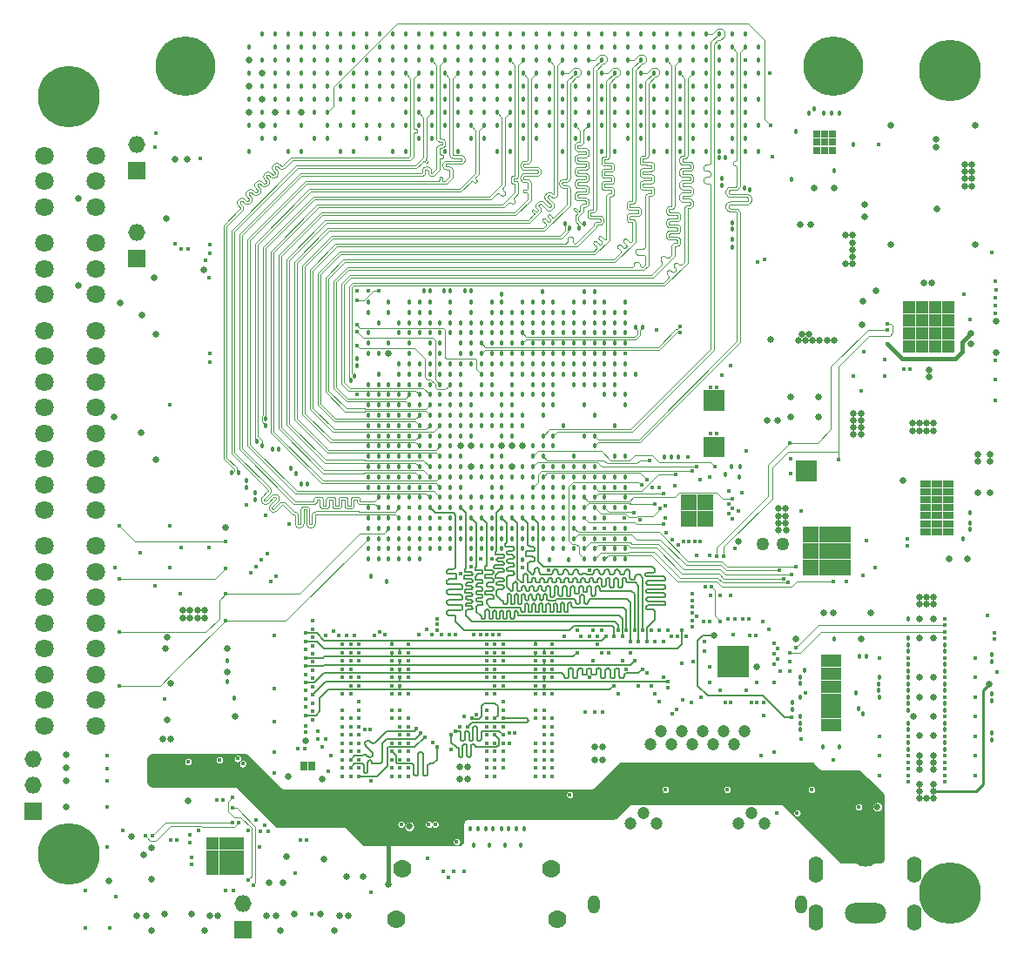
<source format=gbr>
G04 #@! TF.FileFunction,Copper,L8,Inr,Signal*
%FSLAX46Y46*%
G04 Gerber Fmt 4.6, Leading zero omitted, Abs format (unit mm)*
G04 Created by KiCad (PCBNEW (2016-08-02 BZR 7002)-product) date Mon Oct 17 13:50:07 2016*
%MOMM*%
%LPD*%
G01*
G04 APERTURE LIST*
%ADD10C,0.101600*%
%ADD11R,1.600000X1.600000*%
%ADD12C,1.200000*%
%ADD13O,1.200000X1.800000*%
%ADD14C,1.778000*%
%ADD15R,1.651000X1.651000*%
%ADD16O,1.651000X1.651000*%
%ADD17R,0.750000X0.900000*%
%ADD18R,1.080000X0.780000*%
%ADD19R,1.287500X1.287500*%
%ADD20R,1.000000X1.250000*%
%ADD21R,1.250000X1.250000*%
%ADD22R,1.000000X1.000000*%
%ADD23R,1.500000X1.500000*%
%ADD24R,0.800000X0.800000*%
%ADD25C,5.800000*%
%ADD26C,1.800000*%
%ADD27C,3.000000*%
%ADD28O,1.400000X2.600000*%
%ADD29O,4.000000X2.000000*%
%ADD30C,6.000000*%
%ADD31C,0.635000*%
%ADD32C,0.406400*%
%ADD33C,0.457200*%
%ADD34C,1.270000*%
%ADD35C,0.254000*%
%ADD36C,0.381000*%
%ADD37C,0.165100*%
%ADD38C,0.088900*%
%ADD39C,0.106680*%
%ADD40C,0.127000*%
G04 APERTURE END LIST*
D10*
D11*
X95400000Y-78700000D03*
X97000000Y-78700000D03*
X95400000Y-77100000D03*
X97000000Y-77100000D03*
D12*
X91661000Y-100596000D03*
X93693000Y-100596000D03*
X95725000Y-100596000D03*
X97757000Y-100596000D03*
X99789000Y-100596000D03*
X92677000Y-99326000D03*
X94709000Y-99326000D03*
X96741000Y-99326000D03*
X98773000Y-99326000D03*
X100805000Y-99326000D03*
X89723000Y-108346000D03*
X90993000Y-107326000D03*
X92263000Y-108346000D03*
X100203000Y-108346000D03*
X101473000Y-107326000D03*
X102743000Y-108346000D03*
D13*
X86148000Y-116156000D03*
X106318000Y-116156000D03*
D14*
X67500000Y-112700000D03*
X82000000Y-112700000D03*
X82600000Y-117650000D03*
X66900000Y-117650000D03*
D15*
X31600000Y-107140000D03*
D16*
X31600000Y-104600000D03*
X31600000Y-102060000D03*
D15*
X52000000Y-118640000D03*
D16*
X52000000Y-116100000D03*
D15*
X41656000Y-44831000D03*
D16*
X41656000Y-42291000D03*
D15*
X41656000Y-53340000D03*
D16*
X41656000Y-50800000D03*
D17*
X57925000Y-102700000D03*
X58675000Y-102700000D03*
D18*
X120580000Y-79937000D03*
X119500000Y-79937000D03*
X118420000Y-79937000D03*
X120580000Y-79157000D03*
X120580000Y-78377000D03*
X120580000Y-77597000D03*
X120580000Y-76817000D03*
X120580000Y-76037000D03*
X120580000Y-75257000D03*
X119500000Y-75257000D03*
X119500000Y-76037000D03*
X119500000Y-76817000D03*
X119500000Y-77597000D03*
X119500000Y-78377000D03*
X119500000Y-79157000D03*
X118420000Y-79157000D03*
X118420000Y-78377000D03*
X118420000Y-77597000D03*
X118420000Y-76817000D03*
X118420000Y-76037000D03*
X118420000Y-75257000D03*
D19*
X120631250Y-61931250D03*
X119343750Y-61931250D03*
X118056250Y-61931250D03*
X116768750Y-61931250D03*
X120631250Y-60643750D03*
X119343750Y-60643750D03*
X118056250Y-60643750D03*
X116768750Y-60643750D03*
X120631250Y-59356250D03*
X119343750Y-59356250D03*
X118056250Y-59356250D03*
X116768750Y-59356250D03*
X120631250Y-58068750D03*
X119343750Y-58068750D03*
X118056250Y-58068750D03*
X116768750Y-58068750D03*
D20*
X109720000Y-97506000D03*
X109720000Y-96256000D03*
X109720000Y-98756000D03*
X108720000Y-98756000D03*
X108720000Y-97506000D03*
X108720000Y-96256000D03*
X108720000Y-95006000D03*
X108720000Y-93756000D03*
X108720000Y-92506000D03*
X109720000Y-92506000D03*
X109720000Y-93756000D03*
X109720000Y-95006000D03*
D21*
X49050000Y-110250000D03*
X49050000Y-112750000D03*
X51550000Y-110250000D03*
X50300000Y-112750000D03*
X49050000Y-111500000D03*
X50300000Y-111500000D03*
X51550000Y-111500000D03*
X50300000Y-110250000D03*
X51550000Y-112750000D03*
D22*
X98300000Y-66700000D03*
X98300000Y-67700000D03*
X97300000Y-67700000D03*
X97300000Y-66700000D03*
X98300000Y-71200000D03*
X98300000Y-72200000D03*
X97300000Y-72200000D03*
X97300000Y-71200000D03*
X106300000Y-73500000D03*
X107300000Y-73500000D03*
X107300000Y-74500000D03*
X106300000Y-74500000D03*
D11*
X108800000Y-81800000D03*
X110400000Y-81800000D03*
X110400000Y-83400000D03*
X108800000Y-83400000D03*
X107200000Y-83400000D03*
X107200000Y-81800000D03*
X107200000Y-80200000D03*
X108800000Y-80200000D03*
X110400000Y-80200000D03*
D23*
X98945000Y-93333000D03*
X98945000Y-91833000D03*
X100445000Y-91833000D03*
X100445000Y-93333000D03*
D24*
X109385000Y-42837000D03*
X108585000Y-42837000D03*
X107785000Y-42837000D03*
X107785000Y-42037000D03*
X108585000Y-42037000D03*
X109385000Y-42037000D03*
X109385000Y-41237000D03*
X108585000Y-41237000D03*
X107785000Y-41237000D03*
D25*
X46454300Y-34616700D03*
X109455700Y-34616700D03*
D26*
X32719000Y-67865000D03*
X32719000Y-65365000D03*
X32719000Y-62865000D03*
X32719000Y-60365000D03*
X32719000Y-70365000D03*
X32719000Y-72865000D03*
X32719000Y-75365000D03*
X32719000Y-77865000D03*
X37719000Y-60365000D03*
X37719000Y-62865000D03*
X37719000Y-65365000D03*
X37719000Y-67865000D03*
X37719000Y-70365000D03*
X37719000Y-72865000D03*
X37719000Y-75365000D03*
X37719000Y-77865000D03*
X32719000Y-88820000D03*
X32719000Y-86320000D03*
X32719000Y-83820000D03*
X32719000Y-81320000D03*
X32719000Y-91320000D03*
X32719000Y-93820000D03*
X32719000Y-96320000D03*
X32719000Y-98820000D03*
X37719000Y-81320000D03*
X37719000Y-83820000D03*
X37719000Y-86320000D03*
X37719000Y-88820000D03*
X37719000Y-91320000D03*
X37719000Y-93820000D03*
X37719000Y-96320000D03*
X37719000Y-98820000D03*
X32719000Y-56856000D03*
X32719000Y-54356000D03*
X32719000Y-51856000D03*
X37719000Y-51856000D03*
X37719000Y-54356000D03*
X37719000Y-56856000D03*
X32719000Y-48347000D03*
X32719000Y-45847000D03*
X32719000Y-43347000D03*
X37719000Y-43347000D03*
X37719000Y-45847000D03*
X37719000Y-48347000D03*
D27*
X112522000Y-110998000D03*
D28*
X107772000Y-117498000D03*
X107772000Y-112798000D03*
X117272000Y-117498000D03*
X117272000Y-112798000D03*
D29*
X112522000Y-116998000D03*
D30*
X120810000Y-115090000D03*
X35080000Y-111280000D03*
X120810000Y-35080000D03*
X35080000Y-37620000D03*
D31*
X44700000Y-90200000D03*
D32*
X64500000Y-104200000D03*
X99900000Y-81600004D03*
X113500000Y-83400000D03*
X101300002Y-90000000D03*
X48800000Y-52000000D03*
D31*
X119400000Y-41800000D03*
X119400000Y-42500000D03*
X112500000Y-48100000D03*
X112500000Y-49300000D03*
D32*
X112100000Y-66200000D03*
D31*
X112300000Y-57500000D03*
X113600000Y-56500000D03*
X124700000Y-72400000D03*
X124700000Y-73100000D03*
X123500000Y-73100000D03*
X123500000Y-72400000D03*
X112200000Y-59800000D03*
D32*
X112400000Y-62400000D03*
X114400000Y-64800000D03*
X114400000Y-63200000D03*
D31*
X108000000Y-68800000D03*
X105300000Y-66800000D03*
X108000000Y-66800000D03*
D32*
X124800000Y-52800000D03*
X125200000Y-67200000D03*
X125200000Y-57900000D03*
X125200000Y-57200000D03*
X125200000Y-55600000D03*
X125200000Y-65100000D03*
X125200000Y-63300000D03*
D31*
X125300000Y-62500000D03*
X125300000Y-59500000D03*
D32*
X107315000Y-105029000D03*
D31*
X36000000Y-47500000D03*
X36000000Y-56000000D03*
D32*
X43600000Y-41200000D03*
X125349000Y-93599000D03*
X120269000Y-94107000D03*
X123189079Y-94107556D03*
X120269000Y-96012000D03*
X123190000Y-96012000D03*
X123190000Y-97917000D03*
X120269000Y-97917000D03*
X123190000Y-99822000D03*
X120269000Y-99822000D03*
X123190000Y-101727000D03*
X120269000Y-101727000D03*
X116713000Y-101727000D03*
X113919000Y-101727000D03*
X116713000Y-99822000D03*
X113919000Y-99822000D03*
D31*
X117221000Y-97917000D03*
D33*
X116713000Y-96012000D03*
X113919000Y-96012000D03*
X116713000Y-94107000D03*
X113919000Y-94107000D03*
D32*
X125100000Y-89800000D03*
D31*
X45000000Y-94700000D03*
X50500000Y-93600000D03*
D32*
X72800000Y-110100000D03*
D31*
X68199984Y-108600000D03*
D32*
X70699998Y-108400000D03*
X71500000Y-113000000D03*
X36700000Y-118500000D03*
X39100000Y-118500000D03*
D31*
X34800000Y-106700000D03*
X34800000Y-104200000D03*
X34800000Y-102900000D03*
X51300000Y-97900000D03*
D32*
X57100000Y-113100000D03*
X38800000Y-110600000D03*
D31*
X43100000Y-110700000D03*
X39000000Y-113900000D03*
X43100000Y-113700000D03*
D32*
X40300000Y-109000000D03*
X49734776Y-102126117D03*
D31*
X44200000Y-100100000D03*
X45000000Y-100100000D03*
X56300000Y-111500000D03*
X47000000Y-117100000D03*
X50300000Y-79500000D03*
D32*
X43500000Y-85200000D03*
X45900000Y-86000000D03*
X48700000Y-81500000D03*
X42000000Y-82000000D03*
X46000000Y-81500000D03*
X44900000Y-67600000D03*
X44900000Y-79400000D03*
X48700000Y-55200002D03*
X48800000Y-62600000D03*
D31*
X43400006Y-55200000D03*
X46600000Y-43700000D03*
D33*
X94400000Y-72700000D03*
D32*
X109400000Y-102100000D03*
X103700000Y-101400000D03*
X103900000Y-107300000D03*
X99100000Y-105000000D03*
X106300000Y-100100000D03*
D31*
X123200000Y-40400000D03*
X115000000Y-40400000D03*
X123200000Y-52000000D03*
X115000000Y-52000000D03*
X119500000Y-48500000D03*
X113700000Y-106700000D03*
X106200000Y-50100000D03*
X107200000Y-50100000D03*
X105300000Y-68800000D03*
X73900000Y-104000000D03*
X73100000Y-104000000D03*
D32*
X72300000Y-101100000D03*
X87000000Y-97500000D03*
X86200000Y-97500000D03*
D31*
X86200000Y-102100000D03*
X87000000Y-102100000D03*
D32*
X60600000Y-101700000D03*
X55100000Y-95200000D03*
X55100000Y-90000000D03*
X55100000Y-98400000D03*
X59300000Y-100100000D03*
D31*
X55900000Y-114100000D03*
X54600000Y-114100000D03*
D32*
X64500000Y-115000000D03*
D31*
X62100000Y-113500000D03*
X59600000Y-117100000D03*
D33*
X93000000Y-72700000D03*
X93700000Y-72700000D03*
D31*
X105800000Y-90400000D03*
X108500000Y-87800000D03*
X109400000Y-87800000D03*
X112100000Y-90400000D03*
X113100000Y-87800000D03*
D32*
X93800000Y-80700000D03*
X52400000Y-77300000D03*
D33*
X75200000Y-66600000D03*
X79200000Y-77600000D03*
X73200000Y-74600000D03*
D31*
X74200000Y-73600000D03*
X74200000Y-71600000D03*
D33*
X65200000Y-62600000D03*
X66200000Y-61600000D03*
D32*
X62500000Y-98900000D03*
D31*
X78200000Y-73600000D03*
D33*
X77200000Y-74600000D03*
D31*
X78200000Y-71600000D03*
D33*
X71200000Y-61600000D03*
X75200000Y-69600000D03*
X88200000Y-72600000D03*
X76200000Y-69600000D03*
X78200000Y-69600000D03*
X77200000Y-70600000D03*
X80200000Y-71600000D03*
D32*
X106300004Y-77900000D03*
D33*
X79000000Y-110400000D03*
X77500000Y-110400000D03*
X76000000Y-110400000D03*
X74500000Y-110400000D03*
D32*
X100200000Y-77900000D03*
X112300000Y-84200000D03*
X93300000Y-95100000D03*
X104267000Y-93472000D03*
X94742000Y-96266000D03*
X102616000Y-97790000D03*
X95631000Y-96520000D03*
X98425000Y-86106000D03*
D33*
X66200000Y-78600000D03*
X64200000Y-82600000D03*
X67200000Y-81600000D03*
X82200000Y-76600000D03*
X89200000Y-77600000D03*
X86200000Y-78600000D03*
X87200000Y-81600000D03*
X72200000Y-76600000D03*
D32*
X87600006Y-91700000D03*
X70200000Y-80600000D03*
D33*
X73200000Y-79600000D03*
X76200000Y-78600000D03*
X74200000Y-82600000D03*
X77200000Y-81600000D03*
X83200000Y-79600000D03*
X80200000Y-80600000D03*
X83700000Y-82700000D03*
D32*
X75700000Y-97300000D03*
X82100000Y-90900000D03*
X82100000Y-92500000D03*
X82100000Y-94100000D03*
X75700000Y-90900000D03*
X75700000Y-92500000D03*
X75700000Y-94100000D03*
X81300000Y-97300000D03*
X82100000Y-98900000D03*
X82100000Y-100500000D03*
X81300000Y-100500000D03*
X82100000Y-101300000D03*
X80500000Y-102900000D03*
X82100000Y-102900000D03*
X75700000Y-103700000D03*
X75700000Y-102900000D03*
X76500000Y-101300000D03*
X76500000Y-100500000D03*
X75700000Y-99700000D03*
X76500000Y-98900000D03*
X75700000Y-98900000D03*
X61700000Y-97300000D03*
X68100000Y-90900000D03*
X68100000Y-92500000D03*
X68100000Y-94100000D03*
X67300000Y-97300000D03*
X66500000Y-102900000D03*
X68100000Y-101300000D03*
X67300000Y-100500000D03*
X68100000Y-100500000D03*
X68100000Y-98900000D03*
X68100000Y-102900000D03*
X61700000Y-90900000D03*
X61700000Y-92500000D03*
X61700000Y-94100000D03*
X61700000Y-98900000D03*
X61700000Y-99700000D03*
X61700000Y-103700000D03*
X61700000Y-102900000D03*
X62500000Y-100500000D03*
X62500000Y-101300000D03*
D33*
X60198000Y-41656000D03*
X76200000Y-75600000D03*
X85200000Y-75600000D03*
X88200000Y-74600000D03*
X72200000Y-73600000D03*
X76200000Y-73600000D03*
X81200000Y-73600000D03*
X84200000Y-72600000D03*
X77200000Y-72600000D03*
X73200000Y-72600000D03*
X72200000Y-71600000D03*
X76200000Y-71600000D03*
X73200000Y-70600000D03*
X72200000Y-69600000D03*
X74200000Y-69600000D03*
X83200000Y-69600000D03*
X86200000Y-68600000D03*
X79200000Y-68600000D03*
X77200000Y-68600000D03*
X75200000Y-68600000D03*
X73200000Y-68600000D03*
X78200000Y-67600000D03*
X74200000Y-67600000D03*
X67200000Y-59600000D03*
X69200000Y-59600000D03*
X71200000Y-59600000D03*
X65200000Y-59600000D03*
X64200000Y-57600000D03*
X66200000Y-57600000D03*
X68200000Y-57600000D03*
X70200000Y-57600000D03*
X72200000Y-57600000D03*
X89200000Y-67600000D03*
X73200000Y-59600000D03*
X75200000Y-59600000D03*
X74200000Y-57600000D03*
X76199718Y-57600000D03*
X76200000Y-58600000D03*
X76199718Y-59600000D03*
X76199718Y-60600000D03*
X76200000Y-61600000D03*
X74200000Y-61600000D03*
X70200000Y-61600000D03*
X68200000Y-61600000D03*
X64200000Y-61600000D03*
X70200000Y-64600000D03*
X67200000Y-63600000D03*
X69200000Y-63600000D03*
X70200000Y-63600000D03*
X71200000Y-63600000D03*
X72200000Y-63600000D03*
X73200000Y-63600000D03*
X75200000Y-63600000D03*
X73200000Y-66600000D03*
X76200000Y-65600000D03*
X82200000Y-66600000D03*
X77200000Y-66600000D03*
X79200000Y-66600000D03*
X78200000Y-65600000D03*
X85200000Y-65600000D03*
X76200000Y-63600000D03*
X76200000Y-62600000D03*
X81200000Y-63600000D03*
X88200000Y-64600000D03*
X87200000Y-61600000D03*
X84200000Y-62600000D03*
X77200000Y-61600000D03*
X80200000Y-60600000D03*
X83200000Y-59600000D03*
X86200000Y-58600000D03*
X89200000Y-57600000D03*
X79200000Y-57600000D03*
X70200000Y-65600000D03*
X69200000Y-65600000D03*
X68200000Y-65600000D03*
X67200000Y-65600000D03*
X66200000Y-65600000D03*
X65200000Y-65600000D03*
X64200000Y-65600000D03*
X68200000Y-74600000D03*
X69200000Y-77600000D03*
X65200000Y-75600000D03*
X70200000Y-70600000D03*
X64200000Y-72600000D03*
X67200000Y-71600000D03*
X69200000Y-67600000D03*
X66200000Y-68600000D03*
X98298000Y-40386000D03*
X86868000Y-42926000D03*
X88138000Y-42926000D03*
X61468000Y-42926000D03*
X93218000Y-32766000D03*
X53848000Y-31496000D03*
X57658000Y-31496000D03*
X61468000Y-31496000D03*
X65278000Y-31496000D03*
X69088000Y-31496000D03*
X72898000Y-31496000D03*
X76708000Y-31496000D03*
X80518000Y-31496000D03*
X84328000Y-31496000D03*
X88138000Y-31496000D03*
X91948000Y-31496000D03*
X95758000Y-31496000D03*
X52578000Y-42926000D03*
X56388000Y-42926000D03*
X57658000Y-42926000D03*
X62738000Y-42926000D03*
X66548000Y-42926000D03*
X67818000Y-42926000D03*
X71628000Y-42926000D03*
X72898000Y-42926000D03*
X76708000Y-42926000D03*
X77978000Y-42926000D03*
X83058000Y-42926000D03*
X91948000Y-42926000D03*
X93218000Y-42926000D03*
X97028000Y-42926000D03*
X98298000Y-42926000D03*
X102108000Y-42926000D03*
X100838000Y-41656000D03*
X99568000Y-41656000D03*
X95758000Y-41656000D03*
X94488000Y-41656000D03*
X90678000Y-41656000D03*
X89408000Y-41656000D03*
X85598000Y-41656000D03*
X84328000Y-41656000D03*
X80518000Y-41656000D03*
X79248000Y-41656000D03*
X75438000Y-41656000D03*
X74168000Y-41656000D03*
X70358000Y-41656000D03*
X69088000Y-41656000D03*
X65278000Y-41656000D03*
X64008000Y-41656000D03*
X58928000Y-41656000D03*
X55118000Y-41656000D03*
X53848000Y-41656000D03*
X52578000Y-40386000D03*
X55118000Y-40386000D03*
X57658000Y-40386000D03*
X60198000Y-40386000D03*
X61468000Y-40386000D03*
X62738000Y-40386000D03*
X66548000Y-40386000D03*
X67818000Y-40386000D03*
X71628000Y-40386000D03*
X72898000Y-40386000D03*
X76708000Y-40386000D03*
X77978000Y-40386000D03*
X81788000Y-40386000D03*
X83058000Y-40386000D03*
X86868000Y-40386000D03*
X88138000Y-40386000D03*
X91948000Y-40386000D03*
X93218000Y-40386000D03*
X97028000Y-40386000D03*
X102108000Y-40386000D03*
X100838000Y-39116000D03*
X99568000Y-39116000D03*
X95758000Y-39116000D03*
X94488000Y-39116000D03*
X90678000Y-39116000D03*
X86868000Y-39116000D03*
X83058000Y-39116000D03*
X79248000Y-39116000D03*
X75438000Y-39116000D03*
X71628000Y-39116000D03*
X67818000Y-39116000D03*
X58928000Y-39116000D03*
X56388000Y-39116000D03*
X53848000Y-39116000D03*
X52578000Y-37846000D03*
X55118000Y-37846000D03*
X58928000Y-37846000D03*
X62738000Y-37846000D03*
X66548000Y-37846000D03*
X70358000Y-37846000D03*
X74168000Y-37846000D03*
X77978000Y-37846000D03*
X81788000Y-37846000D03*
X85598000Y-37846000D03*
X89408000Y-37846000D03*
X93218000Y-37846000D03*
X97028000Y-37846000D03*
X98298000Y-37846000D03*
X102108000Y-37846000D03*
X100838000Y-36576000D03*
X99568000Y-36576000D03*
X95758000Y-36576000D03*
X84328000Y-36576000D03*
X80518000Y-36576000D03*
X76708000Y-36576000D03*
X72898000Y-36576000D03*
X69088000Y-36576000D03*
X65278000Y-36576000D03*
X61468000Y-36576000D03*
X57658000Y-36576000D03*
X53848000Y-36576000D03*
X52578000Y-35306000D03*
X55118000Y-35306000D03*
X58928000Y-35306000D03*
X62738000Y-35306000D03*
X66548000Y-35306000D03*
X70358000Y-35306000D03*
X74168000Y-35306000D03*
X77978000Y-35306000D03*
X81788000Y-35306000D03*
X85598000Y-35306000D03*
X89408000Y-35306000D03*
X93218000Y-35306000D03*
X88138000Y-36576000D03*
X91948000Y-36576000D03*
X97028000Y-35306000D03*
X98298000Y-35306000D03*
X102108000Y-35306000D03*
X99568000Y-34036000D03*
X95758000Y-34036000D03*
X91948000Y-34036000D03*
X88138000Y-34036000D03*
X84328000Y-34036000D03*
X80518000Y-34036000D03*
X76708000Y-34036000D03*
X72898000Y-34036000D03*
X69088000Y-34036000D03*
X65278000Y-34036000D03*
X61468000Y-34036000D03*
X57658000Y-34036000D03*
X53848000Y-34036000D03*
X52578000Y-32766000D03*
X55118000Y-32766000D03*
X58928000Y-32766000D03*
X62738000Y-32766000D03*
X66548000Y-32766000D03*
X70358000Y-32766000D03*
X74168000Y-32766000D03*
X77978000Y-32766000D03*
X81788000Y-32766000D03*
X85598000Y-32766000D03*
X89408000Y-32766000D03*
X97028000Y-32766000D03*
X98298000Y-32766000D03*
X102108000Y-32766000D03*
X100838000Y-31496000D03*
X99568000Y-31496000D03*
X77200000Y-69600000D03*
D31*
X44600000Y-49500000D03*
X42400000Y-111400000D03*
X112100000Y-68400000D03*
X111400000Y-68400000D03*
X112100000Y-70500000D03*
X112100000Y-69800000D03*
X112100000Y-69100000D03*
X111400000Y-70500000D03*
X111400000Y-69800000D03*
X111400000Y-69100000D03*
D32*
X122100000Y-56800000D03*
D31*
X73900000Y-102800000D03*
X73100000Y-102800000D03*
X86200000Y-100900000D03*
X87000000Y-100900000D03*
D32*
X57400000Y-101000000D03*
D33*
X74200000Y-77600000D03*
X77200000Y-76600000D03*
D32*
X71200000Y-78600000D03*
D33*
X75200000Y-80600000D03*
X81200000Y-78600000D03*
X78200000Y-79600000D03*
X72200000Y-81600000D03*
X79200000Y-82700000D03*
X82200000Y-81600000D03*
D32*
X76500000Y-95700000D03*
X82100000Y-91700000D03*
X82100000Y-93300000D03*
X81300000Y-95700000D03*
X75700000Y-91700000D03*
X75700000Y-93300000D03*
X81300000Y-98100000D03*
X82100000Y-99700000D03*
X81300000Y-101300000D03*
X82100000Y-102100000D03*
X81300000Y-102900000D03*
X82100000Y-103700000D03*
X76500000Y-103700000D03*
X75700000Y-102100000D03*
X75700000Y-101300000D03*
X75700000Y-100500000D03*
X77300000Y-98900000D03*
X75700000Y-98100000D03*
X62500000Y-95700000D03*
X68100000Y-91700000D03*
X68100000Y-93300000D03*
X67300000Y-95700000D03*
X67300000Y-101300000D03*
X68100000Y-99700000D03*
X67300000Y-98100000D03*
X67300000Y-102900000D03*
X68100000Y-102100000D03*
X68100000Y-103700000D03*
X61700000Y-91700000D03*
X61700000Y-93300000D03*
X63300000Y-98900000D03*
X62500000Y-103700000D03*
X61700000Y-102100000D03*
X61700000Y-98100000D03*
X61700000Y-101300000D03*
X61700000Y-100500000D03*
D31*
X58100000Y-100300000D03*
D32*
X60300000Y-103200000D03*
X76500000Y-94100000D03*
X82100000Y-98100000D03*
X68100000Y-98100000D03*
X62500000Y-94100000D03*
D33*
X78200000Y-77600000D03*
X80200000Y-77600000D03*
D31*
X124700000Y-76100000D03*
X123500000Y-76100000D03*
X122500000Y-82600000D03*
X120700000Y-82600000D03*
X119200004Y-105900004D03*
X119200000Y-105200000D03*
X119200000Y-104500000D03*
X119200004Y-103100000D03*
X119200000Y-102400000D03*
X119200000Y-101700000D03*
X119200002Y-99800000D03*
X119200000Y-97900000D03*
X119200000Y-96000000D03*
X119200000Y-94100000D03*
X119200000Y-90300000D03*
X119199996Y-88400000D03*
X119200000Y-87000000D03*
X119200000Y-86300000D03*
X118500000Y-86300000D03*
X117800000Y-86300000D03*
X118500000Y-87000000D03*
X117800000Y-87000000D03*
X118500000Y-105900018D03*
X117800000Y-105900000D03*
X117800000Y-105200000D03*
X117800000Y-104500000D03*
X117800000Y-103100000D03*
X117800000Y-102400000D03*
X117800000Y-101700000D03*
X117800000Y-99800000D03*
X117800000Y-88400000D03*
X117800000Y-90300000D03*
X117800000Y-94100000D03*
X117800000Y-96000000D03*
X118700000Y-64900000D03*
X118700000Y-64200000D03*
X119000000Y-55700000D03*
X118200000Y-55700000D03*
X122800004Y-61700000D03*
X124587000Y-94742006D03*
D32*
X72000000Y-110100000D03*
D31*
X69200004Y-108600000D03*
X44200000Y-103500000D03*
X45000000Y-103500000D03*
D32*
X93100000Y-103300000D03*
D31*
X66200000Y-114200000D03*
D32*
X116586000Y-81280000D03*
D33*
X122700000Y-78100000D03*
D31*
X59700000Y-104000000D03*
X100200000Y-80900000D03*
X122900000Y-46300000D03*
X122900000Y-45600000D03*
X122900000Y-44900000D03*
X122900000Y-44200000D03*
X122200000Y-44200000D03*
X122200000Y-44900000D03*
X122200000Y-45600000D03*
X122200000Y-46300000D03*
D32*
X98600000Y-64700000D03*
X112649000Y-80772000D03*
X124400000Y-88100000D03*
D31*
X46700000Y-106100000D03*
X44500000Y-91300000D03*
X44700000Y-98200000D03*
X48200000Y-54500000D03*
X34800000Y-101600000D03*
X41200000Y-109600000D03*
D32*
X53600000Y-110600000D03*
X44900000Y-83408802D03*
X39600000Y-83400000D03*
D31*
X45400000Y-43700000D03*
D32*
X105900000Y-107300000D03*
X103649802Y-92837000D03*
D33*
X109500000Y-90392800D03*
X106600000Y-93400000D03*
X106200000Y-96000000D03*
X106200000Y-97900000D03*
X108400000Y-100900000D03*
X110000000Y-100900000D03*
D32*
X98100000Y-65895182D03*
X98100000Y-70395180D03*
X50300000Y-114800000D03*
X58000000Y-101000000D03*
D31*
X56400000Y-103700000D03*
D32*
X92200000Y-60300000D03*
X105300000Y-72800000D03*
X96500000Y-80900000D03*
X96000000Y-80900000D03*
X110700000Y-84800000D03*
X94700000Y-92700000D03*
D33*
X109474000Y-44831000D03*
X111378996Y-42291000D03*
X89200000Y-82600000D03*
X88200000Y-79600000D03*
X85200000Y-80600000D03*
X72200000Y-70600000D03*
X72200000Y-68600000D03*
X111633000Y-95631000D03*
X73200000Y-64600000D03*
X72200000Y-64600000D03*
X71200000Y-64600000D03*
X74200000Y-63600000D03*
X62738000Y-39116000D03*
D31*
X57658000Y-39116000D03*
X55118000Y-39116000D03*
X53848000Y-40386000D03*
X52578000Y-39116000D03*
X116205000Y-74930000D03*
X103300000Y-61200000D03*
X103000000Y-69100000D03*
X104000000Y-69100000D03*
D34*
X104500000Y-81100000D03*
X102600000Y-81100002D03*
D31*
X104800000Y-77700000D03*
X104800000Y-78400000D03*
X104800000Y-79100000D03*
X104817400Y-79800000D03*
X104100000Y-79800000D03*
X104100000Y-79100000D03*
X104100000Y-78400000D03*
X104100000Y-77700000D03*
X73200000Y-71600000D03*
X66200000Y-62600000D03*
X79200000Y-71600000D03*
X77200000Y-71600000D03*
D33*
X76200000Y-68600000D03*
X79200000Y-73600000D03*
X80200000Y-66600000D03*
X76200000Y-74600000D03*
X74200000Y-74600000D03*
X73200000Y-73600000D03*
X75200000Y-73600000D03*
X77200000Y-73600000D03*
X76200000Y-72600000D03*
X72200000Y-72600000D03*
X75200000Y-71600000D03*
X74200000Y-70600000D03*
X73200000Y-69600000D03*
X79200000Y-69600000D03*
X78200000Y-68600000D03*
X74200000Y-68600000D03*
X77200000Y-67600000D03*
X73200000Y-67600000D03*
X69200000Y-60600000D03*
X73200000Y-60600000D03*
X75200000Y-60600000D03*
X68200000Y-62600000D03*
X70200000Y-62600000D03*
X74200000Y-62600000D03*
X69200000Y-64600000D03*
X65200000Y-64600000D03*
X67200000Y-64600000D03*
D32*
X96900000Y-90600000D03*
X97400000Y-94600000D03*
X101900000Y-90000000D03*
X99700000Y-89900000D03*
D31*
X117100000Y-69400000D03*
X117800000Y-69400000D03*
X118500000Y-69400000D03*
X117100000Y-70100000D03*
X117800000Y-70100000D03*
X118500000Y-70100000D03*
X119200000Y-69400000D03*
X119200000Y-70100000D03*
D33*
X64200000Y-60600000D03*
D31*
X101981000Y-93091000D03*
D32*
X101981000Y-94615000D03*
D33*
X64200000Y-58600000D03*
X71200000Y-60600000D03*
X67200000Y-60600000D03*
X70200000Y-58600000D03*
X68200000Y-58600000D03*
X66200000Y-58600000D03*
X72200000Y-58600000D03*
X74200000Y-58600000D03*
X64200000Y-62600000D03*
X68200000Y-63600000D03*
D32*
X105400000Y-98000000D03*
X105300000Y-74300000D03*
X101000000Y-72100000D03*
D31*
X110600000Y-51100000D03*
X111300000Y-51100000D03*
X111300000Y-51800000D03*
X111300000Y-52500000D03*
X111300000Y-53200000D03*
X111300000Y-53900000D03*
X110600000Y-53900000D03*
D32*
X116900000Y-64100000D03*
D33*
X75200000Y-74600000D03*
X79200000Y-74600000D03*
X75200000Y-65600000D03*
X76200000Y-64600000D03*
X71200000Y-62600000D03*
D32*
X99400000Y-86100000D03*
X100500006Y-76100000D03*
X99300000Y-78200000D03*
X99300000Y-76000000D03*
X99300000Y-77200000D03*
X94000000Y-75500000D03*
X93100000Y-77400000D03*
X93100000Y-78600000D03*
D31*
X97790000Y-89997898D03*
D33*
X107600000Y-38800000D03*
X87200000Y-76600000D03*
X84200000Y-77600000D03*
X73200000Y-75600000D03*
X77200000Y-75600000D03*
X83200000Y-74600000D03*
X80200000Y-74600000D03*
X86200000Y-73600000D03*
X72200000Y-66600000D03*
X73200000Y-65600000D03*
X74200000Y-66600000D03*
X76200000Y-66600000D03*
X78200000Y-66600000D03*
X78200000Y-70600000D03*
D32*
X55100000Y-103400000D03*
D31*
X48300000Y-87600000D03*
X47600000Y-87600000D03*
X46900000Y-87600000D03*
X46200000Y-87600000D03*
X46200000Y-88300000D03*
X48300000Y-88300000D03*
X47600000Y-88300000D03*
X46900000Y-88300000D03*
X50500000Y-91300000D03*
D33*
X65200000Y-80600000D03*
X68200000Y-79600000D03*
X69200000Y-82600000D03*
X70200000Y-75600000D03*
X64200000Y-77600000D03*
X67200000Y-76600000D03*
X69200000Y-72600000D03*
X66200000Y-73600000D03*
X65200000Y-70600000D03*
X68200000Y-69600000D03*
X67200000Y-66600000D03*
X64200000Y-67600000D03*
D31*
X53848000Y-35306000D03*
X53848000Y-37846000D03*
X52578000Y-36576000D03*
X52578000Y-34036000D03*
D32*
X125200000Y-58700000D03*
X114700000Y-61700000D03*
D31*
X122800000Y-60677697D03*
D33*
X69200000Y-58600000D03*
X105410000Y-97231200D03*
X69200000Y-57600000D03*
X105410000Y-96570800D03*
D31*
X44400000Y-117100000D03*
X107100000Y-60700000D03*
X106400000Y-60700000D03*
X109500004Y-61300000D03*
X108800000Y-61300000D03*
X108100000Y-61300000D03*
X107400000Y-61300000D03*
X106700000Y-61300000D03*
X106000002Y-61300000D03*
D32*
X97500000Y-65895188D03*
X97506444Y-70395183D03*
X89200000Y-62600000D03*
D33*
X85200000Y-67600000D03*
X89200000Y-72600000D03*
X82200000Y-71600000D03*
X85200000Y-70600000D03*
X88200000Y-69600000D03*
X81200000Y-68600000D03*
X87200000Y-66600000D03*
X80200000Y-65600000D03*
X83200000Y-64600000D03*
X79200000Y-62600000D03*
X86200000Y-63600000D03*
X82200000Y-61600000D03*
X85200000Y-60600000D03*
X81200000Y-58600000D03*
X88200000Y-59600000D03*
X84200000Y-57600000D03*
X78200000Y-59600000D03*
X82200000Y-74600000D03*
D31*
X57000000Y-117100000D03*
D32*
X96100000Y-82200000D03*
X96520000Y-96012000D03*
X102616000Y-96520000D03*
X98425000Y-95377000D03*
X100965000Y-95377000D03*
X97409000Y-93091000D03*
D33*
X98298000Y-43561000D03*
X97028000Y-39116000D03*
D32*
X94550000Y-60000000D03*
D33*
X75200000Y-61600000D03*
X98933000Y-43561000D03*
X98298000Y-39116000D03*
X75200000Y-62600000D03*
D32*
X94550000Y-60600000D03*
X68200000Y-77600000D03*
X73500000Y-113000000D03*
D33*
X64200000Y-75600000D03*
X102108000Y-34036000D03*
D32*
X114700000Y-60300000D03*
X105200000Y-71300000D03*
X98100000Y-82300000D03*
X72000000Y-113600000D03*
X43200000Y-109500000D03*
X51500000Y-102000000D03*
X51000000Y-108200000D03*
D33*
X88200000Y-81600000D03*
D32*
X114700000Y-59700000D03*
X109900000Y-72900000D03*
X98800000Y-82300000D03*
X72500000Y-113000002D03*
X42500000Y-109500000D03*
X52000000Y-102500000D03*
X51600000Y-108200000D03*
D33*
X89200000Y-79600000D03*
D32*
X99400000Y-63800000D03*
X89096756Y-78603244D03*
D33*
X60198000Y-39116000D03*
D32*
X103300000Y-40400000D03*
X99600000Y-78700000D03*
X90800000Y-75400000D03*
D33*
X85200000Y-82600000D03*
D32*
X97400000Y-82200000D03*
X58700000Y-117100000D03*
X95758000Y-92583006D03*
X97000000Y-85300000D03*
D33*
X85200000Y-79600000D03*
D31*
X49600000Y-117300000D03*
X48800000Y-117300000D03*
X48300000Y-118700000D03*
X43100000Y-118700000D03*
X41700000Y-117300000D03*
X42600000Y-117300000D03*
X63700000Y-113500000D03*
X55200000Y-117300000D03*
X54300000Y-117300000D03*
X55700000Y-118700000D03*
X60899986Y-118700000D03*
X61400000Y-117300000D03*
X62300000Y-117300000D03*
D32*
X116713000Y-104267000D03*
X123190000Y-103632000D03*
X120269000Y-103632000D03*
X113919000Y-103632000D03*
X116713000Y-103632000D03*
X116713000Y-102997000D03*
X116713000Y-102362000D03*
D33*
X120269000Y-101092000D03*
X116713000Y-101092000D03*
X120269000Y-100457000D03*
X116713000Y-100457000D03*
X112268000Y-97663000D03*
X111887000Y-97155000D03*
X120269000Y-97282000D03*
X116713000Y-97282000D03*
X120269000Y-96647000D03*
X116713000Y-96647000D03*
X113871798Y-95377000D03*
X113871776Y-94742000D03*
X120269000Y-93472000D03*
X116713000Y-93472000D03*
X120269000Y-92837000D03*
X116713000Y-92837000D03*
X112606278Y-92067004D03*
X111945878Y-92067004D03*
X116713000Y-90297000D03*
X116713000Y-88392000D03*
D32*
X120269000Y-102997000D03*
X120269000Y-104267000D03*
X120269000Y-102362000D03*
X120269000Y-90297000D03*
D33*
X120269000Y-90932000D03*
X116713000Y-90932000D03*
D32*
X105800000Y-91200000D03*
X102100000Y-53700000D03*
X120269000Y-89026998D03*
X100838000Y-34036000D03*
X91800000Y-75600000D03*
D33*
X65278000Y-40386000D03*
D32*
X86200000Y-79600000D03*
X120269000Y-88391992D03*
X105200000Y-91700000D03*
X102752255Y-53431700D03*
X120269000Y-89662015D03*
X103251000Y-35306000D03*
X92500000Y-75600000D03*
D33*
X64008000Y-40386000D03*
D32*
X87200000Y-80600000D03*
D33*
X120269000Y-98552000D03*
X116713000Y-98552000D03*
X124841000Y-99491800D03*
X124841000Y-100152200D03*
X120269000Y-99187000D03*
X116713000Y-99187000D03*
X124841000Y-96342200D03*
X120269000Y-94742000D03*
X116713000Y-94742000D03*
X120269000Y-95377000D03*
X116713000Y-95377000D03*
X124841000Y-95681800D03*
X124841000Y-92532200D03*
X124841000Y-91871800D03*
X120269000Y-91567000D03*
X116713000Y-91567000D03*
D32*
X70000000Y-111700000D03*
D33*
X68200000Y-82600000D03*
X79355600Y-108800000D03*
X74144400Y-108800000D03*
X69200000Y-79600000D03*
X74855600Y-108800000D03*
X69200000Y-78600000D03*
X68200000Y-80600000D03*
X75644400Y-108800000D03*
X69200000Y-80600000D03*
X76355600Y-108800000D03*
X68200000Y-81600000D03*
X77144400Y-108800000D03*
X69200000Y-81600000D03*
X77855600Y-108800000D03*
X67200000Y-82600000D03*
X78644400Y-108800000D03*
D32*
X125300000Y-56400000D03*
X122700000Y-59300000D03*
X93200000Y-80000000D03*
X87200000Y-79600000D03*
D33*
X99600000Y-49900000D03*
X100838000Y-42926000D03*
X71600000Y-56500000D03*
X72200000Y-60600000D03*
X100838000Y-37846000D03*
X87200000Y-64600000D03*
X99600000Y-50500000D03*
X72200000Y-56500000D03*
X72200000Y-59600000D03*
X99568000Y-42926000D03*
X99568000Y-37846000D03*
X87200000Y-63600000D03*
X86200000Y-62600000D03*
X98298000Y-36576000D03*
X87200000Y-62600000D03*
X97028000Y-36576000D03*
X99600000Y-51500000D03*
X73600000Y-56500000D03*
X74200000Y-60600000D03*
X95758000Y-40386000D03*
X100800000Y-46500000D03*
X95758000Y-42926000D03*
X69600000Y-56500000D03*
X70200000Y-60600000D03*
X95758000Y-37846000D03*
X81200000Y-67600000D03*
X62900000Y-64800000D03*
X67200000Y-68600000D03*
X95758000Y-35306000D03*
X95758000Y-32766000D03*
X83200000Y-60600000D03*
X99600000Y-52300000D03*
X74200000Y-56500000D03*
X74200000Y-59600000D03*
X94488000Y-40386000D03*
X101318835Y-46707534D03*
X94488000Y-42926000D03*
X70200000Y-56500000D03*
X70200000Y-59600000D03*
X94488000Y-37846000D03*
X82200000Y-67600000D03*
X94488000Y-36576000D03*
X85200000Y-57600000D03*
X62500000Y-65200000D03*
X66200000Y-67600000D03*
X94488000Y-35306000D03*
X94488000Y-34036000D03*
X70200000Y-66600000D03*
X94488000Y-32766000D03*
X84200000Y-60600000D03*
X94488000Y-31496000D03*
X83200000Y-58600000D03*
X63098350Y-63119000D03*
X67200000Y-69600000D03*
X93218000Y-39116000D03*
X93218000Y-36576000D03*
X85200000Y-56600000D03*
X93218000Y-34036000D03*
X69200000Y-66600000D03*
X93218000Y-31496000D03*
X84200000Y-58600000D03*
X63098350Y-63754000D03*
X66200000Y-69600000D03*
X91948000Y-39116000D03*
X91948000Y-37846000D03*
X88200000Y-66600000D03*
X91948000Y-35306000D03*
X68200000Y-67600000D03*
X91948000Y-32766000D03*
X81200000Y-64600000D03*
X90678000Y-40386000D03*
X65200000Y-66600000D03*
X90678000Y-37846000D03*
X89200000Y-66600000D03*
X87200000Y-65600000D03*
X90678000Y-36576000D03*
X90678000Y-35306000D03*
X68200000Y-66600000D03*
X90678000Y-34036000D03*
X70200000Y-68600000D03*
X90678000Y-32766000D03*
X82200000Y-64600000D03*
X90678000Y-31496000D03*
X86200000Y-65600000D03*
X89408000Y-40386000D03*
X66200000Y-66600000D03*
X89408000Y-39116000D03*
X65200000Y-67600000D03*
X88200000Y-65600000D03*
X89408000Y-36576000D03*
X89408000Y-34036000D03*
X70200000Y-67600000D03*
X89408000Y-31496000D03*
X86200000Y-64600000D03*
X88138000Y-39116000D03*
X64200000Y-66600000D03*
X81200000Y-66600000D03*
X88138000Y-37846000D03*
X88138000Y-35306000D03*
X69200000Y-69600000D03*
X84200000Y-65600000D03*
X88138000Y-32766000D03*
X81200000Y-65600000D03*
X86868000Y-37846000D03*
X90200000Y-64600000D03*
X86868000Y-36576000D03*
X86868000Y-35306000D03*
X69200000Y-68600000D03*
X86868000Y-34036000D03*
X71200000Y-69600000D03*
X85200000Y-64600000D03*
X86868000Y-32766000D03*
X86868000Y-31496000D03*
X88200000Y-63600000D03*
X83347780Y-49946780D03*
X85181220Y-49946780D03*
X85598000Y-40386000D03*
X69200000Y-71600000D03*
X85598000Y-39116000D03*
X68200000Y-68600000D03*
X89200000Y-64600000D03*
X85598000Y-36576000D03*
X85598000Y-34036000D03*
X70200000Y-69600000D03*
X89200000Y-63600000D03*
X85598000Y-31496000D03*
X83784220Y-50383220D03*
X84744780Y-50383220D03*
X69200000Y-70600000D03*
X84328000Y-40386000D03*
X84328000Y-39116000D03*
X67200000Y-67600000D03*
X80200000Y-64600000D03*
X84328000Y-37846000D03*
X71200000Y-72600000D03*
X84328000Y-35306000D03*
X88200000Y-62600000D03*
X84328000Y-32766000D03*
X80200000Y-63600000D03*
X83058000Y-37846000D03*
X78200000Y-64600000D03*
X83058000Y-36576000D03*
X71200000Y-71600000D03*
X83058000Y-35306000D03*
X83058000Y-34036000D03*
X70200000Y-73600000D03*
X89200000Y-61600000D03*
X83058000Y-32766000D03*
X90866704Y-60090600D03*
X79200000Y-61600000D03*
X83058000Y-31496000D03*
X81788000Y-39116000D03*
X65200000Y-68600000D03*
X79200000Y-64600000D03*
X81788000Y-36576000D03*
X81788000Y-34036000D03*
X69200000Y-73600000D03*
X90219004Y-60090600D03*
X79200000Y-60600000D03*
X81788000Y-31496000D03*
X80518000Y-40386000D03*
X65200000Y-69600000D03*
X80518000Y-39116000D03*
X64200000Y-68600000D03*
X80518000Y-37846000D03*
X88200000Y-58600000D03*
X80518000Y-35306000D03*
X70200000Y-74600000D03*
X88200000Y-61600000D03*
X80518000Y-32766000D03*
X79248000Y-40386000D03*
X64200000Y-69600000D03*
X79248000Y-37846000D03*
X89200000Y-58600000D03*
X89200000Y-60600000D03*
X79248000Y-36576000D03*
X79248000Y-35306000D03*
X69200000Y-74600000D03*
X79248000Y-34036000D03*
X71200000Y-74600000D03*
X88200000Y-60600000D03*
X79248000Y-32766000D03*
X87200000Y-60600000D03*
X79248000Y-31496000D03*
X54241700Y-68961000D03*
X77978000Y-39116000D03*
X66200000Y-76600000D03*
X89200000Y-59600000D03*
X77978000Y-36576000D03*
X77978000Y-34036000D03*
X71200000Y-75600000D03*
X87200000Y-59600000D03*
X77978000Y-31496000D03*
X54229000Y-69596000D03*
X76708000Y-39116000D03*
X66200000Y-77600000D03*
X76708000Y-37846000D03*
X87200000Y-58600000D03*
X76708000Y-35306000D03*
X64200000Y-71600000D03*
X86200000Y-60600000D03*
X76708000Y-32766000D03*
X67200000Y-79600000D03*
X53900000Y-71600000D03*
X75438000Y-40386000D03*
X75438000Y-37846000D03*
X87200000Y-57600000D03*
X86200000Y-57600000D03*
X75438000Y-36576000D03*
X75438000Y-35306000D03*
X64200000Y-70600000D03*
X75438000Y-34036000D03*
X70200000Y-72600000D03*
X86200000Y-59600000D03*
X75438000Y-32766000D03*
X75438000Y-31496000D03*
X85200000Y-62600000D03*
X67200000Y-80600000D03*
X53385082Y-71114918D03*
X74168000Y-40386000D03*
X74168000Y-39116000D03*
X68200000Y-73600000D03*
X86200000Y-56600000D03*
X74168000Y-36576000D03*
X74168000Y-34036000D03*
X70200000Y-71600000D03*
X74168000Y-31496000D03*
X86200000Y-61600000D03*
X72898000Y-39116000D03*
X68200000Y-72600000D03*
X72898000Y-37846000D03*
X84200000Y-59600000D03*
X72897992Y-35306000D03*
X71200000Y-76600000D03*
X72898000Y-32766000D03*
X84200000Y-61600000D03*
X71628000Y-37846000D03*
X85200000Y-59600000D03*
X83200000Y-62600000D03*
X71628000Y-36576000D03*
X71628000Y-35306000D03*
X70200000Y-76600000D03*
X71628000Y-34036000D03*
X65200000Y-76600000D03*
X71628000Y-32766000D03*
X85200000Y-61600000D03*
X71628000Y-31496000D03*
X84200000Y-64600000D03*
X98552000Y-46228000D03*
X100838000Y-40386000D03*
X70358000Y-40386000D03*
X65200000Y-74600000D03*
X70358000Y-39116000D03*
X67200000Y-77600000D03*
X83200000Y-61600000D03*
X70358000Y-36576000D03*
X70358000Y-34036000D03*
X65200000Y-77600000D03*
X70358000Y-31496000D03*
X85200000Y-63600000D03*
X98552000Y-45593000D03*
X99568000Y-40386000D03*
X69088000Y-40386000D03*
X64200000Y-74600000D03*
X69088000Y-39116000D03*
X67200000Y-78600000D03*
X82200000Y-60600000D03*
X69088000Y-37846000D03*
X51608918Y-74222640D03*
X67200000Y-73600000D03*
X69088000Y-35306000D03*
X82200000Y-63600000D03*
X69088000Y-32766000D03*
X82200000Y-59600000D03*
X67818000Y-37846000D03*
X67818000Y-36576000D03*
X82200000Y-58600000D03*
X50961218Y-74222640D03*
X67200000Y-72600000D03*
X67818000Y-35306000D03*
X69200000Y-75600000D03*
X67818000Y-34036000D03*
X82200000Y-62600000D03*
X67818000Y-32766000D03*
X81200000Y-60600000D03*
X67818000Y-31496000D03*
D32*
X38800000Y-103000000D03*
X47700000Y-108958150D03*
X54100000Y-108500000D03*
X63100000Y-57400000D03*
X65200000Y-56500000D03*
D33*
X71200000Y-68600000D03*
X66548000Y-36576000D03*
X82200000Y-57600000D03*
X68200000Y-75600000D03*
X66548000Y-34036000D03*
X81200000Y-59600000D03*
X66548000Y-31496000D03*
X81185650Y-56600000D03*
X65278000Y-37846000D03*
X69200000Y-76600000D03*
X65278000Y-35306000D03*
X65278000Y-32766000D03*
X80200000Y-62600000D03*
D32*
X46900006Y-110200000D03*
X38800000Y-104200000D03*
X53303244Y-107996756D03*
D33*
X81200000Y-57600000D03*
X64008000Y-37846000D03*
X64008000Y-36576000D03*
X80200000Y-58600000D03*
X68200000Y-76600000D03*
X64008000Y-35306000D03*
X54889004Y-71880404D03*
X65200000Y-72600000D03*
X64008000Y-34036000D03*
X64008000Y-32766000D03*
X81200000Y-62600000D03*
X64008000Y-31496000D03*
X78200000Y-63600000D03*
X62738000Y-36576000D03*
X80200000Y-57600000D03*
X55500000Y-71900000D03*
X65200000Y-71600000D03*
X62738000Y-34036000D03*
X62738000Y-31496000D03*
X79200000Y-63600000D03*
D32*
X46900000Y-109400000D03*
X38800000Y-101700000D03*
X53700000Y-109100000D03*
X63100000Y-56500000D03*
X71200000Y-67600000D03*
D33*
X79200000Y-59600000D03*
X61468000Y-37846000D03*
X66200000Y-74600000D03*
X56642000Y-73787000D03*
X61468000Y-35306000D03*
X78200000Y-58600000D03*
X61468000Y-32766000D03*
X80200000Y-59600000D03*
X60198000Y-37846000D03*
X80200000Y-61600000D03*
X60198000Y-36576000D03*
X57150000Y-74295000D03*
X66200000Y-75600000D03*
X60198000Y-35306000D03*
X58293000Y-75311000D03*
X66200000Y-72600000D03*
X60198000Y-34036000D03*
X79200000Y-58600000D03*
X60198000Y-32766000D03*
X77200000Y-59600000D03*
X60198000Y-31496000D03*
X81200000Y-61600000D03*
X58928000Y-36576000D03*
X57658000Y-75311000D03*
X66200000Y-71600000D03*
X58928000Y-34036000D03*
X77200000Y-58600000D03*
X58928000Y-31496000D03*
X77200000Y-56800000D03*
X57658000Y-37846000D03*
X52324000Y-74987150D03*
X57658000Y-35306000D03*
X65200000Y-73600000D03*
X57658000Y-32766000D03*
X77200000Y-60600000D03*
X77200000Y-57600000D03*
X56388000Y-37846000D03*
X77200000Y-63600000D03*
X56388000Y-36576000D03*
X52324000Y-75634850D03*
X56388000Y-35306000D03*
X64200000Y-73600000D03*
X53213000Y-76130150D03*
X67200000Y-74600000D03*
X56388000Y-34036000D03*
X56388000Y-32766000D03*
X78200000Y-60600000D03*
X56388000Y-31496000D03*
X78200000Y-62600000D03*
X77200000Y-62600000D03*
X55118000Y-36576000D03*
X53213000Y-76777850D03*
X67200000Y-75600000D03*
X55118000Y-34036000D03*
X55118000Y-31496000D03*
X78200000Y-61600000D03*
D32*
X38800000Y-106700000D03*
X54500000Y-109100000D03*
X51100000Y-114800000D03*
X63100000Y-66600000D03*
D33*
X72200000Y-67600000D03*
D31*
X107600000Y-46500000D03*
X109500000Y-46500000D03*
X43600000Y-60700000D03*
X42200000Y-58900000D03*
X42100000Y-70299996D03*
X43600000Y-72900000D03*
D32*
X98933000Y-96520000D03*
X101473000Y-96520000D03*
X99441000Y-96520000D03*
X101981004Y-96520000D03*
X113800000Y-42300000D03*
X105800000Y-83300000D03*
D33*
X84200000Y-79600000D03*
D32*
X111900000Y-106700000D03*
X95300000Y-72700000D03*
D33*
X71200000Y-70600000D03*
D32*
X54200000Y-78300000D03*
D33*
X71200000Y-73600000D03*
D32*
X56500000Y-79200000D03*
D33*
X72200000Y-77600000D03*
X71200000Y-77600000D03*
D32*
X91300000Y-90600000D03*
X58800000Y-94200000D03*
X91300000Y-93700000D03*
X80500000Y-93300000D03*
X66500000Y-93300000D03*
D33*
X80200000Y-78600000D03*
D32*
X58800000Y-91800000D03*
X86900000Y-91700000D03*
X86900000Y-89500000D03*
X77300000Y-92500000D03*
X63300000Y-92500000D03*
D33*
X80200000Y-76600000D03*
D32*
X89700000Y-90600000D03*
X58100000Y-91400000D03*
X89700000Y-91700000D03*
X80500000Y-92500000D03*
X66500000Y-92500000D03*
D33*
X77200000Y-77600000D03*
D32*
X58100000Y-94600000D03*
X90900000Y-93300000D03*
X90900000Y-89500000D03*
X81300000Y-93300000D03*
X67300000Y-93300000D03*
D33*
X79200000Y-78600000D03*
D32*
X58800000Y-92600000D03*
X86100000Y-92500000D03*
X86100000Y-89500000D03*
X76500000Y-92500000D03*
X62500000Y-92500000D03*
D33*
X78200000Y-76600000D03*
D32*
X58100000Y-93000000D03*
X90100000Y-92500000D03*
X90100000Y-89500000D03*
X81300000Y-92500000D03*
X67300000Y-92500000D03*
D33*
X77200000Y-78600000D03*
D32*
X58800000Y-90200000D03*
X86500000Y-90900000D03*
X86500000Y-90100000D03*
X76500000Y-91700000D03*
X62500000Y-91700000D03*
D33*
X79200000Y-76600000D03*
D32*
X58100000Y-90600000D03*
X94700000Y-89500000D03*
X81300000Y-91700000D03*
X67300000Y-91700000D03*
D33*
X81200000Y-77600000D03*
D32*
X58800000Y-88600000D03*
X84900000Y-90100000D03*
X76500000Y-90900000D03*
X62500000Y-90900000D03*
D33*
X74200000Y-76600000D03*
D32*
X58100000Y-92200000D03*
X84500000Y-91700000D03*
X84500000Y-89500000D03*
X80500000Y-91700000D03*
X66500000Y-91700000D03*
D33*
X73200000Y-76600000D03*
D32*
X90500000Y-90600000D03*
X58100000Y-96200000D03*
X90500000Y-94900000D03*
X77300000Y-94900000D03*
X63300000Y-94900000D03*
D33*
X78200000Y-78600000D03*
D32*
X58800000Y-91000000D03*
X77300000Y-91700000D03*
X63300000Y-91700000D03*
D33*
X82200000Y-77600000D03*
D32*
X58800000Y-95000000D03*
X85700000Y-94100000D03*
X85700000Y-90100000D03*
X77300000Y-94100000D03*
X63300000Y-94100000D03*
D33*
X76200000Y-76600000D03*
D32*
X58100000Y-89800000D03*
X87300000Y-90100000D03*
X80500000Y-90900000D03*
X66500000Y-90900000D03*
D33*
X81200000Y-76600000D03*
D32*
X58800000Y-89400000D03*
X77300000Y-90900000D03*
X63300000Y-90900000D03*
D33*
X75200000Y-76600000D03*
D32*
X58800000Y-95800000D03*
X93300000Y-89500000D03*
X93300000Y-94500000D03*
X81300000Y-94100000D03*
X67300000Y-94100000D03*
D33*
X73200000Y-78600000D03*
D32*
X88900000Y-90100000D03*
X58800000Y-93400000D03*
X88900000Y-92500000D03*
X76500000Y-93300000D03*
X62500000Y-93300000D03*
D33*
X74200000Y-78600000D03*
D32*
X58100000Y-93800000D03*
X89300000Y-93300000D03*
X89300000Y-89500000D03*
X80500000Y-94100000D03*
X66500000Y-94100000D03*
D33*
X75200000Y-78600000D03*
D32*
X58800000Y-96600000D03*
X91700000Y-89500000D03*
X91700010Y-94900000D03*
X80500000Y-95700000D03*
X66500000Y-95700000D03*
D33*
X70200000Y-79600000D03*
D32*
X58100000Y-97000000D03*
X88500000Y-95700000D03*
X88500000Y-89500000D03*
X75700000Y-95700000D03*
X61700000Y-95700000D03*
D33*
X73200000Y-77600000D03*
D32*
X58100000Y-97800000D03*
X88100000Y-94900000D03*
X88100000Y-90100000D03*
X81300000Y-94900000D03*
X67300000Y-94900000D03*
D33*
X70200000Y-77600000D03*
D32*
X92100000Y-90600000D03*
X58800000Y-97400000D03*
X92100000Y-95700000D03*
X82100000Y-95700000D03*
X68100000Y-95700000D03*
D33*
X70200000Y-78600000D03*
D32*
X58800000Y-98200000D03*
X92500000Y-89500000D03*
X92500000Y-96500000D03*
X80500000Y-97300000D03*
X66500000Y-97300000D03*
D33*
X72200000Y-79600000D03*
D32*
X92900000Y-90600000D03*
X58100000Y-95400000D03*
X92900000Y-94100000D03*
X80500000Y-94900000D03*
X66500000Y-94900000D03*
D33*
X72200000Y-78600000D03*
D32*
X58100000Y-98807900D03*
X77300000Y-96500000D03*
X94206545Y-97193455D03*
X94293197Y-90100892D03*
X63300000Y-96500000D03*
D33*
X76200000Y-77600000D03*
D32*
X58100000Y-99392100D03*
X77300000Y-97300000D03*
X93793455Y-97606545D03*
X93708997Y-90100892D03*
X63300000Y-97300000D03*
D33*
X75200000Y-77600000D03*
D32*
X95100000Y-90100000D03*
D33*
X82200000Y-78600000D03*
D32*
X76500000Y-94900000D03*
X62500000Y-94900000D03*
X116586000Y-80645000D03*
D33*
X122047000Y-80645006D03*
X122700000Y-79700000D03*
X122700000Y-79100000D03*
D32*
X105200000Y-92600000D03*
X102400000Y-101700000D03*
D33*
X81200000Y-71600000D03*
D32*
X55100000Y-101400000D03*
X83800000Y-105500000D03*
X46700000Y-102299990D03*
X93100000Y-105000000D03*
X111400000Y-64800000D03*
X116300000Y-64100000D03*
X125100000Y-90400000D03*
X106700000Y-95600000D03*
X106700000Y-95600000D03*
X48800000Y-63400002D03*
X63100000Y-61800000D03*
D33*
X72200000Y-65600000D03*
D32*
X52500000Y-109000000D03*
X49500000Y-106000000D03*
X45600000Y-109900000D03*
X50100000Y-106000000D03*
X45000000Y-109900000D03*
X48400000Y-53500000D03*
X63100000Y-59800000D03*
D33*
X75200000Y-64600000D03*
D32*
X36700000Y-114800000D03*
X47000000Y-111600000D03*
X39700000Y-115400000D03*
X47000000Y-112300000D03*
D31*
X40100000Y-57700000D03*
X39500000Y-68800000D03*
D33*
X68200000Y-64600000D03*
D32*
X90600000Y-78800000D03*
D33*
X88200000Y-80600000D03*
D32*
X46000000Y-52400000D03*
X54700000Y-84800000D03*
D33*
X89200000Y-80600000D03*
D32*
X105400000Y-84100000D03*
D33*
X85200000Y-81600000D03*
D32*
X104600000Y-84500000D03*
D33*
X86200000Y-81600000D03*
D32*
X44400000Y-96200000D03*
X45400000Y-51900000D03*
X104200000Y-83700000D03*
D33*
X84200000Y-80600000D03*
D32*
X109400000Y-84800000D03*
D33*
X87200000Y-82600000D03*
D32*
X105000000Y-84900000D03*
D33*
X86200000Y-82600000D03*
X105400000Y-45700000D03*
X87200000Y-78600000D03*
D32*
X96100000Y-88200000D03*
D33*
X89200000Y-75600000D03*
D32*
X97409000Y-88646000D03*
D33*
X83200000Y-78600000D03*
D32*
X97600000Y-85300000D03*
X98425000Y-88646000D03*
D33*
X84200000Y-74600000D03*
D32*
X96901000Y-91567000D03*
X103700000Y-94600000D03*
X105156000Y-93472000D03*
D33*
X82200000Y-65600000D03*
X84200000Y-63600000D03*
X83200000Y-63600000D03*
D32*
X95700000Y-87200000D03*
X99187000Y-88392000D03*
D33*
X84200000Y-76600000D03*
D32*
X95700000Y-86600000D03*
X99822000Y-88392000D03*
D33*
X81200000Y-75600000D03*
D32*
X97500000Y-86100000D03*
X100584000Y-88392000D03*
D33*
X84200000Y-75600000D03*
D32*
X101219000Y-88392000D03*
D33*
X82200000Y-73600000D03*
D32*
X51000000Y-105800000D03*
X52500000Y-113800000D03*
D33*
X89200000Y-81600000D03*
D32*
X51000000Y-106800000D03*
X53000006Y-114300000D03*
D33*
X88200000Y-82600000D03*
X50500000Y-92500000D03*
X72200000Y-75600000D03*
X51200000Y-96100000D03*
X65200000Y-79600000D03*
D32*
X58200000Y-109900000D03*
X94900000Y-80900000D03*
X57600000Y-109900000D03*
X95408003Y-80900000D03*
D33*
X98900000Y-74400000D03*
X89200000Y-74600000D03*
D32*
X96774000Y-88646000D03*
D33*
X89200000Y-76600000D03*
X100399998Y-73600000D03*
X88200000Y-75600000D03*
X100300000Y-74600000D03*
X88200000Y-77600000D03*
X109220000Y-39243000D03*
X87200000Y-74600000D03*
X108458004Y-39243000D03*
X87200000Y-75600000D03*
D32*
X90000000Y-78100000D03*
D33*
X87200000Y-77600000D03*
X105791000Y-41021000D03*
X86200000Y-74600000D03*
D32*
X94100000Y-74400000D03*
D33*
X86200000Y-75600000D03*
D32*
X92900000Y-76200000D03*
D33*
X86200000Y-76600000D03*
D32*
X92600000Y-77700000D03*
D33*
X86200000Y-77600000D03*
D32*
X46700000Y-52400000D03*
X55200000Y-84300000D03*
D33*
X86200000Y-80600000D03*
X99500000Y-73600000D03*
X85200000Y-73600000D03*
D32*
X103500000Y-43500000D03*
D33*
X109982000Y-39243000D03*
X85200000Y-74600000D03*
X85200000Y-76600000D03*
D32*
X99600000Y-76699998D03*
X97400000Y-74600000D03*
X92099992Y-77200000D03*
D33*
X85200000Y-77600000D03*
D32*
X96499988Y-74900000D03*
X92900000Y-79200000D03*
X85200000Y-78600000D03*
D33*
X107061000Y-39243000D03*
X84200000Y-73600000D03*
D32*
X102600000Y-88700000D03*
X95699998Y-89200000D03*
D33*
X84200000Y-78600000D03*
X84200000Y-81600000D03*
D32*
X80500000Y-103700000D03*
X104013000Y-92329000D03*
D33*
X83200000Y-73600000D03*
D32*
X104013000Y-91313000D03*
X95700000Y-86000000D03*
D33*
X83200000Y-75600000D03*
D32*
X103632000Y-91821000D03*
X95700000Y-87800000D03*
D33*
X83200000Y-76600000D03*
D32*
X95700000Y-88600000D03*
X103124000Y-89408000D03*
D33*
X83200000Y-77600000D03*
X83200000Y-80600000D03*
D32*
X80500000Y-101300000D03*
D33*
X83200000Y-81600000D03*
D32*
X77300000Y-102900000D03*
X83300000Y-90100000D03*
X81300000Y-102100000D03*
X103632000Y-90805000D03*
D33*
X82200000Y-75600000D03*
X82200000Y-79600000D03*
D32*
X81300000Y-103700000D03*
D33*
X82200000Y-80600000D03*
D32*
X77300000Y-102100000D03*
D33*
X81787250Y-82700000D03*
D32*
X80500000Y-102100000D03*
X91600000Y-73000000D03*
D33*
X81200000Y-72600000D03*
D32*
X91300000Y-74900000D03*
D33*
X81200000Y-74600000D03*
D32*
X85700000Y-83700000D03*
X85300000Y-97500000D03*
D33*
X81200000Y-79600000D03*
D32*
X76500000Y-102900000D03*
D33*
X81200000Y-80600000D03*
D32*
X77300000Y-101300000D03*
X77900000Y-100500000D03*
X76900000Y-89900000D03*
X76500000Y-102100000D03*
X76300000Y-89900000D03*
X97900000Y-73600000D03*
D33*
X80200000Y-72600000D03*
D32*
X96100000Y-73600000D03*
D33*
X80200000Y-73600000D03*
D32*
X95700000Y-74000000D03*
X99600000Y-77700000D03*
D33*
X80200000Y-75600000D03*
D32*
X81750000Y-83710000D03*
D33*
X80200000Y-79600000D03*
D32*
X80500000Y-100500000D03*
X75700000Y-89900000D03*
X77300000Y-100500000D03*
X75100000Y-89900000D03*
X74699994Y-97700000D03*
X80500000Y-98100000D03*
X74500000Y-89900000D03*
X79200000Y-83400000D03*
D33*
X79200000Y-79600000D03*
D32*
X74300000Y-98100000D03*
X76500000Y-98100000D03*
X78408003Y-99500000D03*
D33*
X79200000Y-80600000D03*
D32*
X77900000Y-99500000D03*
D33*
X79200000Y-81600000D03*
X78200000Y-80600000D03*
D32*
X73900000Y-98900000D03*
X77300000Y-98100000D03*
X72700000Y-89900000D03*
X72700000Y-99300000D03*
X77300000Y-99700000D03*
X72100000Y-89900000D03*
X72300000Y-99700000D03*
X76500000Y-99700000D03*
X73499998Y-97900000D03*
X81300000Y-98900000D03*
D33*
X77200000Y-79600000D03*
D32*
X73100000Y-98900000D03*
X81300000Y-99700000D03*
D33*
X77200000Y-80600000D03*
D32*
X71300000Y-89900000D03*
X66500000Y-103700000D03*
X76268200Y-82600000D03*
D33*
X76200000Y-79600000D03*
D32*
X67300000Y-103700000D03*
X70500000Y-100400000D03*
X70400000Y-89900000D03*
X75158981Y-82600000D03*
D33*
X76200000Y-80600000D03*
D32*
X67300000Y-102100000D03*
X65815901Y-89900000D03*
X70900000Y-88900000D03*
D33*
X76200000Y-81600000D03*
D32*
X63300000Y-102100000D03*
X70900000Y-100900000D03*
X70900000Y-89500008D03*
X66500000Y-101300000D03*
D33*
X73200000Y-61600000D03*
X106180151Y-94050800D03*
X106180151Y-94711200D03*
X73200000Y-62600000D03*
D32*
X69700000Y-99900000D03*
D33*
X75200000Y-79600000D03*
D32*
X63300000Y-103700000D03*
X70900000Y-88391997D03*
X65307900Y-89668150D03*
D33*
X75200000Y-81600000D03*
D32*
X63300000Y-102900000D03*
X69900000Y-89400000D03*
X66500000Y-102100000D03*
X68900000Y-99100000D03*
D33*
X74200000Y-79600000D03*
D32*
X62500000Y-102100000D03*
X69100000Y-89900000D03*
X69300000Y-99500000D03*
X62500000Y-102900000D03*
X74200000Y-83300000D03*
D33*
X74200000Y-80600000D03*
D32*
X64800000Y-90000000D03*
X73200000Y-84000000D03*
D33*
X74200000Y-81600000D03*
D32*
X63300000Y-101300000D03*
D33*
X73200000Y-80600000D03*
D32*
X67300000Y-98900000D03*
X62900000Y-90000000D03*
X63300000Y-98100000D03*
X62100000Y-90000000D03*
X62500000Y-98100000D03*
D33*
X68200000Y-78600000D03*
D32*
X70100000Y-108414250D03*
D33*
X72200000Y-80600000D03*
D32*
X66500000Y-98100000D03*
D33*
X66000000Y-84800000D03*
D32*
X61300000Y-90000000D03*
X63300000Y-100500000D03*
X48798187Y-52816291D03*
X63100000Y-60500000D03*
D33*
X71200000Y-65600000D03*
X65200000Y-81600000D03*
D32*
X54400000Y-82100000D03*
D33*
X71200000Y-79600000D03*
D32*
X59300000Y-99300000D03*
X63300000Y-99700000D03*
X64408003Y-99200000D03*
D33*
X71200000Y-80600000D03*
D32*
X63900000Y-99200000D03*
D33*
X71200000Y-81600000D03*
X64500000Y-84300000D03*
D32*
X60800000Y-89600000D03*
X62500000Y-99700000D03*
D33*
X66200000Y-81600000D03*
D32*
X53800000Y-82700000D03*
X59700000Y-100900000D03*
X66500000Y-100500000D03*
D33*
X70200000Y-81600000D03*
D32*
X60100000Y-90000000D03*
X60100000Y-100100000D03*
X67300000Y-99700000D03*
D33*
X50500000Y-94500000D03*
X72200000Y-74600000D03*
X106180151Y-98550800D03*
X68200000Y-59600000D03*
X68200000Y-60600000D03*
X106180151Y-99211200D03*
X64200000Y-79600000D03*
D32*
X67400000Y-108400000D03*
X50300000Y-88600000D03*
X40000000Y-94900000D03*
D33*
X64200000Y-80600000D03*
X66200000Y-79600000D03*
D32*
X50300000Y-86000000D03*
X40000000Y-89700000D03*
D33*
X65200000Y-82600000D03*
D32*
X53300000Y-83300000D03*
X50300000Y-83500000D03*
X40000000Y-84500000D03*
D33*
X64200000Y-81600000D03*
X66200000Y-80600000D03*
D32*
X50300000Y-80900000D03*
X40000000Y-79400000D03*
D33*
X66200000Y-82600000D03*
D32*
X52796756Y-83896756D03*
D33*
X65200000Y-78600000D03*
D32*
X43500000Y-42500000D03*
D33*
X64200000Y-78600000D03*
D32*
X47900000Y-43600000D03*
X94400000Y-81200000D03*
D31*
X59900000Y-111800000D03*
D32*
X113919000Y-92202000D03*
X116713000Y-92202000D03*
X120269000Y-92202000D03*
X123190000Y-92202000D03*
D33*
X67200000Y-70600000D03*
X100838000Y-35306000D03*
X100838000Y-32766000D03*
X86200000Y-71600000D03*
X66200000Y-70600000D03*
X99568000Y-35306000D03*
X86200000Y-70599986D03*
X99568000Y-32766000D03*
X68200000Y-71600000D03*
X98298000Y-34036000D03*
X81200000Y-70600000D03*
X98298000Y-31496000D03*
X97028000Y-34036000D03*
X68200000Y-70600000D03*
X97028000Y-31496000D03*
X82200000Y-70600000D03*
D32*
X64200000Y-56500000D03*
D33*
X71200000Y-66600000D03*
X78200000Y-74600000D03*
D35*
X124000000Y-104500000D02*
X123300000Y-105200000D01*
X123300000Y-105200000D02*
X119200000Y-105200000D01*
X124000000Y-95329006D02*
X124000000Y-104500000D01*
X124587000Y-94742006D02*
X124000000Y-95329006D01*
D36*
X66200000Y-114200000D02*
X66200000Y-110200000D01*
X66200000Y-110200000D02*
X66500000Y-109900000D01*
X66500000Y-109900000D02*
X68900000Y-109900000D01*
X68900000Y-109900000D02*
X69200004Y-109599996D01*
X69200004Y-109599996D02*
X69200004Y-108600000D01*
D37*
X105400000Y-98000000D02*
X104700000Y-98000000D01*
X104700000Y-98000000D02*
X102600000Y-95900000D01*
X96702102Y-89997898D02*
X97302102Y-89997898D01*
X97302102Y-89997898D02*
X97790000Y-89997898D01*
X102600000Y-95900000D02*
X97200000Y-95900000D01*
X97200000Y-95900000D02*
X96200000Y-94900000D01*
X96200000Y-94900000D02*
X96200000Y-90500000D01*
X96200000Y-90500000D02*
X96702102Y-89997898D01*
D36*
X114700000Y-61700000D02*
X116100000Y-63100000D01*
X116100000Y-63100000D02*
X121300000Y-63100000D01*
X121300000Y-63100000D02*
X122000000Y-62400000D01*
X122000000Y-62400000D02*
X122000000Y-61477697D01*
X122000000Y-61477697D02*
X122800000Y-60677697D01*
D38*
X75200000Y-61600000D02*
X75575541Y-61975541D01*
X75575541Y-61975541D02*
X92407447Y-61975541D01*
X92407447Y-61975541D02*
X94135230Y-60247758D01*
X94135230Y-60247758D02*
X94302242Y-60247758D01*
X94302242Y-60247758D02*
X94550000Y-60000000D01*
X75200000Y-62600000D02*
X75575541Y-62224459D01*
X92510553Y-62224459D02*
X94235012Y-60500000D01*
X75575541Y-62224459D02*
X92510553Y-62224459D01*
X94235012Y-60500000D02*
X94450000Y-60500000D01*
X94450000Y-60500000D02*
X94550000Y-60600000D01*
D39*
X105200000Y-71300000D02*
X103100000Y-73400000D01*
X103100000Y-73400000D02*
X103100000Y-76500000D01*
X103100000Y-76500000D02*
X98100000Y-81500000D01*
X98100000Y-81500000D02*
X98100000Y-82300000D01*
X105200000Y-71300000D02*
X107900000Y-71300000D01*
X107900000Y-71300000D02*
X109200000Y-70000000D01*
X109200000Y-70000000D02*
X109200000Y-63900000D01*
X109200000Y-63900000D02*
X112800000Y-60300000D01*
X112800000Y-60300000D02*
X114412632Y-60300000D01*
X114412632Y-60300000D02*
X114700000Y-60300000D01*
X43200000Y-109500000D02*
X44500000Y-108200000D01*
X44500000Y-108200000D02*
X50712632Y-108200000D01*
X50712632Y-108200000D02*
X51000000Y-108200000D01*
X109900000Y-72200000D02*
X105000000Y-72200000D01*
X105000000Y-72200000D02*
X103500000Y-73700000D01*
X103500000Y-73700000D02*
X103500000Y-76700000D01*
X103500000Y-76700000D02*
X98800000Y-81400000D01*
X98800000Y-81400000D02*
X98800000Y-82300000D01*
X109900000Y-72200000D02*
X109900000Y-63900000D01*
X115200000Y-60600000D02*
X115200000Y-59900000D01*
X109900000Y-63900000D02*
X112900000Y-60900000D01*
X112900000Y-60900000D02*
X114900000Y-60900000D01*
X114900000Y-60900000D02*
X115200000Y-60600000D01*
X115200000Y-59900000D02*
X115000000Y-59700000D01*
X115000000Y-59700000D02*
X114700000Y-59700000D01*
X109900000Y-72900000D02*
X109900000Y-72200000D01*
X51600000Y-108200000D02*
X51158141Y-108641859D01*
X45000000Y-108600000D02*
X43600000Y-110000000D01*
X43000000Y-110000000D02*
X42703199Y-109703199D01*
X51158141Y-108641859D02*
X48041859Y-108641859D01*
X48000000Y-108600000D02*
X45000000Y-108600000D01*
X42703199Y-109703199D02*
X42500000Y-109500000D01*
X48041859Y-108641859D02*
X48000000Y-108600000D01*
X43600000Y-110000000D02*
X43000000Y-110000000D01*
X103300000Y-40400000D02*
X102700000Y-39800000D01*
X102700000Y-39800000D02*
X102700000Y-32100000D01*
X66976358Y-30500000D02*
X60800000Y-36676358D01*
X102700000Y-32100000D02*
X101100000Y-30500000D01*
X101100000Y-30500000D02*
X66976358Y-30500000D01*
X60800000Y-36676358D02*
X60800000Y-38514000D01*
X60800000Y-38514000D02*
X60198000Y-39116000D01*
X90300000Y-75100000D02*
X90500000Y-75100000D01*
X90500000Y-75100000D02*
X90800000Y-75400000D01*
X85200000Y-82600000D02*
X84700000Y-82100000D01*
X84700000Y-81400000D02*
X84400000Y-81100000D01*
X84700000Y-82100000D02*
X84700000Y-81400000D01*
X83700000Y-80800000D02*
X83700000Y-75532358D01*
X84400000Y-81100000D02*
X84000000Y-81100000D01*
X84000000Y-81100000D02*
X83700000Y-80800000D01*
X83700000Y-75532358D02*
X84132358Y-75100000D01*
X84132358Y-75100000D02*
X90300000Y-75100000D01*
X105800000Y-91200000D02*
X107973002Y-89026998D01*
X107973002Y-89026998D02*
X120269000Y-89026998D01*
X106200000Y-91700000D02*
X108237985Y-89662015D01*
X108237985Y-89662015D02*
X120269000Y-89662015D01*
X105200000Y-91700000D02*
X106200000Y-91700000D01*
D38*
X95714393Y-44722783D02*
X95665224Y-44771952D01*
X95231947Y-43453775D02*
X95194952Y-43512653D01*
X95665224Y-45228047D02*
X95714393Y-45277216D01*
X95758000Y-35306000D02*
X95262699Y-35801301D01*
X95540712Y-44831913D02*
X95471614Y-44839699D01*
X95540712Y-43968086D02*
X95606346Y-43991052D01*
X95540712Y-47231913D02*
X95471614Y-47239699D01*
X94744516Y-44878705D02*
X94743259Y-44889870D01*
X95471614Y-48439699D02*
X95312870Y-48439699D01*
X95145783Y-43561822D02*
X95086905Y-43598817D01*
X95774354Y-48198271D02*
X95751388Y-48263905D01*
X94748227Y-43657971D02*
X94744516Y-43668575D01*
X94743259Y-46089870D02*
X94743259Y-46310130D01*
X94771661Y-47555332D02*
X94782265Y-47559043D01*
X95262699Y-35801301D02*
X95262699Y-43319043D01*
X94754204Y-45141411D02*
X94762148Y-45149355D01*
X94744516Y-47278705D02*
X94743259Y-47289870D01*
X95606346Y-43991052D02*
X95665224Y-44028047D01*
X94762148Y-43939225D02*
X94771661Y-43945202D01*
X95665224Y-48371952D02*
X95606346Y-48408947D01*
X94748227Y-46331898D02*
X94754204Y-46341411D01*
X94782265Y-47240956D02*
X94771661Y-47244667D01*
X95262699Y-43319043D02*
X95254913Y-43388141D01*
X94748227Y-43921768D02*
X94754204Y-43931281D01*
X94754204Y-47541411D02*
X94762148Y-47549355D01*
X95194952Y-43512653D02*
X95145783Y-43561822D01*
X95774354Y-44598271D02*
X95751388Y-44663905D01*
X95714393Y-45277216D02*
X95751388Y-45336094D01*
X93021864Y-56019700D02*
X62795864Y-56019700D01*
X95254913Y-43388141D02*
X95231947Y-43453775D01*
X95774354Y-44201728D02*
X95782139Y-44270826D01*
X95714393Y-47122783D02*
X95665224Y-47171952D01*
X95665224Y-44771952D02*
X95606346Y-44808947D01*
X95086905Y-43598817D02*
X95021271Y-43621783D01*
X95021271Y-43621783D02*
X94952173Y-43629569D01*
X95301706Y-48440956D02*
X95291102Y-48444667D01*
X94748227Y-44868101D02*
X94744516Y-44878705D01*
X94952173Y-43629569D02*
X94793430Y-43629569D01*
X95665224Y-47628047D02*
X95714393Y-47677216D01*
X95751388Y-47736094D02*
X95774354Y-47801728D01*
X94793430Y-43629569D02*
X94782265Y-43630826D01*
X94782265Y-45159043D02*
X94793430Y-45160301D01*
X94793430Y-43950171D02*
X95123000Y-43950171D01*
X94782265Y-43948913D02*
X94793430Y-43950171D01*
X94782265Y-43630826D02*
X94771661Y-43634537D01*
X94754204Y-46341411D02*
X94762148Y-46349355D01*
X62623700Y-56191864D02*
X62623700Y-64523700D01*
X94771661Y-43634537D02*
X94762148Y-43640514D01*
X94762148Y-43640514D02*
X94754204Y-43648458D01*
X94743259Y-43900000D02*
X94744516Y-43911164D01*
X95123000Y-43950171D02*
X95123000Y-43960301D01*
X94754204Y-44858588D02*
X94748227Y-44868101D01*
X94771661Y-46355332D02*
X94782265Y-46359043D01*
X94754204Y-43648458D02*
X94748227Y-43657971D01*
X94744516Y-43668575D02*
X94743259Y-43679740D01*
X94743259Y-43679740D02*
X94743259Y-43900000D01*
X95471614Y-44839699D02*
X94793430Y-44839699D01*
X94744516Y-43911164D02*
X94748227Y-43921768D01*
X94754204Y-43931281D02*
X94762148Y-43939225D01*
X95471614Y-43960301D02*
X95540712Y-43968086D01*
X95540712Y-46368086D02*
X95606346Y-46391052D01*
X94793430Y-46039699D02*
X94782265Y-46040956D01*
X94771661Y-43945202D02*
X94782265Y-43948913D01*
X94793430Y-44839699D02*
X94782265Y-44840956D01*
X95123000Y-43960301D02*
X95471614Y-43960301D01*
X95665224Y-44028047D02*
X95714393Y-44077216D01*
X95714393Y-44077216D02*
X95751388Y-44136094D01*
X94743259Y-46310130D02*
X94744516Y-46321294D01*
X95471614Y-46039699D02*
X94793430Y-46039699D01*
X95751388Y-44136094D02*
X95774354Y-44201728D01*
X95782139Y-44270826D02*
X95782139Y-44529173D01*
X94762148Y-47250644D02*
X94754204Y-47258588D01*
X94754204Y-47258588D02*
X94748227Y-47268101D01*
X95782139Y-44529173D02*
X95774354Y-44598271D01*
X94771661Y-44844667D02*
X94762148Y-44850644D01*
X94748227Y-46068101D02*
X94744516Y-46078705D01*
X94748227Y-45131898D02*
X94754204Y-45141411D01*
X95751388Y-44663905D02*
X95714393Y-44722783D01*
X94762148Y-45149355D02*
X94771661Y-45155332D01*
X95606346Y-44808947D02*
X95540712Y-44831913D01*
X94782265Y-44840956D02*
X94771661Y-44844667D01*
X95782139Y-48129173D02*
X95774354Y-48198271D01*
X94762148Y-44850644D02*
X94754204Y-44858588D01*
X94743259Y-44889870D02*
X94743259Y-45110130D01*
X95665224Y-46428047D02*
X95714393Y-46477216D01*
X94743259Y-45110130D02*
X94744516Y-45121294D01*
X94744516Y-45121294D02*
X94748227Y-45131898D01*
X94771661Y-45155332D02*
X94782265Y-45159043D01*
X94782265Y-46040956D02*
X94771661Y-46044667D01*
X95606346Y-46391052D02*
X95665224Y-46428047D01*
X95751388Y-45336094D02*
X95774354Y-45401728D01*
X94793430Y-45160301D02*
X95471614Y-45160301D01*
X94743259Y-47510130D02*
X94744516Y-47521294D01*
X95471614Y-45160301D02*
X95540712Y-45168086D01*
X95774354Y-45798271D02*
X95751388Y-45863905D01*
X95540712Y-45168086D02*
X95606346Y-45191052D01*
X94771661Y-46044667D02*
X94762148Y-46050644D01*
X95262699Y-53778865D02*
X93021864Y-56019700D01*
X95606346Y-45191052D02*
X95665224Y-45228047D01*
X95774354Y-45401728D02*
X95782139Y-45470826D01*
X94762148Y-46050644D02*
X94754204Y-46058588D01*
X94771661Y-47244667D02*
X94762148Y-47250644D01*
X95782139Y-45470826D02*
X95782139Y-45729173D01*
X95751388Y-46536094D02*
X95774354Y-46601728D01*
X95782139Y-45729173D02*
X95774354Y-45798271D01*
X95751388Y-45863905D02*
X95714393Y-45922783D01*
X94744516Y-46078705D02*
X94743259Y-46089870D01*
X95714393Y-45922783D02*
X95665224Y-45971952D01*
X95665224Y-45971952D02*
X95606346Y-46008947D01*
X95606346Y-46008947D02*
X95540712Y-46031913D01*
X94782265Y-47559043D02*
X94793430Y-47560301D01*
X95540712Y-46031913D02*
X95471614Y-46039699D01*
X94754204Y-46058588D02*
X94748227Y-46068101D01*
X94744516Y-46321294D02*
X94748227Y-46331898D01*
X94762148Y-46349355D02*
X94771661Y-46355332D01*
X94782265Y-46359043D02*
X94793430Y-46360301D01*
X95751388Y-47063905D02*
X95714393Y-47122783D01*
X94793430Y-46360301D02*
X95471614Y-46360301D01*
X95471614Y-46360301D02*
X95540712Y-46368086D01*
X95714393Y-46477216D02*
X95751388Y-46536094D01*
X95782139Y-46929173D02*
X95774354Y-46998271D01*
X95774354Y-46601728D02*
X95782139Y-46670826D01*
X95782139Y-46670826D02*
X95782139Y-46929173D01*
X95606346Y-47591052D02*
X95665224Y-47628047D01*
X95774354Y-46998271D02*
X95751388Y-47063905D01*
X95665224Y-47171952D02*
X95606346Y-47208947D01*
X95606346Y-47208947D02*
X95540712Y-47231913D01*
X95540712Y-48431913D02*
X95471614Y-48439699D01*
X95471614Y-47239699D02*
X94793430Y-47239699D01*
X94793430Y-47239699D02*
X94782265Y-47240956D01*
X95267668Y-48468101D02*
X95263957Y-48478705D01*
X94748227Y-47268101D02*
X94744516Y-47278705D01*
X94743259Y-47289870D02*
X94743259Y-47510130D01*
X94744516Y-47521294D02*
X94748227Y-47531898D01*
X94748227Y-47531898D02*
X94754204Y-47541411D01*
X94762148Y-47549355D02*
X94771661Y-47555332D01*
X94793430Y-47560301D02*
X95471614Y-47560301D01*
X95471614Y-47560301D02*
X95540712Y-47568086D01*
X95540712Y-47568086D02*
X95606346Y-47591052D01*
X95714393Y-47677216D02*
X95751388Y-47736094D01*
X95774354Y-47801728D02*
X95782139Y-47870826D01*
X95782139Y-47870826D02*
X95782139Y-48129173D01*
X95751388Y-48263905D02*
X95714393Y-48322783D01*
X95714393Y-48322783D02*
X95665224Y-48371952D01*
X95606346Y-48408947D02*
X95540712Y-48431913D01*
X95312870Y-48439699D02*
X95301706Y-48440956D01*
X95281589Y-48450644D02*
X95273645Y-48458588D01*
X95291102Y-48444667D02*
X95281589Y-48450644D01*
X95273645Y-48458588D02*
X95267668Y-48468101D01*
X95262699Y-48489870D02*
X95262699Y-53778865D01*
X95263957Y-48478705D02*
X95262699Y-48489870D01*
X62795864Y-56019700D02*
X62623700Y-56191864D01*
X62623700Y-64523700D02*
X62900000Y-64800000D01*
X94488000Y-35306000D02*
X94983301Y-35801301D01*
X94463861Y-45129173D02*
X94471646Y-45198271D01*
X94494612Y-47136094D02*
X94471646Y-47201728D01*
X95123000Y-44229569D02*
X95123000Y-44239699D01*
X93608013Y-54538208D02*
X93557575Y-54513918D01*
X94639654Y-45791052D02*
X94580776Y-45828047D01*
X93403873Y-55109444D02*
X93403873Y-55165426D01*
X95502741Y-46689870D02*
X95502741Y-46910130D01*
X94983301Y-35801301D02*
X94983301Y-43300000D01*
X94705288Y-44568086D02*
X94639654Y-44591052D01*
X94983301Y-43300000D02*
X94982043Y-43311164D01*
X94639654Y-46608947D02*
X94705288Y-46631913D01*
X95483852Y-46949355D02*
X95474339Y-46955332D01*
X95483852Y-44250644D02*
X95491796Y-44258588D01*
X94471646Y-44801728D02*
X94463861Y-44870826D01*
X94531607Y-43467086D02*
X94494612Y-43525964D01*
X94774386Y-46639699D02*
X95452570Y-46639699D01*
X94982043Y-43311164D02*
X94978332Y-43321768D01*
X95483852Y-45450644D02*
X95491796Y-45458588D01*
X94264681Y-53806812D02*
X94210102Y-53794355D01*
X94978332Y-43321768D02*
X94972355Y-43331281D01*
X94705288Y-43357956D02*
X94639654Y-43380922D01*
X94005335Y-54219559D02*
X94039328Y-54253552D01*
X94972355Y-43331281D02*
X94964411Y-43339225D01*
X94964411Y-43339225D02*
X94954898Y-43345202D01*
X94774386Y-43350171D02*
X94705288Y-43357956D01*
X94580776Y-43417917D02*
X94531607Y-43467086D01*
X94463861Y-43660696D02*
X94463861Y-43919043D01*
X94436651Y-53934904D02*
X94392882Y-53900000D01*
X95463735Y-44559043D02*
X95452570Y-44560301D01*
X95474339Y-44244667D02*
X95483852Y-44250644D01*
X93933683Y-54014791D02*
X93933683Y-54070773D01*
X95452570Y-46639699D02*
X95463735Y-46640956D01*
X94639654Y-44198817D02*
X94705288Y-44221783D01*
X94358888Y-53866006D02*
X94315119Y-53831102D01*
X94954898Y-43345202D02*
X94944294Y-43348913D01*
X95463735Y-44240956D02*
X95474339Y-44244667D01*
X94774386Y-46960301D02*
X94705288Y-46968086D01*
X94944294Y-43348913D02*
X94933130Y-43350171D01*
X94531607Y-44677216D02*
X94494612Y-44736094D01*
X94652229Y-53959194D02*
X94597650Y-53971651D01*
X94705288Y-45768086D02*
X94639654Y-45791052D01*
X94531607Y-46522783D02*
X94580776Y-46571952D01*
X94933130Y-43350171D02*
X94774386Y-43350171D01*
X94494612Y-44736094D02*
X94471646Y-44801728D01*
X94991087Y-48401728D02*
X94983301Y-48470826D01*
X94580776Y-45828047D02*
X94531607Y-45877216D01*
X95497773Y-47868101D02*
X95501484Y-47878705D01*
X95501484Y-46921294D02*
X95497773Y-46931898D01*
X94639654Y-43380922D02*
X94580776Y-43417917D01*
X94580776Y-44628047D02*
X94531607Y-44677216D01*
X95491796Y-48141411D02*
X95483852Y-48149355D01*
X94494612Y-43525964D02*
X94471646Y-43591598D01*
X95474339Y-44555332D02*
X95463735Y-44559043D01*
X94463861Y-43919043D02*
X94471646Y-43988141D01*
X95463735Y-45440956D02*
X95474339Y-45444667D01*
X94471646Y-43591598D02*
X94463861Y-43660696D01*
X94705288Y-44221783D02*
X94774386Y-44229569D01*
X95502741Y-44289870D02*
X95502741Y-44510130D01*
X95452570Y-45439699D02*
X95463735Y-45440956D01*
X93239034Y-54832458D02*
X93263324Y-54882896D01*
X94471646Y-43988141D02*
X94494612Y-44053775D01*
X94494612Y-44053775D02*
X94531607Y-44112653D01*
X94154120Y-53794355D02*
X94099542Y-53806812D01*
X94531607Y-44112653D02*
X94580776Y-44161822D01*
X94580776Y-44161822D02*
X94639654Y-44198817D01*
X94774386Y-44229569D02*
X95123000Y-44229569D01*
X94487089Y-53959194D02*
X94436651Y-53934904D01*
X94580776Y-46571952D02*
X94639654Y-46608947D01*
X95501484Y-45478705D02*
X95502741Y-45489870D01*
X95123000Y-44239699D02*
X95452570Y-44239699D01*
X95497773Y-44531898D02*
X95491796Y-44541411D01*
X94531607Y-47722783D02*
X94580776Y-47771952D01*
X94494612Y-47663905D02*
X94531607Y-47722783D01*
X94463861Y-47270826D02*
X94463861Y-47529173D01*
X95452570Y-44239699D02*
X95463735Y-44240956D01*
X94471646Y-45198271D02*
X94494612Y-45263905D01*
X95491796Y-44258588D02*
X95497773Y-44268101D01*
X93890544Y-54678757D02*
X93834562Y-54678757D01*
X95483852Y-46650644D02*
X95491796Y-46658588D01*
X95497773Y-44268101D02*
X95501484Y-44278705D01*
X94110979Y-54458320D02*
X94098522Y-54512898D01*
X95501484Y-44278705D02*
X95502741Y-44289870D01*
X95501484Y-44521294D02*
X95497773Y-44531898D01*
X95474339Y-45444667D02*
X95483852Y-45450644D01*
X94580776Y-47771952D02*
X94639654Y-47808947D01*
X95502741Y-44510130D02*
X95501484Y-44521294D01*
X95491796Y-44541411D02*
X95483852Y-44549355D01*
X94597650Y-53971651D02*
X94541668Y-53971651D01*
X94098522Y-54347759D02*
X94110979Y-54402338D01*
X95483852Y-44549355D02*
X95474339Y-44555332D01*
X95452570Y-44560301D02*
X94774386Y-44560301D01*
X94774386Y-44560301D02*
X94705288Y-44568086D01*
X94639654Y-44591052D02*
X94580776Y-44628047D01*
X94463861Y-44870826D02*
X94463861Y-45129173D01*
X94494612Y-45263905D02*
X94531607Y-45322783D01*
X94705288Y-47831913D02*
X94774386Y-47839699D01*
X94494612Y-46463905D02*
X94531607Y-46522783D01*
X94531607Y-45322783D02*
X94580776Y-45371952D01*
X95501484Y-45721294D02*
X95497773Y-45731898D01*
X94580776Y-45371952D02*
X94639654Y-45408947D01*
X94639654Y-45408947D02*
X94705288Y-45431913D01*
X94705288Y-45431913D02*
X94774386Y-45439699D01*
X94639654Y-47808947D02*
X94705288Y-47831913D01*
X94463861Y-46070826D02*
X94463861Y-46329173D01*
X94774386Y-45439699D02*
X95452570Y-45439699D01*
X94494612Y-45936094D02*
X94471646Y-46001728D01*
X94774386Y-47839699D02*
X95452570Y-47839699D01*
X95491796Y-45458588D02*
X95497773Y-45468101D01*
X95497773Y-45468101D02*
X95501484Y-45478705D01*
X95463735Y-47840956D02*
X95474339Y-47844667D01*
X95463735Y-46640956D02*
X95474339Y-46644667D01*
X94471646Y-46398271D02*
X94494612Y-46463905D01*
X95502741Y-45489870D02*
X95502741Y-45710130D01*
X93341997Y-54538208D02*
X93298229Y-54573112D01*
X94471646Y-46001728D02*
X94463861Y-46070826D01*
X95502741Y-45710130D02*
X95501484Y-45721294D01*
X95497773Y-45731898D02*
X95491796Y-45741411D01*
X94463861Y-46329173D02*
X94471646Y-46398271D01*
X95474339Y-45755332D02*
X95463735Y-45759043D01*
X95491796Y-45741411D02*
X95483852Y-45749355D01*
X95293827Y-48160301D02*
X95224729Y-48168086D01*
X95491796Y-46941411D02*
X95483852Y-46949355D01*
X93970430Y-54175790D02*
X94005335Y-54219559D01*
X93298229Y-54573112D02*
X93263324Y-54616880D01*
X95483852Y-45749355D02*
X95474339Y-45755332D01*
X95463735Y-45759043D02*
X95452570Y-45760301D01*
X95452570Y-45760301D02*
X94774386Y-45760301D01*
X94774386Y-45760301D02*
X94705288Y-45768086D01*
X94315119Y-53831102D02*
X94264681Y-53806812D01*
X94531607Y-45877216D02*
X94494612Y-45936094D01*
X95491796Y-46658588D02*
X95497773Y-46668101D01*
X94705288Y-46631913D02*
X94774386Y-46639699D01*
X95474339Y-47844667D02*
X95483852Y-47850644D01*
X95474339Y-46644667D02*
X95483852Y-46650644D01*
X92906136Y-55740300D02*
X62680136Y-55740300D01*
X94471646Y-47598271D02*
X94494612Y-47663905D01*
X95497773Y-46668101D02*
X95501484Y-46678705D01*
X95501484Y-46678705D02*
X95502741Y-46689870D01*
X95502741Y-46910130D02*
X95501484Y-46921294D01*
X95497773Y-46931898D02*
X95491796Y-46941411D01*
X95474339Y-46955332D02*
X95463735Y-46959043D01*
X95463735Y-46959043D02*
X95452570Y-46960301D01*
X95452570Y-46960301D02*
X94774386Y-46960301D01*
X94705288Y-46968086D02*
X94639654Y-46991052D01*
X95100217Y-48228047D02*
X95051048Y-48277216D01*
X94639654Y-46991052D02*
X94580776Y-47028047D01*
X93239034Y-54667318D02*
X93226577Y-54721897D01*
X94580776Y-47028047D02*
X94531607Y-47077216D01*
X95483852Y-48149355D02*
X95474339Y-48155332D01*
X94531607Y-47077216D02*
X94494612Y-47136094D01*
X94471646Y-47201728D02*
X94463861Y-47270826D01*
X94541668Y-53971651D02*
X94487089Y-53959194D01*
X94463861Y-47529173D02*
X94471646Y-47598271D01*
X95452570Y-47839699D02*
X95463735Y-47840956D01*
X95483852Y-47850644D02*
X95491796Y-47858588D01*
X95491796Y-47858588D02*
X95497773Y-47868101D01*
X95501484Y-47878705D02*
X95502741Y-47889870D01*
X93226577Y-54777879D02*
X93239034Y-54832458D01*
X95502741Y-47889870D02*
X95502741Y-48110130D01*
X95502741Y-48110130D02*
X95501484Y-48121294D01*
X95501484Y-48121294D02*
X95497773Y-48131898D01*
X93367126Y-55270443D02*
X93332223Y-55314212D01*
X95497773Y-48131898D02*
X95491796Y-48141411D01*
X95474339Y-48155332D02*
X95463735Y-48159043D01*
X95463735Y-48159043D02*
X95452570Y-48160301D01*
X94099542Y-53806812D02*
X94049103Y-53831102D01*
X95452570Y-48160301D02*
X95293827Y-48160301D01*
X95224729Y-48168086D02*
X95159095Y-48191052D01*
X95159095Y-48191052D02*
X95100217Y-48228047D01*
X95051048Y-48277216D02*
X95014053Y-48336094D01*
X95014053Y-48336094D02*
X94991087Y-48401728D01*
X94983301Y-48470826D02*
X94983301Y-53663135D01*
X94983301Y-53663135D02*
X94746436Y-53900000D01*
X94746436Y-53900000D02*
X94702667Y-53934904D01*
X94702667Y-53934904D02*
X94652229Y-53959194D01*
X93557575Y-54513918D02*
X93502996Y-54501461D01*
X94392882Y-53900000D02*
X94358888Y-53866006D01*
X94210102Y-53794355D02*
X94154120Y-53794355D01*
X94049103Y-53831102D02*
X94005335Y-53866006D01*
X93392436Y-54513918D02*
X93341997Y-54538208D01*
X94005335Y-53866006D02*
X93970430Y-53909774D01*
X93970430Y-53909774D02*
X93946140Y-53960212D01*
X93946140Y-53960212D02*
X93933683Y-54014791D01*
X93933683Y-54070773D02*
X93946140Y-54125352D01*
X93946140Y-54125352D02*
X93970430Y-54175790D01*
X94039328Y-54253552D02*
X94074232Y-54297321D01*
X93263324Y-54882896D02*
X93298229Y-54926665D01*
X94074232Y-54297321D02*
X94098522Y-54347759D01*
X94110979Y-54402338D02*
X94110979Y-54458320D01*
X94098522Y-54512898D02*
X94074232Y-54563337D01*
X94074232Y-54563337D02*
X94039329Y-54607106D01*
X94039329Y-54607106D02*
X94039330Y-54607106D01*
X94039330Y-54607106D02*
X93995561Y-54642010D01*
X93995561Y-54642010D02*
X93945123Y-54666300D01*
X93945123Y-54666300D02*
X93890544Y-54678757D01*
X93226577Y-54721897D02*
X93226577Y-54777879D01*
X93834562Y-54678757D02*
X93779983Y-54666300D01*
X93502996Y-54501461D02*
X93447014Y-54501461D01*
X93779983Y-54666300D02*
X93729545Y-54642010D01*
X93729545Y-54642010D02*
X93685776Y-54607106D01*
X93685776Y-54607106D02*
X93651782Y-54573112D01*
X93651782Y-54573112D02*
X93608013Y-54538208D01*
X93447014Y-54501461D02*
X93392436Y-54513918D01*
X93263324Y-54616880D02*
X93239034Y-54667318D01*
X93298229Y-54926665D02*
X93332222Y-54960658D01*
X93332222Y-54960658D02*
X93367126Y-55004427D01*
X93367126Y-55004427D02*
X93391416Y-55054865D01*
X93391416Y-55054865D02*
X93403873Y-55109444D01*
X93403873Y-55165426D02*
X93391416Y-55220004D01*
X93391416Y-55220004D02*
X93367126Y-55270443D01*
X93332223Y-55314212D02*
X93226159Y-55420277D01*
X93226159Y-55420277D02*
X92906136Y-55740300D01*
X62680136Y-55740300D02*
X62344300Y-56076136D01*
X62344300Y-56076136D02*
X62344300Y-65044300D01*
X62344300Y-65044300D02*
X62500000Y-65200000D01*
X94488000Y-34036000D02*
X93992699Y-34531301D01*
X94343442Y-51291504D02*
X94403184Y-51329042D01*
X93464961Y-48812240D02*
X93469029Y-48823867D01*
X94276845Y-52131799D02*
X94206732Y-52139699D01*
X94521816Y-50624614D02*
X94513917Y-50694727D01*
X93992699Y-48219323D02*
X93984799Y-48289436D01*
X93992699Y-34531301D02*
X93992699Y-48219323D01*
X94276845Y-49731799D02*
X94206732Y-49739699D01*
X94343442Y-50091504D02*
X94403184Y-50129042D01*
X93494724Y-48849562D02*
X93506351Y-48853630D01*
X94343442Y-49708495D02*
X94276845Y-49731799D01*
X93469029Y-49770841D02*
X93464961Y-49782468D01*
X93984799Y-48289436D02*
X93961495Y-48356033D01*
X94343442Y-48891504D02*
X94403184Y-48929042D01*
X93475583Y-50039589D02*
X93484293Y-50048299D01*
X94047709Y-52139699D02*
X94035469Y-52141078D01*
X93518592Y-48534408D02*
X93506351Y-48535787D01*
X93961495Y-48356033D02*
X93923957Y-48415775D01*
X61857282Y-65404838D02*
X62412744Y-65960300D01*
X93464961Y-51217531D02*
X93469029Y-51229158D01*
X93469029Y-48565550D02*
X93464961Y-48577177D01*
X93923957Y-48415775D02*
X93874066Y-48465666D01*
X93874066Y-48465666D02*
X93814324Y-48503204D01*
X93518592Y-48855010D02*
X93853000Y-48855010D01*
X93506351Y-51258921D02*
X93518592Y-51260301D01*
X93464961Y-49782468D02*
X93463582Y-49794709D01*
X93814324Y-48503204D02*
X93747727Y-48526508D01*
X94343442Y-52108495D02*
X94276845Y-52131799D01*
X93464961Y-48577177D02*
X93463582Y-48589418D01*
X93747727Y-48526508D02*
X93677614Y-48534408D01*
X93484293Y-48546409D02*
X93475583Y-48555119D01*
X94490613Y-49038675D02*
X94513917Y-49105272D01*
X94206732Y-50939699D02*
X93518592Y-50939699D01*
X93677614Y-48534408D02*
X93518592Y-48534408D01*
X93506351Y-48535787D02*
X93494724Y-48539855D01*
X93463582Y-48589418D02*
X93463582Y-48800000D01*
X93494724Y-48539855D02*
X93484293Y-48546409D01*
X93469029Y-50029158D02*
X93475583Y-50039589D01*
X93475583Y-48555119D02*
X93469029Y-48565550D01*
X93463582Y-49794709D02*
X93463582Y-50005291D01*
X93463582Y-48800000D02*
X93464961Y-48812240D01*
X93853000Y-48855010D02*
X93853000Y-48860301D01*
X93469029Y-48823867D02*
X93475583Y-48834298D01*
X93475583Y-48834298D02*
X93484293Y-48843008D01*
X94513917Y-49494727D02*
X94490613Y-49561324D01*
X93484293Y-48843008D02*
X93494724Y-48849562D01*
X93506351Y-48853630D02*
X93518592Y-48855010D01*
X93853000Y-48860301D02*
X94206732Y-48860301D01*
X93484293Y-50048299D02*
X93494724Y-50054853D01*
X94206732Y-48860301D02*
X94276845Y-48868200D01*
X94403184Y-49670957D02*
X94343442Y-49708495D01*
X94276845Y-48868200D02*
X94343442Y-48891504D01*
X94206732Y-49739699D02*
X93518592Y-49739699D01*
X94403184Y-48929042D02*
X94453075Y-48978933D01*
X94513917Y-51505272D02*
X94521816Y-51575385D01*
X93494724Y-50945146D02*
X93484293Y-50951700D01*
X94453075Y-48978933D02*
X94490613Y-49038675D01*
X93484293Y-49751700D02*
X93475583Y-49760410D01*
X94513917Y-49105272D02*
X94521816Y-49175385D01*
X93475583Y-50960410D02*
X93469029Y-50970841D01*
X94521816Y-49175385D02*
X94521816Y-49424614D01*
X94206732Y-50060301D02*
X94276845Y-50068200D01*
X94521816Y-49424614D02*
X94513917Y-49494727D01*
X94490613Y-49561324D02*
X94453075Y-49621066D01*
X63776438Y-65976438D02*
X69576438Y-65976438D01*
X93494724Y-49745146D02*
X93484293Y-49751700D01*
X94453075Y-49621066D02*
X94403184Y-49670957D01*
X93518592Y-49739699D02*
X93506351Y-49741078D01*
X93506351Y-49741078D02*
X93494724Y-49745146D01*
X93475583Y-49760410D02*
X93469029Y-49770841D01*
X93463582Y-50005291D02*
X93464961Y-50017531D01*
X93464961Y-50017531D02*
X93469029Y-50029158D01*
X93494724Y-50054853D02*
X93506351Y-50058921D01*
X93506351Y-50058921D02*
X93518592Y-50060301D01*
X94343442Y-50908495D02*
X94276845Y-50931799D01*
X93998147Y-52170841D02*
X93994079Y-52182468D01*
X93518592Y-50060301D02*
X94206732Y-50060301D01*
X94490613Y-51961324D02*
X94453075Y-52021066D01*
X94276845Y-50068200D02*
X94343442Y-50091504D01*
X94403184Y-50129042D02*
X94453075Y-50178933D01*
X94453075Y-50178933D02*
X94490613Y-50238675D01*
X94453075Y-51378933D02*
X94490613Y-51438675D01*
X94490613Y-50238675D02*
X94513917Y-50305272D01*
X94513917Y-50305272D02*
X94521816Y-50375385D01*
X94453075Y-50821066D02*
X94403184Y-50870957D01*
X93506351Y-50941078D02*
X93494724Y-50945146D01*
X94521816Y-50375385D02*
X94521816Y-50624614D01*
X93484293Y-51248299D02*
X93494724Y-51254853D01*
X94513917Y-50694727D02*
X94490613Y-50761324D01*
X94206732Y-52139699D02*
X94047709Y-52139699D01*
X94490613Y-50761324D02*
X94453075Y-50821066D01*
X94403184Y-50870957D02*
X94343442Y-50908495D01*
X94276845Y-50931799D02*
X94206732Y-50939699D01*
X93518592Y-50939699D02*
X93506351Y-50941078D01*
X93484293Y-50951700D02*
X93475583Y-50960410D01*
X93463582Y-51205291D02*
X93464961Y-51217531D01*
X93469029Y-50970841D02*
X93464961Y-50982468D01*
X93464961Y-50982468D02*
X93463582Y-50994709D01*
X93463582Y-50994709D02*
X93463582Y-51205291D01*
X93469029Y-51229158D02*
X93475583Y-51239589D01*
X93475583Y-51239589D02*
X93484293Y-51248299D01*
X62412744Y-65960300D02*
X63760300Y-65960300D01*
X93494724Y-51254853D02*
X93506351Y-51258921D01*
X93992699Y-52194709D02*
X93992699Y-53143865D01*
X93518592Y-51260301D02*
X94206732Y-51260301D01*
X94206732Y-51260301D02*
X94276845Y-51268200D01*
X94403184Y-52070957D02*
X94343442Y-52108495D01*
X94276845Y-51268200D02*
X94343442Y-51291504D01*
X94403184Y-51329042D02*
X94453075Y-51378933D01*
X62519628Y-55257700D02*
X61857282Y-55920046D01*
X94490613Y-51438675D02*
X94513917Y-51505272D01*
X94521816Y-51575385D02*
X94521816Y-51824614D01*
X94521816Y-51824614D02*
X94513917Y-51894727D01*
X94513917Y-51894727D02*
X94490613Y-51961324D01*
X94453075Y-52021066D02*
X94403184Y-52070957D01*
X94023842Y-52145146D02*
X94013411Y-52151700D01*
X94035469Y-52141078D02*
X94023842Y-52145146D01*
X94013411Y-52151700D02*
X94004701Y-52160410D01*
X94004701Y-52160410D02*
X93998147Y-52170841D01*
X93994079Y-52182468D02*
X93992699Y-52194709D01*
X93992699Y-53143865D02*
X91878864Y-55257700D01*
X91878864Y-55257700D02*
X62519628Y-55257700D01*
X61857282Y-55920046D02*
X61857282Y-65404838D01*
X63760300Y-65960300D02*
X63776438Y-65976438D01*
X69576438Y-65976438D02*
X70200000Y-66600000D01*
X93499268Y-49460301D02*
X93429155Y-49468200D01*
X93368856Y-53283110D02*
X93303920Y-53283110D01*
X93218000Y-34036000D02*
X93713301Y-34531301D01*
X93215387Y-49638675D02*
X93192083Y-49705272D01*
X93499268Y-51539699D02*
X94187408Y-51539699D01*
X93022067Y-53131339D02*
X92958760Y-53116889D01*
X93713301Y-34531301D02*
X93713301Y-48200000D01*
X94187408Y-49139699D02*
X94199649Y-49141078D01*
X93682158Y-48249562D02*
X93670531Y-48253630D01*
X93192083Y-50094727D02*
X93215387Y-50161324D01*
X94230417Y-49160410D02*
X94236971Y-49170841D01*
X93252925Y-48373642D02*
X93215387Y-48433384D01*
X93713301Y-48200000D02*
X93711921Y-48212240D01*
X93215387Y-48433384D02*
X93192083Y-48499981D01*
X94199649Y-49141078D02*
X94211276Y-49145146D01*
X93711921Y-48212240D02*
X93707853Y-48223867D01*
X93302816Y-49529042D02*
X93252925Y-49578933D01*
X94221707Y-50351700D02*
X94230417Y-50360410D01*
X93429155Y-49126508D02*
X93499268Y-49134408D01*
X94187408Y-50339699D02*
X94199649Y-50341078D01*
X93499268Y-48255010D02*
X93429155Y-48262909D01*
X94241039Y-49182468D02*
X94242418Y-49194709D01*
X94242418Y-50605291D02*
X94241039Y-50617531D01*
X93252925Y-49578933D02*
X93215387Y-49638675D01*
X94241039Y-51582468D02*
X94242418Y-51594709D01*
X93362558Y-49103204D02*
X93429155Y-49126508D01*
X93707853Y-48223867D02*
X93701299Y-48234298D01*
X93252925Y-49015775D02*
X93302816Y-49065666D01*
X93701299Y-48234298D02*
X93692589Y-48243008D01*
X93692589Y-48243008D02*
X93682158Y-48249562D01*
X93670531Y-48253630D02*
X93658291Y-48255010D01*
X92666588Y-53573495D02*
X92747560Y-53675032D01*
X93362558Y-51508495D02*
X93429155Y-51531799D01*
X93658291Y-48255010D02*
X93499268Y-48255010D01*
X92666588Y-53264937D02*
X92638414Y-53323441D01*
X94211276Y-51545146D02*
X94221707Y-51551700D01*
X93184184Y-48819323D02*
X93192083Y-48889436D01*
X93192083Y-48889436D02*
X93215387Y-48956033D01*
X61577882Y-65520566D02*
X62297016Y-66239700D01*
X93429155Y-48262909D02*
X93362558Y-48286213D01*
X93429155Y-51531799D02*
X93499268Y-51539699D01*
X93853000Y-49139699D02*
X94187408Y-49139699D01*
X94221707Y-50648299D02*
X94211276Y-50654853D01*
X93362558Y-48286213D02*
X93302816Y-48323751D01*
X93499268Y-50339699D02*
X94187408Y-50339699D01*
X93303920Y-53283110D02*
X93240613Y-53268660D01*
X93240613Y-53268660D02*
X93182109Y-53240486D01*
X93302816Y-48323751D02*
X93252925Y-48373642D01*
X92893824Y-53116889D02*
X92830517Y-53131339D01*
X94199649Y-49458921D02*
X94187408Y-49460301D01*
X93429155Y-49468200D02*
X93362558Y-49491504D01*
X93713301Y-52175385D02*
X93713301Y-53028135D01*
X93192083Y-48499981D02*
X93184184Y-48570094D01*
X93184184Y-48570094D02*
X93184184Y-48819323D01*
X93831934Y-51929042D02*
X93782043Y-51978933D01*
X93362558Y-50691504D02*
X93302816Y-50729042D01*
X94230417Y-50639589D02*
X94221707Y-50648299D01*
X93853000Y-49134408D02*
X93853000Y-49139699D01*
X93215387Y-48956033D02*
X93252925Y-49015775D01*
X93302816Y-49065666D02*
X93362558Y-49103204D01*
X93362558Y-50308495D02*
X93429155Y-50331799D01*
X93499268Y-49134408D02*
X93853000Y-49134408D01*
X93215387Y-50838675D02*
X93192083Y-50905272D01*
X94211276Y-49145146D02*
X94221707Y-49151700D01*
X93192083Y-51294727D02*
X93215387Y-51361324D01*
X94211276Y-49454853D02*
X94199649Y-49458921D01*
X94242418Y-51594709D02*
X94242418Y-51805291D01*
X94221707Y-49151700D02*
X94230417Y-49160410D01*
X93184184Y-50024614D02*
X93192083Y-50094727D01*
X94236971Y-49170841D02*
X94241039Y-49182468D01*
X93362558Y-49491504D02*
X93302816Y-49529042D01*
X94199649Y-50341078D02*
X94211276Y-50345146D01*
X94242418Y-49194709D02*
X94242418Y-49405291D01*
X94242418Y-49405291D02*
X94241039Y-49417531D01*
X93721201Y-52105272D02*
X93713301Y-52175385D01*
X94241039Y-49417531D02*
X94236971Y-49429158D01*
X94236971Y-49429158D02*
X94230417Y-49439589D01*
X93958273Y-51868200D02*
X93891676Y-51891504D01*
X94230417Y-49439589D02*
X94221707Y-49448299D01*
X94221707Y-49448299D02*
X94211276Y-49454853D01*
X94187408Y-49460301D02*
X93499268Y-49460301D01*
X94211276Y-50345146D02*
X94221707Y-50351700D01*
X94221707Y-51551700D02*
X94230417Y-51560410D01*
X93192083Y-49705272D02*
X93184184Y-49775385D01*
X93184184Y-49775385D02*
X93184184Y-50024614D01*
X93215387Y-50161324D02*
X93252925Y-50221066D01*
X93252925Y-50221066D02*
X93302816Y-50270957D01*
X93302816Y-50270957D02*
X93362558Y-50308495D01*
X93429155Y-50331799D02*
X93499268Y-50339699D01*
X94230417Y-50360410D02*
X94236971Y-50370841D01*
X93184184Y-50975385D02*
X93184184Y-51224614D01*
X94236971Y-50370841D02*
X94241039Y-50382468D01*
X94230417Y-51839589D02*
X94221707Y-51848299D01*
X94199649Y-50658921D02*
X94187408Y-50660301D01*
X93541436Y-53200000D02*
X93490667Y-53240486D01*
X94187408Y-51860301D02*
X94028386Y-51860301D01*
X94241039Y-50382468D02*
X94242418Y-50394709D01*
X94241039Y-51817531D02*
X94236971Y-51829158D01*
X94242418Y-50394709D02*
X94242418Y-50605291D01*
X93891676Y-51891504D02*
X93831934Y-51929042D01*
X94241039Y-50617531D02*
X94236971Y-50629158D01*
X94028386Y-51860301D02*
X93958273Y-51868200D01*
X94236971Y-50629158D02*
X94230417Y-50639589D01*
X93782043Y-51978933D02*
X93744505Y-52038675D01*
X94211276Y-50654853D02*
X94199649Y-50658921D01*
X94187408Y-50660301D02*
X93499268Y-50660301D01*
X93499268Y-50660301D02*
X93429155Y-50668200D01*
X93429155Y-50668200D02*
X93362558Y-50691504D01*
X93302816Y-50729042D02*
X93252925Y-50778933D01*
X93252925Y-50778933D02*
X93215387Y-50838675D01*
X92775734Y-53925086D02*
X92747560Y-53983590D01*
X93192083Y-50905272D02*
X93184184Y-50975385D01*
X92707074Y-54034359D02*
X92692907Y-54048528D01*
X93184184Y-51224614D02*
X93192083Y-51294727D01*
X93252925Y-51421066D02*
X93302816Y-51470957D01*
X93215387Y-51361324D02*
X93252925Y-51421066D01*
X93302816Y-51470957D02*
X93362558Y-51508495D01*
X94187408Y-51539699D02*
X94199649Y-51541078D01*
X94199649Y-51858921D02*
X94187408Y-51860301D01*
X94199649Y-51541078D02*
X94211276Y-51545146D01*
X94230417Y-51560410D02*
X94236971Y-51570841D01*
X94236971Y-51570841D02*
X94241039Y-51582468D01*
X94242418Y-51805291D02*
X94241039Y-51817531D01*
X94236971Y-51829158D02*
X94230417Y-51839589D01*
X92775734Y-53733536D02*
X92790184Y-53796843D01*
X94221707Y-51848299D02*
X94211276Y-51854853D01*
X94211276Y-51854853D02*
X94199649Y-51858921D01*
X93744505Y-52038675D02*
X93721201Y-52105272D01*
X93713301Y-53028135D02*
X93541436Y-53200000D01*
X93490667Y-53240486D02*
X93432163Y-53268660D01*
X93432163Y-53268660D02*
X93368856Y-53283110D01*
X92958760Y-53116889D02*
X92893824Y-53116889D01*
X93182109Y-53240486D02*
X93080571Y-53159513D01*
X92790184Y-53861779D02*
X92775734Y-53925086D01*
X93080571Y-53159513D02*
X93022067Y-53131339D01*
X92830517Y-53131339D02*
X92772013Y-53159513D01*
X92772013Y-53159513D02*
X92721244Y-53200000D01*
X92721244Y-53200000D02*
X92707074Y-53214169D01*
X92707074Y-53214169D02*
X92666588Y-53264937D01*
X92638414Y-53323441D02*
X92623964Y-53386748D01*
X92623964Y-53386748D02*
X92623964Y-53451684D01*
X92623964Y-53451684D02*
X92638414Y-53514991D01*
X92638414Y-53514991D02*
X92666588Y-53573495D01*
X92747560Y-53675032D02*
X92775734Y-53733536D01*
X68825349Y-66225349D02*
X69200000Y-66600000D01*
X92790184Y-53796843D02*
X92790184Y-53861779D01*
X92747560Y-53983590D02*
X92707074Y-54034359D01*
X92692907Y-54048528D02*
X92586843Y-54154593D01*
X92586843Y-54154593D02*
X91763136Y-54978300D01*
X91763136Y-54978300D02*
X62403900Y-54978300D01*
X62403900Y-54978300D02*
X61577882Y-55804318D01*
X61577882Y-55804318D02*
X61577882Y-65520566D01*
X62297016Y-66239700D02*
X63785649Y-66239700D01*
X63785649Y-66239700D02*
X63800000Y-66225349D01*
X63800000Y-66225349D02*
X68825349Y-66225349D01*
X91165508Y-43334134D02*
X91156136Y-43349051D01*
X91671073Y-46985300D02*
X91510683Y-46985300D01*
X91747774Y-44325866D02*
X91749746Y-44343373D01*
X91948000Y-35306000D02*
X91173300Y-36080700D01*
X90787851Y-44618711D02*
X90723881Y-44658906D01*
X91173300Y-36080700D02*
X91173300Y-43300000D01*
X90180821Y-52633243D02*
X90173300Y-52700000D01*
X91171327Y-43317506D02*
X91165508Y-43334134D01*
X91747774Y-46725866D02*
X91749746Y-46743373D01*
X90238750Y-52887046D02*
X90286253Y-52934549D01*
X90374136Y-53716300D02*
X90274136Y-53716300D01*
X91720125Y-44568136D02*
X91705208Y-44577508D01*
X90940056Y-53007521D02*
X91003465Y-53029709D01*
X91688580Y-44266672D02*
X91705208Y-44272491D01*
X91173300Y-43300000D02*
X91171327Y-43317506D01*
X91156136Y-43349051D02*
X91143678Y-43361509D01*
X90406543Y-52407521D02*
X90343134Y-52429709D01*
X90605312Y-43995765D02*
X90630265Y-44067075D01*
X90670460Y-45337672D02*
X90723881Y-45391093D01*
X89999378Y-54074770D02*
X89969593Y-54122172D01*
X91688580Y-44583327D02*
X91671073Y-44585300D01*
X89882606Y-54191542D02*
X89829766Y-54210031D01*
X90670460Y-43505700D02*
X90630265Y-43569670D01*
X91143678Y-43361509D02*
X91128761Y-43370881D01*
X91128761Y-43370881D02*
X91112133Y-43376700D01*
X91741955Y-45509238D02*
X91747774Y-45525866D01*
X91732583Y-46694321D02*
X91741955Y-46709238D01*
X91112133Y-43376700D02*
X91094627Y-43378673D01*
X91741955Y-46940761D02*
X91732583Y-46955678D01*
X90787851Y-43412084D02*
X90723881Y-43452279D01*
X91173300Y-53917136D02*
X90874136Y-54216300D01*
X90599378Y-53857829D02*
X90569593Y-53810427D01*
X91094627Y-43378673D02*
X90934236Y-43378673D01*
X90934236Y-43378673D02*
X90859161Y-43387131D01*
X90934236Y-44258073D02*
X91313000Y-44258073D01*
X90286253Y-52465450D02*
X90238750Y-52512953D01*
X91720125Y-45481863D02*
X91732583Y-45494321D01*
X90630265Y-44067075D02*
X90670460Y-44131045D01*
X91720125Y-46681863D02*
X91732583Y-46694321D01*
X90723881Y-43452279D02*
X90670460Y-43505700D01*
X91720125Y-44281863D02*
X91732583Y-44294321D01*
X90859161Y-43387131D02*
X90787851Y-43412084D01*
X90274136Y-53716300D02*
X90218505Y-53722568D01*
X91705208Y-44272491D02*
X91720125Y-44281863D01*
X89774136Y-54216300D02*
X62172136Y-54216300D01*
X90630265Y-43569670D02*
X90605312Y-43640980D01*
X90343134Y-52429709D02*
X90286253Y-52465450D01*
X91003465Y-52370290D02*
X90940056Y-52392478D01*
X90605312Y-43640980D02*
X90596854Y-43716055D01*
X90596854Y-43716055D02*
X90596854Y-43920690D01*
X90605312Y-44847607D02*
X90596854Y-44922682D01*
X90596854Y-43920690D02*
X90605312Y-43995765D01*
X90605312Y-46047607D02*
X90596854Y-46122682D01*
X91705208Y-44577508D02*
X91688580Y-44583327D01*
X91107849Y-52287046D02*
X91060346Y-52334549D01*
X90859161Y-44593758D02*
X90787851Y-44618711D01*
X91671073Y-44264700D02*
X91688580Y-44266672D01*
X91671073Y-44585300D02*
X90934236Y-44585300D01*
X90670460Y-44131045D02*
X90723881Y-44184466D01*
X90723881Y-44184466D02*
X90787851Y-44224661D01*
X90787851Y-44224661D02*
X90859161Y-44249614D01*
X90670460Y-45912327D02*
X90630265Y-45976297D01*
X90859161Y-44249614D02*
X90934236Y-44258073D01*
X90859161Y-45793758D02*
X90787851Y-45818711D01*
X91313000Y-44258073D02*
X91313000Y-44264700D01*
X91313000Y-44264700D02*
X91671073Y-44264700D01*
X90605312Y-45202392D02*
X90630265Y-45273702D01*
X91732583Y-44294321D02*
X91741955Y-44309238D01*
X90030404Y-53910669D02*
X90017867Y-54021930D01*
X91741955Y-44309238D02*
X91747774Y-44325866D01*
X91749746Y-44343373D02*
X91749746Y-44506627D01*
X91749746Y-45543373D02*
X91749746Y-45706627D01*
X90940056Y-52392478D02*
X90873300Y-52400000D01*
X91749746Y-44506627D02*
X91747774Y-44524133D01*
X90406543Y-52992478D02*
X90473300Y-53000000D01*
X91747774Y-44524133D02*
X91741955Y-44540761D01*
X91671073Y-46664700D02*
X91688580Y-46666672D01*
X90596854Y-44922682D02*
X90596854Y-45127317D01*
X91741955Y-44540761D02*
X91732583Y-44555678D01*
X91732583Y-44555678D02*
X91720125Y-44568136D01*
X90670460Y-44712327D02*
X90630265Y-44776297D01*
X90934236Y-44585300D02*
X90859161Y-44593758D01*
X90429766Y-53722568D02*
X90374136Y-53716300D01*
X91206712Y-47176297D02*
X91181759Y-47247607D01*
X90723881Y-44658906D02*
X90670460Y-44712327D01*
X90630265Y-44776297D02*
X90605312Y-44847607D01*
X90874136Y-54216300D02*
X90818505Y-54210031D01*
X91720125Y-46968136D02*
X91705208Y-46977508D01*
X90596854Y-45127317D02*
X90605312Y-45202392D01*
X91173300Y-52100000D02*
X91165778Y-52166756D01*
X90630265Y-45273702D02*
X90670460Y-45337672D01*
X90765665Y-54191542D02*
X90718263Y-54161757D01*
X90723881Y-45391093D02*
X90787851Y-45431288D01*
X90787851Y-45431288D02*
X90859161Y-45456241D01*
X91671073Y-45464700D02*
X91688580Y-45466672D01*
X90648893Y-54074770D02*
X90630404Y-54021930D01*
X90859161Y-45456241D02*
X90934236Y-45464700D01*
X90859161Y-46656241D02*
X90934236Y-46664700D01*
X90934236Y-45464700D02*
X91671073Y-45464700D01*
X91510683Y-46985300D02*
X91435608Y-46993758D01*
X91732583Y-45494321D02*
X91741955Y-45509238D01*
X91688580Y-45466672D02*
X91705208Y-45472491D01*
X91705208Y-45472491D02*
X91720125Y-45481863D01*
X91747774Y-45525866D02*
X91749746Y-45543373D01*
X91747774Y-45724133D02*
X91741955Y-45740761D01*
X91749746Y-45706627D02*
X91747774Y-45724133D01*
X91741955Y-45740761D02*
X91732583Y-45755678D01*
X91732583Y-45755678D02*
X91720125Y-45768136D01*
X90934236Y-46664700D02*
X91671073Y-46664700D01*
X91720125Y-45768136D02*
X91705208Y-45777508D01*
X91705208Y-45777508D02*
X91688580Y-45783327D01*
X91688580Y-46666672D02*
X91705208Y-46672491D01*
X91688580Y-45783327D02*
X91671073Y-45785300D01*
X91671073Y-45785300D02*
X90934236Y-45785300D01*
X90934236Y-45785300D02*
X90859161Y-45793758D01*
X90630265Y-45976297D02*
X90605312Y-46047607D01*
X90787851Y-45818711D02*
X90723881Y-45858906D01*
X90723881Y-46591093D02*
X90787851Y-46631288D01*
X90723881Y-45858906D02*
X90670460Y-45912327D01*
X90596854Y-46122682D02*
X90596854Y-46327317D01*
X90596854Y-46327317D02*
X90605312Y-46402392D01*
X91060346Y-53065450D02*
X91107849Y-53112953D01*
X90605312Y-46402392D02*
X90630265Y-46473702D01*
X91435608Y-46993758D02*
X91364298Y-47018711D01*
X90630265Y-46473702D02*
X90670460Y-46537672D01*
X91165778Y-52166756D02*
X91143590Y-52230165D01*
X90670460Y-46537672D02*
X90723881Y-46591093D01*
X90787851Y-46631288D02*
X90859161Y-46656241D01*
X91705208Y-46672491D02*
X91720125Y-46681863D01*
X90118263Y-53770842D02*
X90078678Y-53810427D01*
X91741955Y-46709238D02*
X91747774Y-46725866D01*
X91749746Y-46743373D02*
X91749746Y-46906627D01*
X91749746Y-46906627D02*
X91747774Y-46924133D01*
X91747774Y-46924133D02*
X91741955Y-46940761D01*
X91732583Y-46955678D02*
X91720125Y-46968136D01*
X91705208Y-46977508D02*
X91688580Y-46983327D01*
X91688580Y-46983327D02*
X91671073Y-46985300D01*
X91060346Y-52334549D02*
X91003465Y-52370290D01*
X91364298Y-47018711D02*
X91300328Y-47058906D01*
X91300328Y-47058906D02*
X91246907Y-47112327D01*
X91246907Y-47112327D02*
X91206712Y-47176297D01*
X91181759Y-47247607D02*
X91173300Y-47322682D01*
X91173300Y-47322682D02*
X91173300Y-52100000D01*
X91143590Y-52230165D02*
X91107849Y-52287046D01*
X60820300Y-65970864D02*
X62089136Y-67239700D01*
X90873300Y-52400000D02*
X90473300Y-52400000D01*
X89829766Y-54210031D02*
X89774136Y-54216300D01*
X90473300Y-52400000D02*
X90406543Y-52407521D01*
X90238750Y-52512953D02*
X90203009Y-52569834D01*
X90203009Y-52569834D02*
X90180821Y-52633243D01*
X90173300Y-52700000D02*
X90180821Y-52766756D01*
X90180821Y-52766756D02*
X90203009Y-52830165D01*
X90203009Y-52830165D02*
X90238750Y-52887046D01*
X90286253Y-52934549D02*
X90343134Y-52970290D01*
X91143590Y-53169834D02*
X91165778Y-53233243D01*
X90343134Y-52970290D02*
X90406543Y-52992478D01*
X90473300Y-53000000D02*
X90873300Y-53000000D01*
X90873300Y-53000000D02*
X90940056Y-53007521D01*
X62089136Y-67239700D02*
X63884759Y-67239700D01*
X91003465Y-53029709D02*
X91060346Y-53065450D01*
X91107849Y-53112953D02*
X91143590Y-53169834D01*
X90718263Y-54161757D02*
X90678678Y-54122172D01*
X91165778Y-53233243D02*
X91173300Y-53300000D01*
X91173300Y-53300000D02*
X91173300Y-53917136D01*
X90818505Y-54210031D02*
X90765665Y-54191542D01*
X60820300Y-55568136D02*
X60820300Y-65970864D01*
X90678678Y-54122172D02*
X90648893Y-54074770D01*
X90630404Y-54021930D02*
X90617867Y-53910669D01*
X90617867Y-53910669D02*
X90599378Y-53857829D01*
X90569593Y-53810427D02*
X90530008Y-53770842D01*
X90530008Y-53770842D02*
X90482606Y-53741057D01*
X90482606Y-53741057D02*
X90429766Y-53722568D01*
X90218505Y-53722568D02*
X90165665Y-53741057D01*
X90165665Y-53741057D02*
X90118263Y-53770842D01*
X90078678Y-53810427D02*
X90048893Y-53857829D01*
X90048893Y-53857829D02*
X90030404Y-53910669D01*
X90017867Y-54021930D02*
X89999378Y-54074770D01*
X89969593Y-54122172D02*
X89930008Y-54161757D01*
X89930008Y-54161757D02*
X89882606Y-54191542D01*
X62172136Y-54216300D02*
X60820300Y-55568136D01*
X63884759Y-67239700D02*
X63900000Y-67224459D01*
X63900000Y-67224459D02*
X67824459Y-67224459D01*
X67824459Y-67224459D02*
X68200000Y-67600000D01*
X90954927Y-45185300D02*
X91691764Y-45185300D01*
X90905875Y-44881863D02*
X90893417Y-44894321D01*
X63900000Y-66975541D02*
X67824459Y-66975541D01*
X92020688Y-47002392D02*
X91995735Y-47073702D01*
X90905875Y-46081863D02*
X90893417Y-46094321D01*
X90937420Y-44866672D02*
X90920792Y-44872491D01*
X90893417Y-43949051D02*
X90905875Y-43961509D01*
X91766839Y-45193758D02*
X91838149Y-45218711D01*
X90954927Y-43978673D02*
X91313000Y-43978673D01*
X90884045Y-43702611D02*
X90878226Y-43719239D01*
X90876254Y-44943373D02*
X90876254Y-45106627D01*
X90678000Y-35306000D02*
X91313000Y-35306000D01*
X90954927Y-46385300D02*
X91691764Y-46385300D01*
X92029146Y-44527317D02*
X92020688Y-44602392D01*
X91766839Y-44856241D02*
X91691764Y-44864700D01*
X90884045Y-43934134D02*
X90893417Y-43949051D01*
X91955540Y-44737672D02*
X91902119Y-44791093D01*
X91452700Y-43320690D02*
X91444241Y-43395765D01*
X91766839Y-46393758D02*
X91838149Y-46418711D01*
X90937420Y-43660045D02*
X90920792Y-43665864D01*
X92062300Y-35699700D02*
X91452700Y-36309300D01*
X92029146Y-45522682D02*
X92029146Y-45727317D01*
X91452700Y-54032864D02*
X90989864Y-54495700D01*
X91821000Y-34798000D02*
X92202000Y-34798000D01*
X91955540Y-47137672D02*
X91902119Y-47191093D01*
X63884759Y-66960300D02*
X63900000Y-66975541D01*
X90920792Y-43665864D02*
X90905875Y-43675236D01*
X90884045Y-46109238D02*
X90878226Y-46125866D01*
X90920792Y-45177508D02*
X90937420Y-45183327D01*
X91838149Y-44018711D02*
X91902119Y-44058906D01*
X91531373Y-47264700D02*
X91513867Y-47266672D01*
X90893417Y-46094321D02*
X90884045Y-46109238D01*
X90937420Y-46383327D02*
X90954927Y-46385300D01*
X90878226Y-46324133D02*
X90884045Y-46340761D01*
X92029146Y-44322682D02*
X92029146Y-44527317D01*
X90893417Y-44894321D02*
X90884045Y-44909238D01*
X91995735Y-44176297D02*
X92020688Y-44247607D01*
X91460492Y-47309238D02*
X91454673Y-47325866D01*
X91838149Y-46418711D02*
X91902119Y-46458906D01*
X91419288Y-43467075D02*
X91379093Y-43531045D01*
X90884045Y-45140761D02*
X90893417Y-45155678D01*
X90905875Y-46368136D02*
X90920792Y-46377508D01*
X91902119Y-45991093D02*
X91838149Y-46031288D01*
X91955540Y-45312327D02*
X91995735Y-45376297D01*
X90954927Y-44864700D02*
X90937420Y-44866672D01*
X91995735Y-45376297D02*
X92020688Y-45447607D01*
X92029146Y-46722682D02*
X92029146Y-46927317D01*
X90876254Y-43900000D02*
X90878226Y-43917506D01*
X91902119Y-46458906D02*
X91955540Y-46512327D01*
X90989864Y-54495700D02*
X62287864Y-54495700D01*
X90878226Y-45124133D02*
X90884045Y-45140761D01*
X62287864Y-54495700D02*
X61099700Y-55683864D01*
X91955540Y-46512327D02*
X91995735Y-46576297D01*
X91313000Y-35306000D02*
X91821000Y-34798000D01*
X91691764Y-46385300D02*
X91766839Y-46393758D01*
X90920792Y-46072491D02*
X90905875Y-46081863D01*
X90920792Y-46377508D02*
X90937420Y-46383327D01*
X91691764Y-43985300D02*
X91766839Y-43993758D01*
X90876254Y-46306627D02*
X90878226Y-46324133D01*
X90878226Y-43917506D02*
X90884045Y-43934134D01*
X92202000Y-34798000D02*
X92456000Y-35052000D01*
X92456000Y-35052000D02*
X92456000Y-35445700D01*
X92456000Y-35445700D02*
X92202000Y-35699700D01*
X92202000Y-35699700D02*
X92062300Y-35699700D01*
X91452700Y-36309300D02*
X91452700Y-43320690D01*
X91444241Y-43395765D02*
X91419288Y-43467075D01*
X91379093Y-43531045D02*
X91325672Y-43584466D01*
X92020688Y-46647607D02*
X92029146Y-46722682D01*
X90893417Y-46355678D02*
X90905875Y-46368136D01*
X61099700Y-55683864D02*
X61099700Y-65855136D01*
X91325672Y-43584466D02*
X91261702Y-43624661D01*
X91261702Y-43624661D02*
X91190392Y-43649614D01*
X91190392Y-43649614D02*
X91115317Y-43658073D01*
X91115317Y-43658073D02*
X90954927Y-43658073D01*
X91995735Y-45873702D02*
X91955540Y-45937672D01*
X90954927Y-43658073D02*
X90937420Y-43660045D01*
X90905875Y-43675236D02*
X90893417Y-43687694D01*
X90893417Y-43687694D02*
X90884045Y-43702611D01*
X90878226Y-43719239D02*
X90876254Y-43736746D01*
X90876254Y-43736746D02*
X90876254Y-43900000D01*
X90905875Y-43961509D02*
X90920792Y-43970881D01*
X90920792Y-43970881D02*
X90937420Y-43976700D01*
X61099700Y-65855136D02*
X62204864Y-66960300D01*
X90937420Y-43976700D02*
X90954927Y-43978673D01*
X91313000Y-43978673D02*
X91313000Y-43985300D01*
X91313000Y-43985300D02*
X91691764Y-43985300D01*
X91766839Y-47256241D02*
X91691764Y-47264700D01*
X91766839Y-43993758D02*
X91838149Y-44018711D01*
X91902119Y-44058906D02*
X91955540Y-44112327D01*
X91955540Y-44112327D02*
X91995735Y-44176297D01*
X92020688Y-44247607D02*
X92029146Y-44322682D01*
X92020688Y-44602392D02*
X91995735Y-44673702D01*
X91995735Y-44673702D02*
X91955540Y-44737672D01*
X91902119Y-44791093D02*
X91838149Y-44831288D01*
X91838149Y-44831288D02*
X91766839Y-44856241D01*
X91691764Y-44864700D02*
X90954927Y-44864700D01*
X90920792Y-44872491D02*
X90905875Y-44881863D01*
X90884045Y-44909238D02*
X90878226Y-44925866D01*
X90878226Y-44925866D02*
X90876254Y-44943373D01*
X90876254Y-45106627D02*
X90878226Y-45124133D01*
X90954927Y-46064700D02*
X90937420Y-46066672D01*
X90893417Y-45155678D02*
X90905875Y-45168136D01*
X90905875Y-45168136D02*
X90920792Y-45177508D01*
X62204864Y-66960300D02*
X63884759Y-66960300D01*
X90937420Y-45183327D02*
X90954927Y-45185300D01*
X91691764Y-45185300D02*
X91766839Y-45193758D01*
X91838149Y-45218711D02*
X91902119Y-45258906D01*
X91902119Y-45258906D02*
X91955540Y-45312327D01*
X92020688Y-45447607D02*
X92029146Y-45522682D01*
X92029146Y-45727317D02*
X92020688Y-45802392D01*
X92020688Y-45802392D02*
X91995735Y-45873702D01*
X91955540Y-45937672D02*
X91902119Y-45991093D01*
X91838149Y-46031288D02*
X91766839Y-46056241D01*
X91766839Y-46056241D02*
X91691764Y-46064700D01*
X91691764Y-46064700D02*
X90954927Y-46064700D01*
X90937420Y-46066672D02*
X90920792Y-46072491D01*
X90884045Y-46340761D02*
X90893417Y-46355678D01*
X90878226Y-46125866D02*
X90876254Y-46143373D01*
X90876254Y-46143373D02*
X90876254Y-46306627D01*
X91995735Y-46576297D02*
X92020688Y-46647607D01*
X92029146Y-46927317D02*
X92020688Y-47002392D01*
X91995735Y-47073702D02*
X91955540Y-47137672D01*
X91902119Y-47191093D02*
X91838149Y-47231288D01*
X91838149Y-47231288D02*
X91766839Y-47256241D01*
X91691764Y-47264700D02*
X91531373Y-47264700D01*
X91513867Y-47266672D02*
X91497239Y-47272491D01*
X91497239Y-47272491D02*
X91482322Y-47281863D01*
X91482322Y-47281863D02*
X91469864Y-47294321D01*
X91469864Y-47294321D02*
X91460492Y-47309238D01*
X91454673Y-47325866D02*
X91452700Y-47343373D01*
X91452700Y-47343373D02*
X91452700Y-54032864D01*
X67824459Y-66975541D02*
X68200000Y-66600000D01*
X89485051Y-47829438D02*
X89434456Y-47880033D01*
X89670620Y-51757321D02*
X89626957Y-51747355D01*
X88985907Y-52265685D02*
X88782038Y-52061816D01*
X89007559Y-51659945D02*
X89017525Y-51703608D01*
X89099896Y-51468208D02*
X89064881Y-51496131D01*
X89372756Y-48390698D02*
X89396388Y-48458235D01*
X89316104Y-52190318D02*
X89296672Y-52230668D01*
X90678000Y-34036000D02*
X89903300Y-34810700D01*
X89316104Y-52058206D02*
X89326070Y-52101869D01*
X89903300Y-34810700D02*
X89903300Y-47700000D01*
X89903300Y-47700000D02*
X89901802Y-47713290D01*
X89684276Y-48639127D02*
X90043000Y-48639127D01*
X89901802Y-47713290D02*
X89897385Y-47725914D01*
X90428825Y-48937812D02*
X90419368Y-48947269D01*
X89897385Y-47725914D02*
X89890269Y-47737239D01*
X89856863Y-49841197D02*
X89869487Y-49845614D01*
X89364745Y-48319595D02*
X89372756Y-48390698D01*
X88747023Y-52033893D02*
X88706673Y-52014461D01*
X90408043Y-48645614D02*
X90419368Y-48652730D01*
X89613173Y-48631115D02*
X89684276Y-48639127D01*
X89890269Y-47737239D02*
X89880812Y-47746696D01*
X89104935Y-52323006D02*
X89061272Y-52313040D01*
X89880812Y-47746696D02*
X89869487Y-47753812D01*
X88706673Y-52014461D02*
X88663010Y-52004495D01*
X89434456Y-48518820D02*
X89485051Y-48569415D01*
X88499196Y-52344658D02*
X88703064Y-52548526D01*
X90419368Y-48652730D02*
X90428825Y-48662187D01*
X89869487Y-47753812D02*
X89856863Y-47758229D01*
X88760385Y-52667554D02*
X88760385Y-52712340D01*
X89613173Y-48968311D02*
X89545636Y-48991943D01*
X89856863Y-47758229D02*
X89843573Y-47759727D01*
X90382128Y-48639700D02*
X90395419Y-48641197D01*
X89613173Y-49831688D02*
X89684276Y-49839700D01*
X88703064Y-52548526D02*
X88730987Y-52583541D01*
X89613173Y-47767738D02*
X89545636Y-47791370D01*
X89684276Y-47759727D02*
X89613173Y-47767738D01*
X89869487Y-49845614D02*
X89880812Y-49852730D01*
X90043000Y-48639127D02*
X90043000Y-48639700D01*
X89183909Y-51438810D02*
X89140246Y-51448776D01*
X89843573Y-47759727D02*
X89684276Y-47759727D01*
X89545636Y-48991943D02*
X89485051Y-49030011D01*
X88782038Y-52061816D02*
X88747023Y-52033893D01*
X89064881Y-51778973D02*
X89268749Y-51982841D01*
X89684276Y-49839700D02*
X89843573Y-49839700D01*
X88618224Y-52004495D02*
X88574561Y-52014461D01*
X89545636Y-47791370D02*
X89485051Y-47829438D01*
X89485051Y-48569415D02*
X89545636Y-48607483D01*
X89545636Y-48607483D02*
X89613173Y-48631115D01*
X89434456Y-47880033D02*
X89396388Y-47940618D01*
X88750419Y-52756003D02*
X88730987Y-52796353D01*
X89396388Y-47940618D02*
X89372756Y-48008155D01*
X89903300Y-51631135D02*
X89834435Y-51700000D01*
X89372756Y-49208728D02*
X89364745Y-49279831D01*
X89372756Y-48008155D02*
X89364745Y-48079258D01*
X89586607Y-51727923D02*
X89551592Y-51700000D01*
X89715406Y-51757321D02*
X89670620Y-51757321D01*
X89364745Y-48079258D02*
X89364745Y-48319595D01*
X90395419Y-48641197D02*
X90408043Y-48645614D01*
X89396388Y-48458235D02*
X89434456Y-48518820D01*
X90043000Y-48639700D02*
X90382128Y-48639700D01*
X89903300Y-49899427D02*
X89903300Y-51631135D01*
X88750419Y-52623891D02*
X88760385Y-52667554D01*
X90428825Y-48662187D02*
X90435941Y-48673512D01*
X90435941Y-48673512D02*
X90440358Y-48686136D01*
X89193384Y-52313040D02*
X89149721Y-52323006D01*
X90440358Y-48686136D02*
X90441855Y-48699427D01*
X90441855Y-48699427D02*
X90441855Y-48900573D01*
X90441855Y-48900573D02*
X90440358Y-48913863D01*
X90440358Y-48913863D02*
X90435941Y-48926487D01*
X90435941Y-48926487D02*
X90428825Y-48937812D01*
X90419368Y-48947269D02*
X90408043Y-48954385D01*
X90408043Y-48954385D02*
X90395419Y-48958802D01*
X90395419Y-48958802D02*
X90382128Y-48960300D01*
X90382128Y-48960300D02*
X89684276Y-48960300D01*
X89485051Y-49030011D02*
X89434456Y-49080606D01*
X89684276Y-48960300D02*
X89613173Y-48968311D01*
X89434456Y-49080606D02*
X89396388Y-49141191D01*
X89364745Y-49279831D02*
X89364745Y-49520168D01*
X89268749Y-52265685D02*
X89268750Y-52265685D01*
X89396388Y-49141191D02*
X89372756Y-49208728D01*
X89372756Y-49591271D02*
X89396388Y-49658808D01*
X89017525Y-51703608D02*
X89036957Y-51743958D01*
X89364745Y-49520168D02*
X89372756Y-49591271D01*
X89396388Y-49658808D02*
X89434456Y-49719393D01*
X89434456Y-49719393D02*
X89485051Y-49769988D01*
X89843573Y-49839700D02*
X89856863Y-49841197D01*
X88451840Y-52269293D02*
X88471272Y-52309643D01*
X89626957Y-51747355D02*
X89586607Y-51727923D01*
X89485051Y-49769988D02*
X89545636Y-49808056D01*
X89545636Y-49808056D02*
X89613173Y-49831688D01*
X88574561Y-52014461D02*
X88534211Y-52033893D01*
X88730987Y-52583541D02*
X88750419Y-52623891D01*
X89880812Y-49852730D02*
X89890269Y-49862187D01*
X89890269Y-49862187D02*
X89897385Y-49873512D01*
X89897385Y-49873512D02*
X89901802Y-49886136D01*
X89901802Y-49886136D02*
X89903300Y-49899427D01*
X88534211Y-52033893D02*
X88499196Y-52061816D01*
X89312708Y-51468208D02*
X89272358Y-51448776D01*
X89834435Y-51700000D02*
X89799420Y-51727923D01*
X89799420Y-51727923D02*
X89759069Y-51747355D01*
X89759069Y-51747355D02*
X89715406Y-51757321D01*
X89551592Y-51700000D02*
X89347723Y-51496131D01*
X89347723Y-51496131D02*
X89312708Y-51468208D01*
X89272358Y-51448776D02*
X89228695Y-51438810D01*
X89228695Y-51438810D02*
X89183909Y-51438810D01*
X61791136Y-53454300D02*
X60058300Y-55187136D01*
X89296672Y-52017856D02*
X89316104Y-52058206D01*
X89140246Y-51448776D02*
X89099896Y-51468208D01*
X88080135Y-53454300D02*
X61791136Y-53454300D01*
X89064881Y-51496131D02*
X89036957Y-51531145D01*
X88760385Y-52712340D02*
X88750419Y-52756003D01*
X60058300Y-55187136D02*
X60058300Y-66351864D01*
X89036957Y-51531145D02*
X89017525Y-51571496D01*
X89268750Y-52265685D02*
X89233735Y-52293608D01*
X89017525Y-51571496D02*
X89007559Y-51615159D01*
X89007559Y-51615159D02*
X89007559Y-51659945D01*
X89036957Y-51743958D02*
X89064881Y-51778973D01*
X88499196Y-52061816D02*
X88471272Y-52096830D01*
X89268749Y-51982841D02*
X89296672Y-52017856D01*
X89326070Y-52101869D02*
X89326070Y-52146655D01*
X89233735Y-52293608D02*
X89193384Y-52313040D01*
X89326070Y-52146655D02*
X89316104Y-52190318D01*
X89296672Y-52230668D02*
X89268749Y-52265685D01*
X89149721Y-52323006D02*
X89104935Y-52323006D01*
X89061272Y-52313040D02*
X89020922Y-52293608D01*
X89020922Y-52293608D02*
X88985907Y-52265685D01*
X88663010Y-52004495D02*
X88618224Y-52004495D01*
X88471272Y-52096830D02*
X88451840Y-52137181D01*
X88730987Y-52796353D02*
X88703064Y-52831370D01*
X88451840Y-52137181D02*
X88441874Y-52180844D01*
X88441874Y-52180844D02*
X88441874Y-52225630D01*
X88441874Y-52225630D02*
X88451840Y-52269293D01*
X88471272Y-52309643D02*
X88499196Y-52344658D01*
X88703064Y-52831370D02*
X88597000Y-52937435D01*
X88597000Y-52937435D02*
X88080135Y-53454300D01*
X60058300Y-66351864D02*
X61946136Y-68239700D01*
X61946136Y-68239700D02*
X63884759Y-68239700D01*
X63884759Y-68239700D02*
X63900000Y-68224459D01*
X63900000Y-68224459D02*
X69824459Y-68224459D01*
X69824459Y-68224459D02*
X70200000Y-68600000D01*
X90551000Y-33528000D02*
X90932000Y-33528000D01*
X89650059Y-48072939D02*
X89645642Y-48085563D01*
X89703872Y-49239700D02*
X89690581Y-49241197D01*
X90062393Y-49630011D02*
X90112988Y-49680606D01*
X89644145Y-48300000D02*
X89645642Y-48313290D01*
X90001808Y-49591943D02*
X90062393Y-49630011D01*
X60337700Y-55302864D02*
X60337700Y-66236136D01*
X90001808Y-48007483D02*
X89934271Y-48031115D01*
X90062393Y-47969415D02*
X90001808Y-48007483D01*
X90182700Y-47719595D02*
X90174688Y-47790698D01*
X89644145Y-48098854D02*
X89644145Y-48300000D01*
X90932000Y-33528000D02*
X91186000Y-33782000D01*
X90112988Y-47918820D02*
X90062393Y-47969415D01*
X89657175Y-48337239D02*
X89666632Y-48346696D01*
X62061864Y-67960300D02*
X63884759Y-67960300D01*
X90792300Y-34429700D02*
X90182700Y-35039300D01*
X89934271Y-48031115D02*
X89863168Y-48039127D01*
X90689612Y-48541191D02*
X90713244Y-48608728D01*
X90600949Y-48430011D02*
X90651544Y-48480606D01*
X69824459Y-67975541D02*
X70200000Y-67600000D01*
X89645642Y-49513863D02*
X89650059Y-49526487D01*
X89863168Y-49560300D02*
X89934271Y-49568311D01*
X90651544Y-49119393D02*
X90600949Y-49169988D01*
X63900000Y-67975541D02*
X69824459Y-67975541D01*
X89934271Y-49568311D02*
X90001808Y-49591943D01*
X89677957Y-48353812D02*
X89690581Y-48358229D01*
X90043000Y-34036000D02*
X90551000Y-33528000D01*
X90043000Y-48359727D02*
X90043000Y-48360300D01*
X90540364Y-48391943D02*
X90600949Y-48430011D01*
X90151056Y-47858235D02*
X90112988Y-47918820D01*
X89703872Y-48039127D02*
X89690581Y-48040624D01*
X89644145Y-49299427D02*
X89644145Y-49500573D01*
X63884759Y-67960300D02*
X63900000Y-67975541D01*
X90721255Y-48920168D02*
X90713244Y-48991271D01*
X91186000Y-33782000D02*
X91186000Y-34175700D01*
X89408000Y-34036000D02*
X90043000Y-34036000D01*
X91186000Y-34175700D02*
X90932000Y-34429700D01*
X90472827Y-48368311D02*
X90540364Y-48391943D01*
X90932000Y-34429700D02*
X90792300Y-34429700D01*
X88195865Y-53733700D02*
X61906864Y-53733700D01*
X89666632Y-48052157D02*
X89657175Y-48061614D01*
X90182700Y-35039300D02*
X90182700Y-47719595D01*
X89690581Y-49241197D02*
X89677957Y-49245614D01*
X90600949Y-49169988D02*
X90540364Y-49208056D01*
X90174688Y-47790698D02*
X90151056Y-47858235D01*
X89863168Y-48039127D02*
X89703872Y-48039127D01*
X89690581Y-48040624D02*
X89677957Y-48045041D01*
X90689612Y-49058808D02*
X90651544Y-49119393D01*
X89677957Y-48045041D02*
X89666632Y-48052157D01*
X89657175Y-48061614D02*
X89650059Y-48072939D01*
X89645642Y-48313290D02*
X89650059Y-48325914D01*
X89645642Y-48085563D02*
X89644145Y-48098854D01*
X90713244Y-48608728D02*
X90721255Y-48679831D01*
X89650059Y-48325914D02*
X89657175Y-48337239D01*
X89666632Y-48346696D02*
X89677957Y-48353812D01*
X89690581Y-48358229D02*
X89703872Y-48359727D01*
X89703872Y-48359727D02*
X90043000Y-48359727D01*
X90043000Y-48360300D02*
X90401724Y-48360300D01*
X90401724Y-48360300D02*
X90472827Y-48368311D01*
X90651544Y-48480606D02*
X90689612Y-48541191D01*
X90721255Y-48679831D02*
X90721255Y-48920168D01*
X90713244Y-48991271D02*
X90689612Y-49058808D01*
X90472827Y-49231688D02*
X90401724Y-49239700D01*
X90540364Y-49208056D02*
X90472827Y-49231688D01*
X90401724Y-49239700D02*
X89703872Y-49239700D01*
X90174688Y-49808728D02*
X90182700Y-49879831D01*
X89677957Y-49245614D02*
X89666632Y-49252730D01*
X89666632Y-49252730D02*
X89657175Y-49262187D01*
X89657175Y-49262187D02*
X89650059Y-49273512D01*
X89650059Y-49273512D02*
X89645642Y-49286136D01*
X89645642Y-49286136D02*
X89644145Y-49299427D01*
X89644145Y-49500573D02*
X89645642Y-49513863D01*
X89650059Y-49526487D02*
X89657175Y-49537812D01*
X89657175Y-49537812D02*
X89666632Y-49547269D01*
X89666632Y-49547269D02*
X89677957Y-49554385D01*
X89677957Y-49554385D02*
X89690581Y-49558802D01*
X89690581Y-49558802D02*
X89703872Y-49560300D01*
X89703872Y-49560300D02*
X89863168Y-49560300D01*
X90112988Y-49680606D02*
X90151056Y-49741191D01*
X90151056Y-49741191D02*
X90174688Y-49808728D01*
X90182700Y-49879831D02*
X90182700Y-51746865D01*
X90182700Y-51746865D02*
X88195865Y-53733700D01*
X61906864Y-53733700D02*
X60337700Y-55302864D01*
X60337700Y-66236136D02*
X62061864Y-67960300D01*
X88138000Y-35306000D02*
X87363300Y-36080700D01*
X87829573Y-45538286D02*
X87829573Y-45811714D01*
X87354419Y-43418440D02*
X87349947Y-43421250D01*
X86837687Y-51970774D02*
X86802381Y-51987776D01*
X86904184Y-43645539D02*
X86897027Y-43709064D01*
X87363300Y-36080700D02*
X87363300Y-43400000D01*
X87363300Y-43400000D02*
X87362708Y-43405248D01*
X87362708Y-43405248D02*
X87360964Y-43410233D01*
X87811236Y-45515291D02*
X87816221Y-45517035D01*
X87360964Y-43410233D02*
X87358154Y-43414705D01*
X86959309Y-45407214D02*
X87004512Y-45452417D01*
X87370458Y-47257253D02*
X87363300Y-47320778D01*
X87004512Y-43485868D02*
X86959309Y-43531071D01*
X86254883Y-51673568D02*
X86216678Y-51682288D01*
X87824428Y-44323580D02*
X87827238Y-44328052D01*
X87827238Y-45821947D02*
X87824428Y-45826419D01*
X87358154Y-43414705D02*
X87354419Y-43418440D01*
X87182505Y-44635300D02*
X87118980Y-44642457D01*
X86827250Y-51187314D02*
X86789045Y-51178594D01*
X61413224Y-52689212D02*
X59296300Y-54806136D01*
X87058641Y-44274714D02*
X87118980Y-44295828D01*
X87118980Y-44642457D02*
X87058641Y-44663571D01*
X87816221Y-44632964D02*
X87811236Y-44634708D01*
X86724988Y-51996496D02*
X86686783Y-51987776D01*
X86904184Y-46492746D02*
X86925298Y-46553085D01*
X87349947Y-43421250D02*
X87344962Y-43422994D01*
X87820693Y-45519845D02*
X87824428Y-45523580D01*
X87827238Y-44621947D02*
X87824428Y-44626419D01*
X86604271Y-51410291D02*
X86621273Y-51445598D01*
X87811236Y-47034708D02*
X87805987Y-47035300D01*
X86423505Y-52297976D02*
X86423505Y-52337164D01*
X86925298Y-44796914D02*
X86904184Y-44857253D01*
X86711652Y-51187314D02*
X86676345Y-51204316D01*
X86959309Y-44195500D02*
X87004512Y-44240703D01*
X87827238Y-47021947D02*
X87824428Y-47026419D01*
X87344962Y-43422994D02*
X87339714Y-43423586D01*
X87118980Y-44295828D02*
X87182505Y-44302986D01*
X87339714Y-43423586D02*
X87182505Y-43423586D01*
X87824428Y-46723580D02*
X87827238Y-46728052D01*
X87182505Y-44302986D02*
X87503000Y-44302986D01*
X87182505Y-43423586D02*
X87118980Y-43430743D01*
X87118980Y-43430743D02*
X87058641Y-43451857D01*
X86676345Y-51204316D02*
X86645707Y-51228749D01*
X87816221Y-45517035D02*
X87820693Y-45519845D01*
X87820693Y-44319845D02*
X87824428Y-44323580D01*
X86862556Y-51204316D02*
X86827250Y-51187314D01*
X87425583Y-47142785D02*
X87391572Y-47196914D01*
X86925298Y-44141371D02*
X86959309Y-44195500D01*
X87058641Y-43451857D02*
X87004512Y-43485868D01*
X87829573Y-44611714D02*
X87828982Y-44616962D01*
X86909759Y-51764797D02*
X86918479Y-51803002D01*
X86959309Y-43531071D02*
X86925298Y-43585200D01*
X87820693Y-45830154D02*
X87816221Y-45832964D01*
X87829573Y-44338286D02*
X87829573Y-44611714D01*
X87118980Y-45842457D02*
X87058641Y-45863571D01*
X86904184Y-44857253D02*
X86897027Y-44920778D01*
X87503000Y-44302986D02*
X87503000Y-44314700D01*
X87816221Y-45832964D02*
X87811236Y-45834708D01*
X86925298Y-43585200D02*
X86904184Y-43645539D01*
X68824459Y-69224459D02*
X69200000Y-69600000D01*
X86897027Y-43709064D02*
X86897027Y-44017507D01*
X86216678Y-51682288D02*
X86181371Y-51699290D01*
X87805987Y-46714700D02*
X87811236Y-46715291D01*
X87805987Y-45835300D02*
X87182505Y-45835300D01*
X87004512Y-44240703D02*
X87058641Y-44274714D01*
X87181757Y-51492802D02*
X87146450Y-51475800D01*
X87058641Y-45863571D02*
X87004512Y-45897582D01*
X87828982Y-45816962D02*
X87827238Y-45821947D01*
X86897027Y-44017507D02*
X86904184Y-44081032D01*
X87820693Y-44630154D02*
X87816221Y-44632964D01*
X59296300Y-67621864D02*
X60914136Y-69239700D01*
X87828982Y-45533037D02*
X87829573Y-45538286D01*
X86904184Y-44081032D02*
X86925298Y-44141371D01*
X86651476Y-51970774D02*
X86620838Y-51946341D01*
X87811236Y-45834708D02*
X87805987Y-45835300D01*
X87829573Y-46738286D02*
X87829573Y-47011714D01*
X87503000Y-44314700D02*
X87805987Y-44314700D01*
X86126299Y-51940572D02*
X86150733Y-51971210D01*
X86789045Y-51178594D02*
X86749857Y-51178594D01*
X87805987Y-44314700D02*
X87811236Y-44315291D01*
X87811236Y-44315291D02*
X87816221Y-44317035D01*
X86925298Y-45353085D02*
X86959309Y-45407214D01*
X87816221Y-44317035D02*
X87820693Y-44319845D01*
X87827238Y-44328052D02*
X87828982Y-44333037D01*
X86892757Y-51915702D02*
X86868325Y-51946341D01*
X87828982Y-44333037D02*
X87829573Y-44338286D01*
X87828982Y-44616962D02*
X87827238Y-44621947D01*
X87824428Y-44626419D02*
X87820693Y-44630154D01*
X87811236Y-44634708D02*
X87805987Y-44635300D01*
X87118980Y-45507542D02*
X87182505Y-45514700D01*
X86749857Y-51178594D02*
X86711652Y-51187314D01*
X86367582Y-51699290D02*
X86332276Y-51682288D01*
X87816221Y-46717035D02*
X87820693Y-46719845D01*
X87146450Y-51475800D02*
X87115812Y-51451367D01*
X87824428Y-45523580D02*
X87827238Y-45528052D01*
X87805987Y-44635300D02*
X87182505Y-44635300D01*
X87058641Y-44663571D02*
X87004512Y-44697582D01*
X87058641Y-45486428D02*
X87118980Y-45507542D01*
X87004512Y-44697582D02*
X86959309Y-44742785D01*
X86959309Y-44742785D02*
X86925298Y-44796914D01*
X87332661Y-51475800D02*
X87297355Y-51492802D01*
X87811236Y-46715291D02*
X87816221Y-46717035D01*
X86897027Y-44920778D02*
X86897027Y-45229221D01*
X87829573Y-45811714D02*
X87828982Y-45816962D01*
X86897027Y-45229221D02*
X86904184Y-45292746D01*
X86595551Y-51332898D02*
X86595551Y-51372086D01*
X86332276Y-51682288D02*
X86294071Y-51673568D01*
X86904184Y-45292746D02*
X86925298Y-45353085D01*
X87004512Y-45452417D02*
X87058641Y-45486428D01*
X87182505Y-45514700D02*
X87805987Y-45514700D01*
X86925298Y-46553085D02*
X86959309Y-46607214D01*
X87805987Y-45514700D02*
X87811236Y-45515291D01*
X87827238Y-45528052D02*
X87828982Y-45533037D01*
X87824428Y-45826419D02*
X87820693Y-45830154D01*
X87182505Y-45835300D02*
X87118980Y-45842457D01*
X87004512Y-45897582D02*
X86959309Y-45942785D01*
X87219962Y-51501522D02*
X87181757Y-51492802D01*
X87824428Y-47026419D02*
X87820693Y-47030154D01*
X86959309Y-45942785D02*
X86925298Y-45996914D01*
X86925298Y-45996914D02*
X86904184Y-46057253D01*
X86604271Y-51294693D02*
X86595551Y-51332898D01*
X86868325Y-51946341D02*
X86868326Y-51946341D01*
X87585254Y-47042457D02*
X87524915Y-47063571D01*
X87820693Y-47030154D02*
X87816221Y-47032964D01*
X86904184Y-46057253D02*
X86897027Y-46120778D01*
X86897027Y-46120778D02*
X86897027Y-46429221D01*
X86897027Y-46429221D02*
X86904184Y-46492746D01*
X86959309Y-46607214D02*
X87004512Y-46652417D01*
X86126299Y-51754361D02*
X86109297Y-51789667D01*
X87004512Y-46652417D02*
X87058641Y-46686428D01*
X86620838Y-51946341D02*
X86398220Y-51723723D01*
X87058641Y-46686428D02*
X87118980Y-46707542D01*
X87118980Y-46707542D02*
X87182505Y-46714700D01*
X86414785Y-52375369D02*
X86397783Y-52410676D01*
X87182505Y-46714700D02*
X87805987Y-46714700D01*
X87820693Y-46719845D02*
X87824428Y-46723580D01*
X87827238Y-46728052D02*
X87828982Y-46733037D01*
X87805987Y-47035300D02*
X87648779Y-47035300D01*
X87828982Y-46733037D02*
X87829573Y-46738286D01*
X86397783Y-52410676D02*
X86373351Y-52441315D01*
X87829573Y-47011714D02*
X87828982Y-47016962D01*
X87297355Y-51492802D02*
X87259150Y-51501522D01*
X87828982Y-47016962D02*
X87827238Y-47021947D01*
X87816221Y-47032964D02*
X87811236Y-47034708D01*
X87648779Y-47035300D02*
X87585254Y-47042457D01*
X87524915Y-47063571D02*
X87470786Y-47097582D01*
X87470786Y-47097582D02*
X87425583Y-47142785D01*
X86294071Y-51673568D02*
X86254883Y-51673568D01*
X87391572Y-47196914D02*
X87370458Y-47257253D01*
X87363300Y-47320778D02*
X87363300Y-51451367D01*
X86181371Y-51699290D02*
X86150733Y-51723723D01*
X87363300Y-51451367D02*
X87332661Y-51475800D01*
X87259150Y-51501522D02*
X87219962Y-51501522D01*
X87115812Y-51451367D02*
X86893194Y-51228749D01*
X86893194Y-51228749D02*
X86862556Y-51204316D01*
X86645707Y-51228749D02*
X86621273Y-51259387D01*
X86621273Y-51259387D02*
X86604271Y-51294693D01*
X86595551Y-51372086D02*
X86604271Y-51410291D01*
X86621273Y-51445598D02*
X86645707Y-51476236D01*
X86645707Y-51476236D02*
X86868324Y-51698853D01*
X86868324Y-51698853D02*
X86892757Y-51729491D01*
X86892757Y-51729491D02*
X86909759Y-51764797D01*
X86918479Y-51803002D02*
X86918479Y-51842190D01*
X86918479Y-51842190D02*
X86909759Y-51880395D01*
X86909759Y-51880395D02*
X86892757Y-51915702D01*
X86868326Y-51946341D02*
X86837687Y-51970774D01*
X86802381Y-51987776D02*
X86764176Y-51996496D01*
X86764176Y-51996496D02*
X86724988Y-51996496D01*
X86686783Y-51987776D02*
X86651476Y-51970774D01*
X63716190Y-69224459D02*
X68824459Y-69224459D01*
X86398220Y-51723723D02*
X86367582Y-51699290D01*
X86150733Y-51723723D02*
X86126299Y-51754361D01*
X86100577Y-51827872D02*
X86100577Y-51867060D01*
X86109297Y-51789667D02*
X86100577Y-51827872D01*
X86100577Y-51867060D02*
X86109297Y-51905265D01*
X86109297Y-51905265D02*
X86126299Y-51940572D01*
X86150733Y-51971210D02*
X86373350Y-52193827D01*
X86373350Y-52193827D02*
X86397783Y-52224465D01*
X86397783Y-52224465D02*
X86414785Y-52259771D01*
X86414785Y-52259771D02*
X86423505Y-52297976D01*
X86423505Y-52337164D02*
X86414785Y-52375369D01*
X86373351Y-52441315D02*
X86267287Y-52547380D01*
X86267287Y-52547380D02*
X86125455Y-52689212D01*
X86125455Y-52689212D02*
X61413224Y-52689212D01*
X59296300Y-54806136D02*
X59296300Y-67621864D01*
X60914136Y-69239700D02*
X63700949Y-69239700D01*
X63700949Y-69239700D02*
X63716190Y-69224459D01*
X87177018Y-45216962D02*
X87178762Y-45221947D01*
X87176427Y-44938286D02*
X87176427Y-45211714D01*
X88646000Y-35052000D02*
X88646000Y-35433000D01*
X87185307Y-46430154D02*
X87189779Y-46432964D01*
X88046691Y-44807214D02*
X88001488Y-44852417D01*
X61029864Y-68960300D02*
X63684759Y-68960300D01*
X87178762Y-43716338D02*
X87177018Y-43721323D01*
X88101816Y-44257253D02*
X88108973Y-44320778D01*
X87178762Y-44010233D02*
X87181572Y-44014705D01*
X87642700Y-51567097D02*
X86241185Y-52968612D01*
X87176427Y-43726572D02*
X87176427Y-44000000D01*
X61528952Y-52968612D02*
X59575700Y-54921864D01*
X87200013Y-44023586D02*
X87503000Y-44023586D01*
X87614428Y-43541371D02*
X87580417Y-43595500D01*
X86868000Y-35306000D02*
X87503000Y-35306000D01*
X87185307Y-44919845D02*
X87181572Y-44923580D01*
X87503000Y-35306000D02*
X88011000Y-34798000D01*
X87200013Y-46435300D02*
X87823495Y-46435300D01*
X88011000Y-34798000D02*
X88392000Y-34798000D01*
X87503000Y-44023586D02*
X87503000Y-44035300D01*
X59575700Y-67506136D02*
X61029864Y-68960300D01*
X87189779Y-43705321D02*
X87185307Y-43708131D01*
X88046691Y-46007214D02*
X88001488Y-46052417D01*
X87947359Y-44886428D02*
X87887020Y-44907542D01*
X87947359Y-47286428D02*
X87887020Y-47307542D01*
X87185307Y-45230154D02*
X87189779Y-45232964D01*
X59575700Y-54921864D02*
X59575700Y-67506136D01*
X88392000Y-35687000D02*
X88265000Y-35687000D01*
X87656053Y-47317035D02*
X87651581Y-47319845D01*
X87177018Y-46416962D02*
X87178762Y-46421947D01*
X87823495Y-46114700D02*
X87200013Y-46114700D01*
X88080702Y-47153085D02*
X88046691Y-47207214D01*
X88001488Y-44097582D02*
X88046691Y-44142785D01*
X87887020Y-44907542D02*
X87823495Y-44914700D01*
X88080702Y-44196914D02*
X88101816Y-44257253D01*
X87947359Y-44063571D02*
X88001488Y-44097582D01*
X87189779Y-46432964D02*
X87194764Y-46434708D01*
X87177018Y-43721323D02*
X87176427Y-43726572D01*
X87181572Y-44923580D02*
X87178762Y-44928052D01*
X87200013Y-43702986D02*
X87194764Y-43703577D01*
X88108973Y-47029221D02*
X88101816Y-47092746D01*
X63700000Y-68975541D02*
X68824459Y-68975541D01*
X87176427Y-46138286D02*
X87176427Y-46411714D01*
X88392000Y-34798000D02*
X88646000Y-35052000D01*
X87178762Y-44928052D02*
X87177018Y-44933037D01*
X88646000Y-35433000D02*
X88392000Y-35687000D01*
X87535214Y-43640703D02*
X87481085Y-43674714D01*
X88265000Y-35687000D02*
X87642700Y-36309300D01*
X87635542Y-43481032D02*
X87614428Y-43541371D01*
X87481085Y-43674714D02*
X87420746Y-43695828D01*
X87642700Y-36309300D02*
X87642700Y-43417507D01*
X87642700Y-43417507D02*
X87635542Y-43481032D01*
X87580417Y-43595500D02*
X87535214Y-43640703D01*
X87185307Y-44018440D02*
X87189779Y-44021250D01*
X87420746Y-43695828D02*
X87357221Y-43702986D01*
X87357221Y-43702986D02*
X87200013Y-43702986D01*
X87194764Y-43703577D02*
X87189779Y-43705321D01*
X88101816Y-44692746D02*
X88080702Y-44753085D01*
X87185307Y-43708131D02*
X87181572Y-43711866D01*
X87181572Y-43711866D02*
X87178762Y-43716338D01*
X87176427Y-44000000D02*
X87177018Y-44005248D01*
X87177018Y-44005248D02*
X87178762Y-44010233D01*
X88001488Y-46052417D02*
X87947359Y-46086428D01*
X88001488Y-46497582D02*
X88046691Y-46542785D01*
X87181572Y-44014705D02*
X87185307Y-44018440D01*
X87887020Y-45242457D02*
X87947359Y-45263571D01*
X87189779Y-44021250D02*
X87194764Y-44022994D01*
X87194764Y-44022994D02*
X87200013Y-44023586D01*
X87503000Y-44035300D02*
X87823495Y-44035300D01*
X87823495Y-44035300D02*
X87887020Y-44042457D01*
X87181572Y-46426419D02*
X87185307Y-46430154D01*
X88080702Y-45396914D02*
X88101816Y-45457253D01*
X87194764Y-45234708D02*
X87200013Y-45235300D01*
X87887020Y-44042457D02*
X87947359Y-44063571D01*
X88046691Y-44142785D02*
X88080702Y-44196914D01*
X88108973Y-44320778D02*
X88108973Y-44629221D01*
X88108973Y-44629221D02*
X88101816Y-44692746D01*
X88080702Y-44753085D02*
X88046691Y-44807214D01*
X87194764Y-46115291D02*
X87189779Y-46117035D01*
X88001488Y-44852417D02*
X87947359Y-44886428D01*
X87823495Y-44914700D02*
X87200013Y-44914700D01*
X87200013Y-44914700D02*
X87194764Y-44915291D01*
X87194764Y-44915291D02*
X87189779Y-44917035D01*
X87189779Y-44917035D02*
X87185307Y-44919845D01*
X87177018Y-44933037D02*
X87176427Y-44938286D01*
X87176427Y-45211714D02*
X87177018Y-45216962D01*
X87178762Y-45221947D02*
X87181572Y-45226419D01*
X87651581Y-47319845D02*
X87647846Y-47323580D01*
X87181572Y-45226419D02*
X87185307Y-45230154D01*
X87189779Y-45232964D02*
X87194764Y-45234708D01*
X87200013Y-45235300D02*
X87823495Y-45235300D01*
X87823495Y-45235300D02*
X87887020Y-45242457D01*
X87947359Y-45263571D02*
X88001488Y-45297582D01*
X88001488Y-45297582D02*
X88046691Y-45342785D01*
X88046691Y-45342785D02*
X88080702Y-45396914D01*
X88101816Y-45457253D02*
X88108973Y-45520778D01*
X88108973Y-45520778D02*
X88108973Y-45829221D01*
X87823495Y-46435300D02*
X87887020Y-46442457D01*
X87887020Y-46442457D02*
X87947359Y-46463571D01*
X88108973Y-45829221D02*
X88101816Y-45892746D01*
X87178762Y-46421947D02*
X87181572Y-46426419D01*
X88101816Y-45892746D02*
X88080702Y-45953085D01*
X88080702Y-45953085D02*
X88046691Y-46007214D01*
X87947359Y-46086428D02*
X87887020Y-46107542D01*
X87887020Y-46107542D02*
X87823495Y-46114700D01*
X87200013Y-46114700D02*
X87194764Y-46115291D01*
X87189779Y-46117035D02*
X87185307Y-46119845D01*
X87185307Y-46119845D02*
X87181572Y-46123580D01*
X87181572Y-46123580D02*
X87178762Y-46128052D01*
X87178762Y-46128052D02*
X87177018Y-46133037D01*
X87177018Y-46133037D02*
X87176427Y-46138286D01*
X87176427Y-46411714D02*
X87177018Y-46416962D01*
X87194764Y-46434708D02*
X87200013Y-46435300D01*
X87947359Y-46463571D02*
X88001488Y-46497582D01*
X88046691Y-46542785D02*
X88080702Y-46596914D01*
X88080702Y-46596914D02*
X88101816Y-46657253D01*
X88101816Y-46657253D02*
X88108973Y-46720778D01*
X88108973Y-46720778D02*
X88108973Y-47029221D01*
X88101816Y-47092746D02*
X88080702Y-47153085D01*
X88046691Y-47207214D02*
X88001488Y-47252417D01*
X88001488Y-47252417D02*
X87947359Y-47286428D01*
X87887020Y-47307542D02*
X87823495Y-47314700D01*
X87823495Y-47314700D02*
X87666286Y-47314700D01*
X87666286Y-47314700D02*
X87661038Y-47315291D01*
X87661038Y-47315291D02*
X87656053Y-47317035D01*
X87647846Y-47323580D02*
X87645036Y-47328052D01*
X87645036Y-47328052D02*
X87643292Y-47333037D01*
X87643292Y-47333037D02*
X87642700Y-47338286D01*
X87642700Y-47338286D02*
X87642700Y-51567097D01*
X86241185Y-52968612D02*
X61528952Y-52968612D01*
X63684759Y-68960300D02*
X63700000Y-68975541D01*
X68824459Y-68975541D02*
X69200000Y-68600000D01*
X86868000Y-34036000D02*
X86093300Y-34810700D01*
X83727816Y-51243003D02*
X83675675Y-51275766D01*
X86814850Y-49600056D02*
X86818690Y-49634135D01*
X86093301Y-48516290D02*
X86091342Y-48533679D01*
X86093300Y-34810700D02*
X86093301Y-48516290D01*
X83297135Y-51930300D02*
X61029136Y-51930300D01*
X86091342Y-48533679D02*
X86085563Y-48550196D01*
X84225675Y-51870303D02*
X84182131Y-51826759D01*
X84122135Y-51490770D02*
X84115240Y-51429576D01*
X86246747Y-49890505D02*
X86182215Y-49955037D01*
X86085563Y-48550196D02*
X86076253Y-48565013D01*
X86731991Y-49496155D02*
X86761028Y-49514400D01*
X85591410Y-48721276D02*
X85551274Y-48785151D01*
X85644753Y-48667933D02*
X85591410Y-48721276D01*
X86803523Y-49567687D02*
X86814850Y-49600056D01*
X86076253Y-48565013D02*
X86063879Y-48577387D01*
X86500851Y-49801591D02*
X86410162Y-49811809D01*
X85854796Y-49473834D02*
X86233000Y-49473834D01*
X86063879Y-48577387D02*
X86049062Y-48586697D01*
X85526359Y-48856356D02*
X85517912Y-48931319D01*
X86049062Y-48586697D02*
X86032545Y-48592476D01*
X86410162Y-49811809D02*
X86324021Y-49841951D01*
X85526359Y-49211913D02*
X85551274Y-49283118D01*
X86818690Y-49648445D02*
X86814850Y-49682523D01*
X86032545Y-48592476D02*
X86015155Y-48594436D01*
X86785278Y-49743929D02*
X86761028Y-49768179D01*
X86015155Y-48594436D02*
X85854796Y-48594436D01*
X85708628Y-48627797D02*
X85644753Y-48667933D01*
X85854796Y-48594436D02*
X85779833Y-48602882D01*
X85779833Y-48602882D02*
X85708628Y-48627797D01*
X85551274Y-49283118D02*
X85591410Y-49346993D01*
X85551274Y-48785151D02*
X85526359Y-48856356D01*
X85517912Y-48931319D02*
X85517912Y-49136950D01*
X85517912Y-49136950D02*
X85526359Y-49211913D01*
X85591410Y-49346993D02*
X85644753Y-49400336D01*
X60771136Y-70239700D02*
X63800000Y-70239700D01*
X86093301Y-50209141D02*
X86093301Y-50234135D01*
X86133661Y-50032311D02*
X86103519Y-50118452D01*
X86818690Y-49634135D02*
X86818690Y-49648445D01*
X85644753Y-49400336D02*
X85708628Y-49440472D01*
X86233000Y-49480989D02*
X86665544Y-49480989D01*
X85708628Y-49440472D02*
X85779833Y-49465387D01*
X86761028Y-49514400D02*
X86785278Y-49538650D01*
X83572135Y-51655300D02*
X83565240Y-51716493D01*
X85779833Y-49465387D02*
X85854796Y-49473834D01*
X86233000Y-49473834D02*
X86233000Y-49480989D01*
X86699622Y-49484828D02*
X86731991Y-49496155D01*
X86665544Y-49480989D02*
X86699622Y-49484828D01*
X86785278Y-49538650D02*
X86803523Y-49567687D01*
X86814850Y-49682523D02*
X86803523Y-49714892D01*
X86803523Y-49714892D02*
X86785278Y-49743929D01*
X86761028Y-49768179D02*
X86731991Y-49786424D01*
X86731991Y-49786424D02*
X86699622Y-49797751D01*
X84277816Y-51903066D02*
X84225675Y-51870303D01*
X84122135Y-51655300D02*
X84122135Y-51490770D01*
X84182131Y-51826759D02*
X84149368Y-51774618D01*
X86699622Y-49797751D02*
X86665544Y-49801591D01*
X86665544Y-49801591D02*
X86500851Y-49801591D01*
X86324021Y-49841951D02*
X86246747Y-49890505D01*
X86182215Y-49955037D02*
X86133661Y-50032311D01*
X86103519Y-50118452D02*
X86093301Y-50209141D01*
X86093301Y-50234135D02*
X84397135Y-51930300D01*
X84397135Y-51930300D02*
X84335941Y-51923405D01*
X84335941Y-51923405D02*
X84277816Y-51903066D01*
X84094901Y-51371451D02*
X84062138Y-51319310D01*
X84149368Y-51774618D02*
X84129029Y-51716493D01*
X84129029Y-51716493D02*
X84122135Y-51655300D01*
X84115240Y-51429576D02*
X84094901Y-51371451D01*
X84062138Y-51319310D02*
X84018594Y-51275766D01*
X84018594Y-51275766D02*
X83966453Y-51243003D01*
X83966453Y-51243003D02*
X83908328Y-51222664D01*
X83908328Y-51222664D02*
X83847135Y-51215770D01*
X83847135Y-51215770D02*
X83785941Y-51222664D01*
X83785941Y-51222664D02*
X83727816Y-51243003D01*
X83675675Y-51275766D02*
X83632131Y-51319310D01*
X83632131Y-51319310D02*
X83599368Y-51371451D01*
X83599368Y-51371451D02*
X83579029Y-51429576D01*
X83579029Y-51429576D02*
X83572135Y-51490770D01*
X83572135Y-51490770D02*
X83572135Y-51655300D01*
X83565240Y-51716493D02*
X83544901Y-51774618D01*
X83544901Y-51774618D02*
X83512138Y-51826759D01*
X83512138Y-51826759D02*
X83468594Y-51870303D01*
X83468594Y-51870303D02*
X83416453Y-51903066D01*
X83416453Y-51903066D02*
X83358328Y-51923405D01*
X83358328Y-51923405D02*
X83297135Y-51930300D01*
X61029136Y-51930300D02*
X58534300Y-54425136D01*
X58534300Y-54425136D02*
X58534300Y-68002864D01*
X58534300Y-68002864D02*
X60771136Y-70239700D01*
X63800000Y-70239700D02*
X63814351Y-70225349D01*
X63814351Y-70225349D02*
X70574651Y-70225349D01*
X70574651Y-70225349D02*
X71200000Y-69600000D01*
X85181220Y-49946780D02*
X84920793Y-49946780D01*
X85626319Y-46814204D02*
X85626319Y-46559795D01*
X84579079Y-47395040D02*
X84579079Y-47178960D01*
X85618484Y-44483740D02*
X85626319Y-44414204D01*
X84580390Y-42606669D02*
X84579079Y-42595040D01*
X84963000Y-47447301D02*
X84631340Y-47447301D01*
X85449410Y-47486287D02*
X85383360Y-47463175D01*
X85383360Y-43855135D02*
X85313824Y-43847301D01*
X84920793Y-49946780D02*
X84579460Y-49605447D01*
X84584255Y-46217715D02*
X84580390Y-46206669D01*
X84580390Y-47406669D02*
X84579079Y-47395040D01*
X84579460Y-49605447D02*
X84579460Y-49327552D01*
X85626319Y-47767835D02*
X85618484Y-47698299D01*
X84608665Y-43842125D02*
X84598756Y-43835899D01*
X84584255Y-44756284D02*
X84590481Y-44746375D01*
X84590481Y-47146375D02*
X84598756Y-47138100D01*
X85104009Y-48375370D02*
X85107874Y-48364324D01*
X85618484Y-44090259D02*
X85595372Y-44024209D01*
X85618484Y-46490259D02*
X85595372Y-46424209D01*
X84579460Y-49327552D02*
X85102699Y-48804313D01*
X84631340Y-45926699D02*
X85313824Y-45926699D01*
X85107874Y-48364324D02*
X85114100Y-48354415D01*
X85595372Y-46424209D02*
X85558142Y-46364958D01*
X85508661Y-48266562D02*
X85558142Y-48217081D01*
X85114100Y-48354415D02*
X85122375Y-48346140D01*
X85102699Y-48804313D02*
X85102699Y-48387000D01*
X85626319Y-44414204D02*
X85626319Y-44159795D01*
X85122375Y-48346140D02*
X85132284Y-48339914D01*
X85102699Y-48387000D02*
X85104009Y-48375370D01*
X85558142Y-47572998D02*
X85508661Y-47523517D01*
X85626319Y-48022244D02*
X85626319Y-47767835D01*
X84963000Y-47455341D02*
X84963000Y-47447301D01*
X84598756Y-44738100D02*
X84608665Y-44731874D01*
X85449410Y-48303792D02*
X85508661Y-48266562D01*
X85132284Y-48339914D02*
X85143330Y-48336049D01*
X85383360Y-47463175D02*
X85313824Y-47455341D01*
X85595372Y-44549790D02*
X85618484Y-44483740D01*
X84619711Y-47128009D02*
X84631340Y-47126699D01*
X85143330Y-48336049D02*
X85154960Y-48334739D01*
X85508661Y-45115477D02*
X85449410Y-45078247D01*
X84608665Y-47131874D02*
X84619711Y-47128009D01*
X84608665Y-42331874D02*
X84619711Y-42328009D01*
X84584255Y-42617715D02*
X84580390Y-42606669D01*
X85626319Y-42959795D02*
X85618484Y-42890259D01*
X85595372Y-45224209D02*
X85558142Y-45164958D01*
X85154960Y-48334739D02*
X85313824Y-48334739D01*
X85595372Y-44024209D02*
X85558142Y-43964958D01*
X84584255Y-43817715D02*
X84580390Y-43806669D01*
X84598756Y-46235899D02*
X84590481Y-46227624D01*
X85313824Y-48334739D02*
X85383360Y-48326904D01*
X85383360Y-48326904D02*
X85449410Y-48303792D01*
X85558142Y-48217081D02*
X85595372Y-48157830D01*
X85449410Y-45078247D02*
X85383360Y-45055135D01*
X85595372Y-48157830D02*
X85618484Y-48091780D01*
X85558142Y-46364958D02*
X85508661Y-46315477D01*
X85618484Y-48091780D02*
X85626319Y-48022244D01*
X84579079Y-44778960D02*
X84580390Y-44767330D01*
X84590481Y-42346375D02*
X84598756Y-42338100D01*
X85618484Y-47698299D02*
X85595372Y-47632249D01*
X84580390Y-47167330D02*
X84584255Y-47156284D01*
X85595372Y-47632249D02*
X85558142Y-47572998D01*
X84619711Y-42328009D02*
X84631340Y-42326699D01*
X85508661Y-47523517D02*
X85449410Y-47486287D01*
X85313824Y-47455341D02*
X84963000Y-47455341D01*
X84631340Y-47447301D02*
X84619711Y-47445990D01*
X85313824Y-45047301D02*
X84631340Y-45047301D01*
X84579079Y-47178960D02*
X84580390Y-47167330D01*
X84619711Y-47445990D02*
X84608665Y-47442125D01*
X84608665Y-47442125D02*
X84598756Y-47435899D01*
X84590481Y-45946375D02*
X84598756Y-45938100D01*
X85626319Y-45614204D02*
X85626319Y-45359795D01*
X84598756Y-47435899D02*
X84590481Y-47427624D01*
X84590481Y-47427624D02*
X84584255Y-47417715D01*
X84598756Y-43835899D02*
X84590481Y-43827624D01*
X84584255Y-47417715D02*
X84580390Y-47406669D01*
X85313824Y-46247301D02*
X84631340Y-46247301D01*
X85383360Y-45055135D02*
X85313824Y-45047301D01*
X84619711Y-45045990D02*
X84608665Y-45042125D01*
X84580390Y-45006669D02*
X84579079Y-44995040D01*
X84584255Y-47156284D02*
X84590481Y-47146375D01*
X84631340Y-46247301D02*
X84619711Y-46245990D01*
X85449410Y-45895752D02*
X85508661Y-45858522D01*
X85558142Y-47009041D02*
X85595372Y-46949790D01*
X84590481Y-43546375D02*
X84598756Y-43538100D01*
X84598756Y-47138100D02*
X84608665Y-47131874D01*
X84608665Y-46242125D02*
X84598756Y-46235899D01*
X84631340Y-47126699D02*
X85313824Y-47126699D01*
X85313824Y-47126699D02*
X85383360Y-47118864D01*
X84580390Y-43806669D02*
X84579079Y-43795040D01*
X84580390Y-45967330D02*
X84584255Y-45956284D01*
X85383360Y-47118864D02*
X85449410Y-47095752D01*
X85449410Y-44695752D02*
X85508661Y-44658522D01*
X85449410Y-47095752D02*
X85508661Y-47058522D01*
X85449410Y-46278247D02*
X85383360Y-46255135D01*
X84579079Y-46195040D02*
X84579079Y-45978960D01*
X85508661Y-44658522D02*
X85558142Y-44609041D01*
X85508661Y-47058522D02*
X85558142Y-47009041D01*
X85595372Y-46949790D02*
X85618484Y-46883740D01*
X84598756Y-45035899D02*
X84590481Y-45027624D01*
X85618484Y-43283740D02*
X85626319Y-43214204D01*
X85618484Y-46883740D02*
X85626319Y-46814204D01*
X85626319Y-46559795D02*
X85618484Y-46490259D01*
X85618484Y-45290259D02*
X85595372Y-45224209D01*
X85508661Y-46315477D02*
X85449410Y-46278247D01*
X84584255Y-43556284D02*
X84590481Y-43546375D01*
X85449410Y-43878247D02*
X85383360Y-43855135D01*
X85383360Y-46255135D02*
X85313824Y-46247301D01*
X84619711Y-46245990D02*
X84608665Y-46242125D01*
X85223147Y-40760853D02*
X85598000Y-40386000D01*
X84590481Y-46227624D02*
X84584255Y-46217715D01*
X84584255Y-45956284D02*
X84590481Y-45946375D01*
X84580390Y-46206669D02*
X84579079Y-46195040D01*
X84579079Y-45978960D02*
X84580390Y-45967330D01*
X84598756Y-45938100D02*
X84608665Y-45931874D01*
X84579079Y-44995040D02*
X84579079Y-44778960D01*
X84608665Y-45931874D02*
X84619711Y-45928009D01*
X84619711Y-45928009D02*
X84631340Y-45926699D01*
X84580390Y-44767330D02*
X84584255Y-44756284D01*
X85313824Y-45926699D02*
X85383360Y-45918864D01*
X85618484Y-42890259D02*
X85595372Y-42824209D01*
X85383360Y-45918864D02*
X85449410Y-45895752D01*
X85508661Y-45858522D02*
X85558142Y-45809041D01*
X85558142Y-45809041D02*
X85595372Y-45749790D01*
X84590481Y-43827624D02*
X84584255Y-43817715D01*
X85595372Y-45749790D02*
X85618484Y-45683740D01*
X85618484Y-45683740D02*
X85626319Y-45614204D01*
X85508661Y-42715477D02*
X85449410Y-42678247D01*
X85626319Y-43214204D02*
X85626319Y-42959795D01*
X85626319Y-45359795D02*
X85618484Y-45290259D01*
X85558142Y-45164958D02*
X85508661Y-45115477D01*
X85071753Y-42149790D02*
X85094865Y-42083740D01*
X84631340Y-45047301D02*
X84619711Y-45045990D01*
X85595372Y-42824209D02*
X85558142Y-42764958D01*
X84608665Y-45042125D02*
X84598756Y-45035899D01*
X84590481Y-45027624D02*
X84584255Y-45017715D01*
X84584255Y-45017715D02*
X84580390Y-45006669D01*
X84590481Y-44746375D02*
X84598756Y-44738100D01*
X84608665Y-44731874D02*
X84619711Y-44728009D01*
X84619711Y-44728009D02*
X84631340Y-44726699D01*
X84631340Y-44726699D02*
X85313824Y-44726699D01*
X84619711Y-42645990D02*
X84608665Y-42642125D01*
X85313824Y-44726699D02*
X85383360Y-44718864D01*
X84631340Y-43847301D02*
X84619711Y-43845990D01*
X84985042Y-42258522D02*
X85034523Y-42209041D01*
X85383360Y-44718864D02*
X85449410Y-44695752D01*
X85558142Y-44609041D02*
X85595372Y-44549790D01*
X85626319Y-44159795D02*
X85618484Y-44090259D01*
X85558142Y-43964958D02*
X85508661Y-43915477D01*
X85313824Y-42647301D02*
X84631340Y-42647301D01*
X85508661Y-43915477D02*
X85449410Y-43878247D01*
X84579079Y-43578960D02*
X84580390Y-43567330D01*
X85313824Y-43847301D02*
X84631340Y-43847301D01*
X84619711Y-43845990D02*
X84608665Y-43842125D01*
X84579079Y-43795040D02*
X84579079Y-43578960D01*
X84580390Y-43567330D02*
X84584255Y-43556284D01*
X84598756Y-43538100D02*
X84608665Y-43531874D01*
X84608665Y-43531874D02*
X84619711Y-43528009D01*
X84619711Y-43528009D02*
X84631340Y-43526699D01*
X84631340Y-43526699D02*
X85313824Y-43526699D01*
X85313824Y-43526699D02*
X85383360Y-43518864D01*
X85383360Y-43518864D02*
X85449410Y-43495752D01*
X85449410Y-43495752D02*
X85508661Y-43458522D01*
X85508661Y-43458522D02*
X85558142Y-43409041D01*
X85558142Y-43409041D02*
X85595372Y-43349790D01*
X85595372Y-43349790D02*
X85618484Y-43283740D01*
X85558142Y-42764958D02*
X85508661Y-42715477D01*
X85449410Y-42678247D02*
X85383360Y-42655135D01*
X85383360Y-42655135D02*
X85313824Y-42647301D01*
X84631340Y-42647301D02*
X84619711Y-42645990D01*
X84608665Y-42642125D02*
X84598756Y-42635899D01*
X84598756Y-42635899D02*
X84590481Y-42627624D01*
X84590481Y-42627624D02*
X84584255Y-42617715D01*
X84579079Y-42595040D02*
X84579079Y-42378960D01*
X84859741Y-42318864D02*
X84925791Y-42295752D01*
X84579079Y-42378960D02*
X84580390Y-42367330D01*
X84580390Y-42367330D02*
X84584255Y-42356284D01*
X84584255Y-42356284D02*
X84590481Y-42346375D01*
X84598756Y-42338100D02*
X84608665Y-42331874D01*
X84631340Y-42326699D02*
X84790205Y-42326699D01*
X84790205Y-42326699D02*
X84859741Y-42318864D01*
X84925791Y-42295752D02*
X84985042Y-42258522D01*
X85034523Y-42209041D02*
X85071753Y-42149790D01*
X85094865Y-42083740D02*
X85102699Y-42014204D01*
X85102699Y-42014204D02*
X85102699Y-40881301D01*
X85102699Y-40881301D02*
X85223147Y-40760853D01*
X63900000Y-71224459D02*
X68824459Y-71224459D01*
X57772300Y-54044136D02*
X57772300Y-68510864D01*
X83347780Y-49946780D02*
X83347780Y-50683978D01*
X83347780Y-50683978D02*
X82863458Y-51168300D01*
X82863458Y-51168300D02*
X60648136Y-51168300D01*
X60648136Y-51168300D02*
X57772300Y-54044136D01*
X60505736Y-71244300D02*
X63880159Y-71244300D01*
X63880159Y-71244300D02*
X63900000Y-71224459D01*
X57772300Y-68510864D02*
X60505736Y-71244300D01*
X68824459Y-71224459D02*
X69200000Y-71600000D01*
X86387865Y-50167687D02*
X86406110Y-50138650D01*
X87057727Y-49432311D02*
X87009173Y-49355037D01*
X86233000Y-49201591D02*
X86233000Y-49194436D01*
X87087869Y-49764127D02*
X87098088Y-49673438D01*
X85875456Y-48873834D02*
X86035816Y-48873834D01*
X86245859Y-48800336D02*
X86299202Y-48746993D01*
X86181984Y-48840472D02*
X86245859Y-48800336D01*
X86995000Y-34417000D02*
X87122000Y-34417000D01*
X87376000Y-34163000D02*
X87376000Y-33782000D01*
X86406110Y-50138650D02*
X86430360Y-50114400D01*
X85875456Y-49194436D02*
X85858067Y-49192476D01*
X87376000Y-33782000D02*
X87122000Y-33528000D01*
X63800000Y-69960300D02*
X60886864Y-69960300D01*
X86110779Y-48865387D02*
X86181984Y-48840472D01*
X86867367Y-50040628D02*
X86944641Y-49992074D01*
X86372700Y-50349865D02*
X86372699Y-50234135D01*
X85858067Y-49192476D02*
X85841550Y-49186697D01*
X87098088Y-49673438D02*
X87098088Y-49609141D01*
X86364253Y-48611913D02*
X86372699Y-48536950D01*
X86944641Y-49290505D02*
X86867367Y-49241951D01*
X86376538Y-50200056D02*
X86387865Y-50167687D01*
X85799270Y-48934590D02*
X85805049Y-48918073D01*
X87087869Y-49518452D02*
X87057727Y-49432311D01*
X86372699Y-50234135D02*
X86376538Y-50200056D01*
X86944641Y-49992074D02*
X87009173Y-49927542D01*
X86372699Y-48536950D02*
X86372700Y-35039300D01*
X70200000Y-69600000D02*
X69823562Y-69976438D01*
X69823562Y-69976438D02*
X63816138Y-69976438D01*
X63816138Y-69976438D02*
X63800000Y-69960300D01*
X60886864Y-69960300D02*
X58813700Y-67887136D01*
X86867367Y-49241951D02*
X86781226Y-49211809D01*
X58813700Y-67887136D02*
X58813700Y-54540864D01*
X58813700Y-54540864D02*
X61144864Y-52209700D01*
X61144864Y-52209700D02*
X84512865Y-52209700D01*
X86430360Y-50114400D02*
X86459397Y-50096155D01*
X84512865Y-52209700D02*
X86372700Y-50349865D01*
X85805049Y-48918073D02*
X85814359Y-48903256D01*
X86459397Y-50096155D02*
X86491766Y-50084828D01*
X86491766Y-50084828D02*
X86525845Y-50080989D01*
X86525845Y-50080989D02*
X86690537Y-50080989D01*
X86339338Y-48683118D02*
X86364253Y-48611913D01*
X86233000Y-49194436D02*
X85875456Y-49194436D01*
X86690537Y-50080989D02*
X86781226Y-50070770D01*
X85826733Y-49177387D02*
X85814359Y-49165013D01*
X86690537Y-49201591D02*
X86233000Y-49201591D01*
X86781226Y-50070770D02*
X86867367Y-50040628D01*
X87009173Y-49927542D02*
X87057727Y-49850268D01*
X87057727Y-49850268D02*
X87087869Y-49764127D01*
X87098088Y-49609141D02*
X87087869Y-49518452D01*
X87009173Y-49355037D02*
X86944641Y-49290505D01*
X86741000Y-33528000D02*
X86233000Y-34036000D01*
X85858067Y-48875793D02*
X85875456Y-48873834D01*
X86781226Y-49211809D02*
X86690537Y-49201591D01*
X86233000Y-34036000D02*
X85598000Y-34036000D01*
X85814359Y-49165013D02*
X85805049Y-49150196D01*
X85841550Y-49186697D02*
X85826733Y-49177387D01*
X85814359Y-48903256D02*
X85826733Y-48890882D01*
X85805049Y-49150196D02*
X85799270Y-49133679D01*
X87122000Y-34417000D02*
X87376000Y-34163000D01*
X85799270Y-49133679D02*
X85797310Y-49116290D01*
X85797310Y-49116290D02*
X85797310Y-48951980D01*
X85797310Y-48951980D02*
X85799270Y-48934590D01*
X85826733Y-48890882D02*
X85841550Y-48881572D01*
X86372700Y-35039300D02*
X86995000Y-34417000D01*
X85841550Y-48881572D02*
X85858067Y-48875793D01*
X86035816Y-48873834D02*
X86110779Y-48865387D01*
X86299202Y-48746993D02*
X86339338Y-48683118D01*
X87122000Y-33528000D02*
X86741000Y-33528000D01*
X84328000Y-40386000D02*
X84823301Y-40881301D01*
X85306289Y-42928009D02*
X85317335Y-42931874D01*
X85294660Y-45647301D02*
X84612176Y-45647301D01*
X84823301Y-40881301D02*
X84823301Y-41995040D01*
X84417339Y-44515477D02*
X84367858Y-44564958D01*
X84367858Y-45209041D02*
X84417339Y-45258522D01*
X85294660Y-43247301D02*
X84612176Y-43247301D01*
X85306289Y-44445990D02*
X85294660Y-44447301D01*
X84823301Y-41995040D02*
X84821991Y-42006669D01*
X84299681Y-43559795D02*
X84299681Y-43814204D01*
X84821991Y-42006669D02*
X84818126Y-42017715D01*
X84811900Y-42027624D02*
X84803625Y-42035899D01*
X84367858Y-44009041D02*
X84417339Y-44058522D01*
X85341745Y-47764324D02*
X85345610Y-47775370D01*
X84367858Y-42164958D02*
X84330628Y-42224209D01*
X84612176Y-42926699D02*
X85294660Y-42926699D01*
X84818126Y-42017715D02*
X84811900Y-42027624D01*
X85306289Y-44128009D02*
X85317335Y-44131874D01*
X84803625Y-42035899D02*
X84793716Y-42042125D01*
X84612176Y-44126699D02*
X85294660Y-44126699D01*
X84330628Y-45824209D02*
X84307516Y-45890259D01*
X84417339Y-45258522D02*
X84476590Y-45295752D01*
X85335519Y-42946375D02*
X85341745Y-42956284D01*
X85000209Y-48086287D02*
X84940958Y-48123517D01*
X84367858Y-43364958D02*
X84330628Y-43424209D01*
X84793716Y-42042125D02*
X84782670Y-42045990D01*
X85327244Y-42938100D02*
X85335519Y-42946375D01*
X85341745Y-45617715D02*
X85335519Y-45627624D01*
X85346921Y-45378960D02*
X85346921Y-45595040D01*
X84367858Y-42809041D02*
X84417339Y-42858522D01*
X85327244Y-47746140D02*
X85335519Y-47754415D01*
X84476590Y-45678247D02*
X84417339Y-45715477D01*
X84330628Y-43949790D02*
X84367858Y-44009041D01*
X84337018Y-48422435D02*
X84312152Y-48416759D01*
X84782670Y-42045990D02*
X84771040Y-42047301D01*
X85341745Y-48025755D02*
X85335519Y-48035664D01*
X84744780Y-50122793D02*
X84744780Y-50383220D01*
X85317335Y-45331874D02*
X85327244Y-45338100D01*
X85346921Y-44395040D02*
X85345610Y-44406669D01*
X84542640Y-42055135D02*
X84476590Y-42078247D01*
X84417339Y-42115477D02*
X84367858Y-42164958D01*
X84612176Y-42047301D02*
X84542640Y-42055135D01*
X85306289Y-45645990D02*
X85294660Y-45647301D01*
X84330628Y-42224209D02*
X84307516Y-42290259D01*
X84771040Y-42047301D02*
X84612176Y-42047301D01*
X84476590Y-42078247D02*
X84417339Y-42115477D01*
X84612176Y-46526699D02*
X85294660Y-46526699D01*
X84299681Y-44759795D02*
X84299681Y-45014204D01*
X84307516Y-42290259D02*
X84299681Y-42359795D01*
X84299681Y-42359795D02*
X84299681Y-42614204D01*
X84542640Y-45318864D02*
X84612176Y-45326699D01*
X84476590Y-43278247D02*
X84417339Y-43315477D01*
X84299681Y-42614204D02*
X84307516Y-42683740D01*
X84542640Y-44118864D02*
X84612176Y-44126699D01*
X84501142Y-48892764D02*
X84517045Y-48912705D01*
X84299681Y-43814204D02*
X84307516Y-43883740D01*
X84307516Y-42683740D02*
X84330628Y-42749790D01*
X84330628Y-42749790D02*
X84367858Y-42809041D01*
X84417339Y-42858522D02*
X84476590Y-42895752D01*
X84330628Y-46349790D02*
X84367858Y-46409041D01*
X84476590Y-42895752D02*
X84542640Y-42918864D01*
X84542640Y-42918864D02*
X84612176Y-42926699D01*
X85327244Y-46835899D02*
X85317335Y-46842125D01*
X85294660Y-42926699D02*
X85306289Y-42928009D01*
X85317335Y-42931874D02*
X85327244Y-42938100D01*
X85345610Y-48014709D02*
X85341745Y-48025755D01*
X85345610Y-44406669D02*
X85341745Y-44417715D01*
X85346921Y-47787000D02*
X85346921Y-48003080D01*
X85341745Y-44417715D02*
X85335519Y-44427624D01*
X85341745Y-42956284D02*
X85345610Y-42967330D01*
X84191891Y-48492324D02*
X84186215Y-48517190D01*
X85317335Y-44131874D02*
X85327244Y-44138100D01*
X84330540Y-49708553D02*
X84744780Y-50122793D01*
X85317335Y-44442125D02*
X85306289Y-44445990D01*
X85345610Y-42967330D02*
X85346921Y-42978960D01*
X84417339Y-44058522D02*
X84476590Y-44095752D01*
X85346921Y-42978960D02*
X85346921Y-43195040D01*
X84417339Y-43315477D02*
X84367858Y-43364958D01*
X84542640Y-45655135D02*
X84476590Y-45678247D01*
X84307516Y-43883740D02*
X84330628Y-43949790D01*
X85294660Y-44126699D02*
X85306289Y-44128009D01*
X85346921Y-43195040D02*
X85345610Y-43206669D01*
X85327244Y-44435899D02*
X85317335Y-44442125D01*
X85345610Y-43206669D02*
X85341745Y-43217715D01*
X85341745Y-43217715D02*
X85335519Y-43227624D01*
X85335519Y-43227624D02*
X85327244Y-43235899D01*
X84476590Y-46878247D02*
X84417339Y-46915477D01*
X84612176Y-43247301D02*
X84542640Y-43255135D01*
X85327244Y-43235899D02*
X85317335Y-43242125D01*
X84367858Y-46409041D02*
X84417339Y-46458522D01*
X85317335Y-43242125D02*
X85306289Y-43245990D01*
X85306289Y-43245990D02*
X85294660Y-43247301D01*
X84612176Y-45326699D02*
X85294660Y-45326699D01*
X84542640Y-43255135D02*
X84476590Y-43278247D01*
X84330628Y-43424209D02*
X84307516Y-43490259D01*
X84307516Y-43490259D02*
X84299681Y-43559795D01*
X84476590Y-44095752D02*
X84542640Y-44118864D01*
X84299681Y-47159795D02*
X84299681Y-47414204D01*
X84476590Y-44478247D02*
X84417339Y-44515477D01*
X85327244Y-44138100D02*
X85335519Y-44146375D01*
X85335519Y-44146375D02*
X85341745Y-44156284D01*
X84940958Y-48123517D02*
X84891477Y-48172998D01*
X85341745Y-44156284D02*
X85345610Y-44167330D01*
X85294660Y-46526699D02*
X85306289Y-46528009D01*
X85345610Y-44167330D02*
X85346921Y-44178960D01*
X84307516Y-47483740D02*
X84330628Y-47549790D01*
X85346921Y-44178960D02*
X85346921Y-44395040D01*
X85066259Y-48063175D02*
X85000209Y-48086287D01*
X84307516Y-45083740D02*
X84330628Y-45149790D01*
X85335519Y-44427624D02*
X85327244Y-44435899D01*
X85294660Y-44447301D02*
X84612176Y-44447301D01*
X84367858Y-44564958D02*
X84330628Y-44624209D01*
X84612176Y-44447301D02*
X84542640Y-44455135D01*
X84299681Y-46214204D02*
X84307516Y-46283740D01*
X84542640Y-44455135D02*
X84476590Y-44478247D01*
X84261781Y-48422435D02*
X84238801Y-48433501D01*
X84330628Y-44624209D02*
X84307516Y-44690259D01*
X84307516Y-44690259D02*
X84299681Y-44759795D01*
X84379939Y-48449404D02*
X84359998Y-48433501D01*
X84299681Y-45014204D02*
X84307516Y-45083740D01*
X85317335Y-45642125D02*
X85306289Y-45645990D01*
X84330628Y-45149790D02*
X84367858Y-45209041D01*
X85294660Y-45326699D02*
X85306289Y-45328009D01*
X84542640Y-46518864D02*
X84612176Y-46526699D01*
X84476590Y-45295752D02*
X84542640Y-45318864D01*
X84730008Y-48764331D02*
X84705142Y-48758655D01*
X85306289Y-45328009D02*
X85317335Y-45331874D01*
X85327244Y-45338100D02*
X85335519Y-45346375D01*
X85335519Y-45346375D02*
X85341745Y-45356284D01*
X85341745Y-45356284D02*
X85345610Y-45367330D01*
X84367858Y-47609041D02*
X84417339Y-47658522D01*
X85345610Y-45367330D02*
X85346921Y-45378960D01*
X85346921Y-45595040D02*
X85345610Y-45606669D01*
X84612176Y-47726699D02*
X84963000Y-47726699D01*
X85345610Y-45606669D02*
X85341745Y-45617715D01*
X85335519Y-45627624D02*
X85327244Y-45635899D01*
X85327244Y-45635899D02*
X85317335Y-45642125D01*
X85346921Y-46578960D02*
X85346921Y-46795040D01*
X85317335Y-46842125D02*
X85306289Y-46845990D01*
X84299681Y-47414204D02*
X84307516Y-47483740D01*
X84612176Y-45647301D02*
X84542640Y-45655135D01*
X84417339Y-45715477D02*
X84367858Y-45764958D01*
X84312152Y-48416759D02*
X84286647Y-48416759D01*
X84367858Y-45764958D02*
X84330628Y-45824209D01*
X84307516Y-45890259D02*
X84299681Y-45959795D01*
X84299681Y-45959795D02*
X84299681Y-46214204D01*
X84307516Y-46283740D02*
X84330628Y-46349790D01*
X85345610Y-46806669D02*
X85341745Y-46817715D01*
X84417339Y-46458522D02*
X84476590Y-46495752D01*
X84476590Y-46495752D02*
X84542640Y-46518864D01*
X85306289Y-46528009D02*
X85317335Y-46531874D01*
X85294660Y-48055341D02*
X85135795Y-48055341D01*
X85317335Y-46531874D02*
X85327244Y-46538100D01*
X85327244Y-46538100D02*
X85335519Y-46546375D01*
X84417339Y-46915477D02*
X84367858Y-46964958D01*
X85335519Y-46546375D02*
X85341745Y-46556284D01*
X85341745Y-46556284D02*
X85345610Y-46567330D01*
X85345610Y-46567330D02*
X85346921Y-46578960D01*
X85346921Y-46795040D02*
X85345610Y-46806669D01*
X85341745Y-46817715D02*
X85335519Y-46827624D01*
X85335519Y-46827624D02*
X85327244Y-46835899D01*
X85306289Y-46845990D02*
X85294660Y-46847301D01*
X85335519Y-47754415D02*
X85341745Y-47764324D01*
X85306289Y-48054030D02*
X85294660Y-48055341D01*
X85294660Y-46847301D02*
X84612176Y-46847301D01*
X84612176Y-46847301D02*
X84542640Y-46855135D01*
X84542640Y-46855135D02*
X84476590Y-46878247D01*
X84367858Y-46964958D02*
X84330628Y-47024209D01*
X84330628Y-47024209D02*
X84307516Y-47090259D01*
X84307516Y-47090259D02*
X84299681Y-47159795D01*
X84330628Y-47549790D02*
X84367858Y-47609041D01*
X84417339Y-47658522D02*
X84476590Y-47695752D01*
X84476590Y-47695752D02*
X84542640Y-47718864D01*
X84542640Y-47718864D02*
X84612176Y-47726699D01*
X84963000Y-47726699D02*
X84963000Y-47734739D01*
X84963000Y-47734739D02*
X85294660Y-47734739D01*
X84359998Y-48433501D02*
X84337018Y-48422435D01*
X85294660Y-47734739D02*
X85306289Y-47736049D01*
X85306289Y-47736049D02*
X85317335Y-47739914D01*
X85317335Y-47739914D02*
X85327244Y-47746140D01*
X85345610Y-47775370D02*
X85346921Y-47787000D01*
X85346921Y-48003080D02*
X85345610Y-48014709D01*
X85335519Y-48035664D02*
X85327244Y-48043939D01*
X85327244Y-48043939D02*
X85317335Y-48050165D01*
X85317335Y-48050165D02*
X85306289Y-48054030D01*
X85135795Y-48055341D02*
X85066259Y-48063175D01*
X84891477Y-48172998D02*
X84854247Y-48232249D01*
X84854247Y-48232249D02*
X84831135Y-48298299D01*
X84803359Y-48747589D02*
X84780380Y-48758655D01*
X84831135Y-48298299D02*
X84823301Y-48367835D01*
X84823301Y-48367835D02*
X84823301Y-48731687D01*
X84501143Y-49053844D02*
X84395079Y-49159909D01*
X84823301Y-48731687D02*
X84803359Y-48747589D01*
X84780380Y-48758655D02*
X84755514Y-48764331D01*
X84755514Y-48764331D02*
X84730008Y-48764331D01*
X84705142Y-48758655D02*
X84682163Y-48747589D01*
X84682163Y-48747589D02*
X84662222Y-48731687D01*
X84662222Y-48731687D02*
X84379939Y-48449404D01*
X84286647Y-48416759D02*
X84261781Y-48422435D01*
X84238801Y-48433501D02*
X84218860Y-48449404D01*
X84218860Y-48449404D02*
X84202957Y-48469345D01*
X84202957Y-48469345D02*
X84191891Y-48492324D01*
X84186215Y-48517190D02*
X84186215Y-48542696D01*
X84218860Y-48610482D02*
X84501142Y-48892764D01*
X84186215Y-48542696D02*
X84191891Y-48567562D01*
X84191891Y-48567562D02*
X84202957Y-48590541D01*
X84202957Y-48590541D02*
X84218860Y-48610482D01*
X84517045Y-48912705D02*
X84528111Y-48935685D01*
X84528111Y-48935685D02*
X84533787Y-48960551D01*
X84533787Y-48960551D02*
X84533787Y-48986056D01*
X84533787Y-48986056D02*
X84528111Y-49010922D01*
X84528111Y-49010922D02*
X84517045Y-49033902D01*
X84517045Y-49033902D02*
X84501143Y-49053844D01*
X84395079Y-49159909D02*
X84330540Y-49224448D01*
X84330540Y-49224448D02*
X84330540Y-49708553D01*
X83784220Y-50383220D02*
X83596699Y-50570741D01*
X83596699Y-50570741D02*
X83596699Y-50830189D01*
X83596699Y-50830189D02*
X82979188Y-51447700D01*
X63889359Y-70964900D02*
X63900000Y-70975541D01*
X60621464Y-70964900D02*
X63889359Y-70964900D01*
X63900000Y-70975541D02*
X68824459Y-70975541D01*
X60763864Y-51447700D02*
X58051700Y-54159864D01*
X68824459Y-70975541D02*
X69200000Y-70600000D01*
X82979188Y-51447700D02*
X60763864Y-51447700D01*
X58051700Y-54159864D02*
X58051700Y-68395136D01*
X58051700Y-68395136D02*
X60621464Y-70964900D01*
X84328000Y-35306000D02*
X83553300Y-36080700D01*
X82766845Y-46040592D02*
X82766845Y-46091407D01*
X83553300Y-36080700D02*
X83553300Y-45466000D01*
X83518327Y-46566054D02*
X83537425Y-46596448D01*
X83553300Y-45466000D02*
X83549280Y-45501670D01*
X82766845Y-46091407D02*
X82777232Y-46183596D01*
X83553300Y-48075135D02*
X82300000Y-49328435D01*
X81296296Y-49431673D02*
X81262707Y-49431673D01*
X81472412Y-49991091D02*
X81486986Y-50021354D01*
X83549280Y-45501670D02*
X83537425Y-45535551D01*
X83428670Y-45622280D02*
X83393000Y-45626300D01*
X81896677Y-49726437D02*
X81875735Y-49752699D01*
X81329043Y-49439147D02*
X81296296Y-49431673D01*
X83537425Y-45535551D02*
X83518327Y-45565945D01*
X83518327Y-45565945D02*
X83492945Y-45591327D01*
X83492945Y-45591327D02*
X83462551Y-45610425D01*
X60231136Y-72239700D02*
X63884759Y-72239700D01*
X81918725Y-49629837D02*
X81918725Y-49663427D01*
X81911250Y-49597090D02*
X81918725Y-49629837D01*
X83462551Y-45610425D02*
X83428670Y-45622280D01*
X83393000Y-45626300D02*
X83181137Y-45626300D01*
X81663603Y-49752699D02*
X81385567Y-49474663D01*
X83181137Y-45626300D02*
X83088948Y-45636687D01*
X83001382Y-45667327D02*
X82922830Y-45716685D01*
X82922830Y-45716685D02*
X82857230Y-45782285D01*
X83088948Y-45636687D02*
X83001382Y-45667327D01*
X82857230Y-45782285D02*
X82807872Y-45860837D01*
X82807872Y-45860837D02*
X82777232Y-45948403D01*
X81647467Y-49306980D02*
X81668410Y-49333242D01*
X81689865Y-49773641D02*
X81663603Y-49752699D01*
X82144392Y-49363951D02*
X82114129Y-49349377D01*
X82177139Y-49371425D02*
X82144392Y-49363951D01*
X82777232Y-45948403D02*
X82766845Y-46040592D01*
X81632893Y-49276717D02*
X81647467Y-49306980D01*
X81472412Y-50150700D02*
X81451471Y-50176963D01*
X82777232Y-46183596D02*
X82807872Y-46271162D01*
X82807872Y-46271162D02*
X82857230Y-46349714D01*
X83492945Y-46540672D02*
X83518327Y-46566054D01*
X82857230Y-46349714D02*
X82922830Y-46415314D01*
X81152492Y-49660533D02*
X81173435Y-49686795D01*
X82922830Y-46415314D02*
X83001382Y-46464672D01*
X81199697Y-49453721D02*
X81173435Y-49474663D01*
X83001382Y-46464672D02*
X83088948Y-46495312D01*
X83462551Y-46521574D02*
X83492945Y-46540672D01*
X83088948Y-46495312D02*
X83181137Y-46505700D01*
X81632893Y-49177634D02*
X81625419Y-49210381D01*
X83181137Y-46505700D02*
X83393000Y-46505700D01*
X83393000Y-46505700D02*
X83428670Y-46509719D01*
X81486986Y-50021354D02*
X81494460Y-50054101D01*
X81854281Y-49100167D02*
X81824018Y-49085594D01*
X83428670Y-46509719D02*
X83462551Y-46521574D01*
X83553300Y-46666000D02*
X83553300Y-48075135D01*
X83537425Y-46596448D02*
X83549280Y-46630329D01*
X83549280Y-46630329D02*
X83553300Y-46666000D01*
X81875734Y-49540566D02*
X81896677Y-49566827D01*
X82300000Y-49328435D02*
X82273738Y-49349377D01*
X82273738Y-49349377D02*
X82243475Y-49363951D01*
X81385567Y-49474663D02*
X81359306Y-49453721D01*
X82114129Y-49349377D02*
X82087867Y-49328435D01*
X82243475Y-49363951D02*
X82210728Y-49371425D01*
X82210728Y-49371425D02*
X82177139Y-49371425D01*
X81849474Y-49773641D02*
X81819211Y-49788215D01*
X81494460Y-50054101D02*
X81494460Y-50087690D01*
X81724934Y-49085594D02*
X81694671Y-49100167D01*
X82087867Y-49328435D02*
X81880542Y-49121110D01*
X81668410Y-49121110D02*
X81647467Y-49147371D01*
X81880542Y-49121110D02*
X81854281Y-49100167D01*
X81152492Y-49500924D02*
X81137918Y-49531187D01*
X81625419Y-49243970D02*
X81632893Y-49276717D01*
X81494460Y-50087690D02*
X81486986Y-50120437D01*
X81824018Y-49085594D02*
X81791271Y-49078119D01*
X81875735Y-49752699D02*
X81875736Y-49752699D01*
X81791271Y-49078119D02*
X81757681Y-49078119D01*
X81130444Y-49563934D02*
X81130444Y-49597523D01*
X81757681Y-49078119D02*
X81724934Y-49085594D01*
X81918725Y-49663427D02*
X81911250Y-49696174D01*
X81694671Y-49100167D02*
X81668410Y-49121110D01*
X81647467Y-49147371D02*
X81632893Y-49177634D01*
X81625419Y-49210381D02*
X81625419Y-49243970D01*
X81668410Y-49333242D02*
X81875734Y-49540566D01*
X81896677Y-49566827D02*
X81911250Y-49597090D01*
X81720128Y-49788215D02*
X81689865Y-49773641D01*
X81911250Y-49696174D02*
X81896677Y-49726437D01*
X81875736Y-49752699D02*
X81849474Y-49773641D01*
X81819211Y-49788215D02*
X81786464Y-49795689D01*
X81786464Y-49795689D02*
X81752875Y-49795689D01*
X81752875Y-49795689D02*
X81720128Y-49788215D01*
X81359306Y-49453721D02*
X81329043Y-49439147D01*
X81262707Y-49431673D02*
X81229960Y-49439147D01*
X81173435Y-49474663D02*
X81152492Y-49500924D01*
X81229960Y-49439147D02*
X81199697Y-49453721D01*
X81137918Y-49531187D02*
X81130444Y-49563934D01*
X81130444Y-49597523D02*
X81137918Y-49630270D01*
X81137918Y-49630270D02*
X81152492Y-49660533D01*
X81173435Y-49686795D02*
X81451470Y-49964830D01*
X81451471Y-50176963D02*
X81345407Y-50283028D01*
X81451470Y-49964830D02*
X81472412Y-49991091D01*
X81222135Y-50406300D02*
X60267136Y-50406300D01*
X81486986Y-50120437D02*
X81472412Y-50150700D01*
X81345407Y-50283028D02*
X81222135Y-50406300D01*
X60267136Y-50406300D02*
X57010300Y-53663136D01*
X57010300Y-53663136D02*
X57010300Y-69018864D01*
X57010300Y-69018864D02*
X60231136Y-72239700D01*
X63884759Y-72239700D02*
X63900000Y-72224459D01*
X63900000Y-72224459D02*
X70824459Y-72224459D01*
X70824459Y-72224459D02*
X71200000Y-72600000D01*
X83832700Y-48190865D02*
X81337865Y-50685700D01*
X83510596Y-46236687D02*
X83598162Y-46267327D01*
X84455000Y-35687000D02*
X83832700Y-36309300D01*
X83676714Y-45815314D02*
X83598162Y-45864672D01*
X81337865Y-50685700D02*
X60382864Y-50685700D01*
X83598162Y-45864672D02*
X83510596Y-45895312D01*
X83791672Y-46460837D02*
X83822312Y-46548403D01*
X83170874Y-46222280D02*
X83206545Y-46226300D01*
X83832700Y-45491407D02*
X83822312Y-45583596D01*
X83058000Y-35306000D02*
X83693000Y-35306000D01*
X83081217Y-46165945D02*
X83106599Y-46191327D01*
X83832700Y-36309300D02*
X83832700Y-45491407D01*
X83170874Y-45909719D02*
X83136993Y-45921574D01*
X84836000Y-35433000D02*
X84582000Y-35687000D01*
X83418407Y-46226300D02*
X83510596Y-46236687D01*
X83693000Y-35306000D02*
X84201000Y-34798000D01*
X84201000Y-34798000D02*
X84582000Y-34798000D01*
X83791672Y-45671162D02*
X83742314Y-45749714D01*
X83062119Y-46135551D02*
X83081217Y-46165945D01*
X84582000Y-34798000D02*
X84836000Y-35052000D01*
X83598162Y-46267327D02*
X83676714Y-46316685D01*
X84836000Y-35052000D02*
X84836000Y-35433000D01*
X83106599Y-45940672D02*
X83081217Y-45966054D01*
X84582000Y-35687000D02*
X84455000Y-35687000D01*
X83050264Y-46030329D02*
X83046245Y-46066000D01*
X83822312Y-45583596D02*
X83791672Y-45671162D01*
X83742314Y-45749714D02*
X83676714Y-45815314D01*
X83510596Y-45895312D02*
X83418407Y-45905700D01*
X83418407Y-45905700D02*
X83206545Y-45905700D01*
X83206545Y-45905700D02*
X83170874Y-45909719D01*
X83136993Y-45921574D02*
X83106599Y-45940672D01*
X83081217Y-45966054D02*
X83062119Y-45996448D01*
X83062119Y-45996448D02*
X83050264Y-46030329D01*
X83046245Y-46066000D02*
X83050264Y-46101670D01*
X83050264Y-46101670D02*
X83062119Y-46135551D01*
X83106599Y-46191327D02*
X83136993Y-46210425D01*
X83136993Y-46210425D02*
X83170874Y-46222280D01*
X83206545Y-46226300D02*
X83418407Y-46226300D01*
X83676714Y-46316685D02*
X83742314Y-46382285D01*
X57289700Y-53778864D02*
X57289700Y-68903136D01*
X83742314Y-46382285D02*
X83791672Y-46460837D01*
X83822312Y-46548403D02*
X83832700Y-46640592D01*
X83832700Y-46640592D02*
X83832700Y-48190865D01*
X60382864Y-50685700D02*
X57289700Y-53778864D01*
X57289700Y-68903136D02*
X60346864Y-71960300D01*
X60346864Y-71960300D02*
X63884759Y-71960300D01*
X63884759Y-71960300D02*
X63900000Y-71975541D01*
X63900000Y-71975541D02*
X70824459Y-71975541D01*
X70824459Y-71975541D02*
X71200000Y-71600000D01*
X83058000Y-34036000D02*
X82562699Y-34531301D01*
X80968572Y-48041038D02*
X80949736Y-48041038D01*
X82185473Y-47427580D02*
X82110699Y-47410513D01*
X82562699Y-34531301D02*
X82562699Y-47232730D01*
X81003730Y-48609322D02*
X81003730Y-48686019D01*
X81617187Y-47373584D02*
X81617187Y-47392420D01*
X81780737Y-47195864D02*
X81763766Y-47204036D01*
X82336945Y-47410513D02*
X82262171Y-47427580D01*
X81836300Y-47195864D02*
X81817936Y-47191672D01*
X80767823Y-48241786D02*
X80772015Y-48260150D01*
X80905565Y-48889859D02*
X80890713Y-48904712D01*
X82562699Y-47232730D02*
X82466011Y-47329416D01*
X81763766Y-47204036D02*
X81749039Y-47215780D01*
X82466011Y-47329416D02*
X82406047Y-47377236D01*
X82406047Y-47377236D02*
X82336945Y-47410513D01*
X81981633Y-47329416D02*
X81867997Y-47215780D01*
X80780187Y-48187615D02*
X80772015Y-48204586D01*
X82262171Y-47427580D02*
X82185473Y-47427580D01*
X82110699Y-47410513D02*
X82041597Y-47377236D01*
X82041597Y-47377236D02*
X81981633Y-47329416D01*
X81867997Y-47215780D02*
X81853271Y-47204036D01*
X81853271Y-47204036D02*
X81836300Y-47195864D01*
X80791931Y-48291847D02*
X80905565Y-48405481D01*
X81641295Y-47323523D02*
X81629551Y-47338249D01*
X82217217Y-48032224D02*
X82250494Y-48101326D01*
X81817936Y-47191672D02*
X81799100Y-47191672D01*
X81547571Y-48594085D02*
X81018633Y-48065146D01*
X81897501Y-47700365D02*
X82169396Y-47972260D01*
X80899675Y-48065146D02*
X80791931Y-48172889D01*
X81799100Y-47191672D02*
X81780737Y-47195864D01*
X81749039Y-47215780D02*
X81641295Y-47323523D01*
X80949736Y-48041038D02*
X80931372Y-48045230D01*
X81828108Y-48692251D02*
X81751412Y-48692250D01*
X63917065Y-72976438D02*
X69576438Y-72976438D01*
X81629551Y-47338249D02*
X81621379Y-47355220D01*
X81621379Y-47355220D02*
X81617187Y-47373584D01*
X81617187Y-47392420D02*
X81621379Y-47410784D01*
X81902883Y-48675183D02*
X81828108Y-48692251D01*
X82169396Y-47972260D02*
X82217217Y-48032224D01*
X81898337Y-47699523D02*
X81897501Y-47700365D01*
X82267561Y-48176101D02*
X82267562Y-48252797D01*
X80914401Y-48053402D02*
X80899675Y-48065146D01*
X81621379Y-47410784D02*
X81629551Y-47427754D01*
X81018633Y-48065146D02*
X81003906Y-48053402D01*
X81629551Y-47427754D02*
X81641295Y-47442481D01*
X81641295Y-47442481D02*
X81898337Y-47699523D01*
X82250494Y-48101326D02*
X82267561Y-48176101D01*
X80953385Y-48465446D02*
X80986663Y-48534547D01*
X82267562Y-48252797D02*
X82250496Y-48327570D01*
X81676637Y-48675184D02*
X81607535Y-48641906D01*
X80780187Y-48277120D02*
X80791931Y-48291847D01*
X81751412Y-48692250D02*
X81676637Y-48675184D01*
X82250496Y-48327570D02*
X82217218Y-48396672D01*
X82217218Y-48396672D02*
X82169398Y-48456636D01*
X82169398Y-48456636D02*
X82031949Y-48594086D01*
X81003906Y-48053402D02*
X80986935Y-48045230D01*
X82031949Y-48594086D02*
X81971985Y-48641905D01*
X81971985Y-48641905D02*
X81902883Y-48675183D01*
X80767823Y-48222950D02*
X80767823Y-48241786D01*
X81607535Y-48641906D02*
X81547571Y-48594085D01*
X80986935Y-48045230D02*
X80968572Y-48041038D01*
X60128864Y-49923700D02*
X56527700Y-53524864D01*
X80931372Y-48045230D02*
X80914401Y-48053402D01*
X80772015Y-48260150D02*
X80780187Y-48277120D01*
X80791931Y-48172889D02*
X80780187Y-48187615D01*
X80772015Y-48204586D02*
X80767823Y-48222950D01*
X80905565Y-48405481D02*
X80953385Y-48465446D01*
X80986663Y-48534547D02*
X81003730Y-48609322D01*
X81003730Y-48686019D02*
X80986663Y-48760793D01*
X80986663Y-48760793D02*
X80953385Y-48829895D01*
X80953385Y-48829895D02*
X80905565Y-48889859D01*
X80890713Y-48904712D02*
X80422412Y-49373017D01*
X80422412Y-49373017D02*
X79871729Y-49923700D01*
X79871729Y-49923700D02*
X60128864Y-49923700D01*
X56527700Y-53524864D02*
X56527700Y-69411136D01*
X56527700Y-69411136D02*
X60076864Y-72960300D01*
X60076864Y-72960300D02*
X63900927Y-72960300D01*
X63900927Y-72960300D02*
X63917065Y-72976438D01*
X69576438Y-72976438D02*
X70200000Y-73600000D01*
X79200000Y-61600000D02*
X79575541Y-61224459D01*
X79575541Y-61224459D02*
X90251553Y-61224459D01*
X90251553Y-61224459D02*
X90667313Y-60808699D01*
X90667313Y-60808699D02*
X90667313Y-60289991D01*
X90667313Y-60289991D02*
X90866704Y-60090600D01*
X81745008Y-48393415D02*
X81730282Y-48381670D01*
X80476087Y-48814260D02*
X80458579Y-48800299D01*
X80713066Y-48619889D02*
X80717258Y-48638253D01*
X82179070Y-47128744D02*
X82164343Y-47117000D01*
X81770170Y-46905200D02*
X81695396Y-46922267D01*
X81788000Y-34036000D02*
X82283301Y-34531301D01*
X80156848Y-48671459D02*
X80147132Y-48691634D01*
X82214404Y-47141108D02*
X82196040Y-47136917D01*
X81347783Y-47496124D02*
X81381061Y-47565226D01*
X81976898Y-48186667D02*
X81981091Y-48205029D01*
X82283301Y-34531301D02*
X82283301Y-47117000D01*
X82164343Y-47117000D02*
X82050708Y-47003365D01*
X82283301Y-47117000D02*
X82268575Y-47128744D01*
X80704894Y-48692423D02*
X80693150Y-48707150D01*
X81981091Y-48223865D02*
X81976899Y-48242229D01*
X81699940Y-47897926D02*
X81956982Y-48154969D01*
X81201343Y-47852731D02*
X81141378Y-47804911D01*
X82268575Y-47128744D02*
X82251604Y-47136917D01*
X82251604Y-47136917D02*
X82233240Y-47141108D01*
X81428881Y-47140812D02*
X81381061Y-47200777D01*
X80170810Y-48653952D02*
X80156848Y-48671459D01*
X80156848Y-48777865D02*
X80170810Y-48795373D01*
X81347783Y-47269879D02*
X81330716Y-47344653D01*
X80147132Y-48757690D02*
X80156848Y-48777865D01*
X81730282Y-48381670D02*
X81201343Y-47852731D01*
X82233240Y-47141108D02*
X82214404Y-47141108D01*
X60013136Y-49644300D02*
X56248300Y-53409136D01*
X81968726Y-48259201D02*
X81956982Y-48273927D01*
X81141378Y-47804911D02*
X81072277Y-47771633D01*
X82196040Y-47136917D02*
X82179070Y-47128744D01*
X82050708Y-47003365D02*
X81990743Y-46955545D01*
X80562318Y-48823976D02*
X80540486Y-48828959D01*
X81990743Y-46955545D02*
X81921642Y-46922267D01*
X80188317Y-48639990D02*
X80170810Y-48653952D01*
X81695396Y-46922267D02*
X81626294Y-46955545D01*
X80498418Y-48345491D02*
X80531696Y-48414593D01*
X81626294Y-46955545D02*
X81566330Y-47003365D01*
X81968727Y-48169695D02*
X81976898Y-48186667D01*
X81921642Y-46922267D02*
X81846867Y-46905200D01*
X81566330Y-47003365D02*
X81551477Y-47018217D01*
X80481351Y-48194020D02*
X80481351Y-48270717D01*
X81834514Y-48393414D02*
X81817542Y-48401587D01*
X81846867Y-46905200D02*
X81770170Y-46905200D01*
X80531696Y-48414593D02*
X80579516Y-48474558D01*
X81551477Y-47018217D02*
X81428881Y-47140812D01*
X80331118Y-49065633D02*
X80317158Y-49083141D01*
X81381061Y-47200777D02*
X81347783Y-47269879D01*
X81956982Y-48154969D02*
X81968727Y-48169695D01*
X80230324Y-48625291D02*
X80208493Y-48630274D01*
X81330716Y-47344653D02*
X81330716Y-47421350D01*
X81330716Y-47421350D02*
X81347783Y-47496124D01*
X80170810Y-48795373D02*
X80317157Y-48941719D01*
X80317158Y-49083141D02*
X79756001Y-49644300D01*
X80846031Y-47771633D02*
X80776929Y-47804911D01*
X80579516Y-48474558D02*
X80693150Y-48588192D01*
X81381061Y-47565226D02*
X81428881Y-47625191D01*
X81428881Y-47625191D02*
X81700775Y-47897085D01*
X81700775Y-47897085D02*
X81699940Y-47897926D01*
X80920805Y-47754566D02*
X80846031Y-47771633D01*
X80713066Y-48675452D02*
X80704894Y-48692423D01*
X81849240Y-48381670D02*
X81834514Y-48393414D01*
X81981091Y-48205029D02*
X81981091Y-48223865D01*
X81976899Y-48242229D02*
X81968726Y-48259201D01*
X81956982Y-48273927D02*
X81849240Y-48381670D01*
X81817542Y-48401587D02*
X81799178Y-48405779D01*
X81799178Y-48405779D02*
X81780342Y-48405779D01*
X81072277Y-47771633D02*
X80997502Y-47754566D01*
X81780342Y-48405779D02*
X81761978Y-48401587D01*
X59961136Y-73239700D02*
X63900000Y-73239700D01*
X81761978Y-48401587D02*
X81745008Y-48393415D01*
X80997502Y-47754566D02*
X80920805Y-47754566D01*
X80540486Y-48828959D02*
X80518093Y-48828959D01*
X80776929Y-47804911D02*
X80716965Y-47852731D01*
X80142149Y-48713466D02*
X80142149Y-48735859D01*
X63900000Y-73239700D02*
X63914351Y-73225349D01*
X63914351Y-73225349D02*
X68825349Y-73225349D01*
X80716965Y-47852731D02*
X80579516Y-47990179D01*
X80579516Y-47990179D02*
X80531696Y-48050144D01*
X80693150Y-48707150D02*
X80600001Y-48800299D01*
X80312231Y-48653952D02*
X80294724Y-48639990D01*
X80531696Y-48050144D02*
X80498418Y-48119246D01*
X80317157Y-48941719D02*
X80331118Y-48959227D01*
X80498418Y-48119246D02*
X80481351Y-48194020D01*
X80481351Y-48270717D02*
X80498418Y-48345491D01*
X80693150Y-48588192D02*
X80704894Y-48602918D01*
X80704894Y-48602918D02*
X80713066Y-48619889D01*
X80717258Y-48638253D02*
X80717258Y-48657089D01*
X80717258Y-48657089D02*
X80713066Y-48675452D01*
X80600001Y-48800299D02*
X80582493Y-48814260D01*
X80582493Y-48814260D02*
X80562318Y-48823976D01*
X56248300Y-69526864D02*
X59961136Y-73239700D01*
X80518093Y-48828959D02*
X80496262Y-48823976D01*
X80496262Y-48823976D02*
X80476087Y-48814260D01*
X80458579Y-48800299D02*
X80312231Y-48653952D01*
X80294724Y-48639990D02*
X80274549Y-48630274D01*
X80274549Y-48630274D02*
X80252717Y-48625291D01*
X80252717Y-48625291D02*
X80230324Y-48625291D01*
X80208493Y-48630274D02*
X80188317Y-48639990D01*
X80147132Y-48691634D02*
X80142149Y-48713466D01*
X56248300Y-53409136D02*
X56248300Y-69526864D01*
X80142149Y-48735859D02*
X80147132Y-48757690D01*
X80331118Y-48959227D02*
X80340834Y-48979402D01*
X80340834Y-48979402D02*
X80345817Y-49001234D01*
X80345817Y-49001234D02*
X80345817Y-49023627D01*
X80345817Y-49023627D02*
X80340834Y-49045458D01*
X80340834Y-49045458D02*
X80331118Y-49065633D01*
X79756001Y-49644300D02*
X60013136Y-49644300D01*
X68825349Y-73225349D02*
X69200000Y-73600000D01*
X90148447Y-60975541D02*
X90418395Y-60705593D01*
X79200000Y-60600000D02*
X79575541Y-60975541D01*
X90418395Y-60289991D02*
X90219004Y-60090600D01*
X79575541Y-60975541D02*
X90148447Y-60975541D01*
X90418395Y-60705593D02*
X90418395Y-60289991D01*
X80518000Y-35306000D02*
X80022699Y-35801301D01*
X79281288Y-44369551D02*
X79300386Y-44399946D01*
X79981671Y-43905161D02*
X79932313Y-43983713D01*
X79325768Y-44425328D02*
X79356163Y-44444426D01*
X80022699Y-35801301D02*
X80022699Y-43725407D01*
X80022699Y-43725407D02*
X80012311Y-43817595D01*
X79788161Y-44098671D02*
X79700595Y-44129311D01*
X80012311Y-43817595D02*
X79981671Y-43905161D01*
X79866713Y-45750686D02*
X79932313Y-45816286D01*
X79356163Y-44444426D02*
X79390044Y-44456281D01*
X59747864Y-49161700D02*
X55765700Y-53143864D01*
X79932313Y-43983713D02*
X79866713Y-44049313D01*
X79300386Y-45400053D02*
X79281288Y-45430448D01*
X79866713Y-44049313D02*
X79788161Y-44098671D01*
X80823999Y-44550686D02*
X80889599Y-44616286D01*
X79281288Y-45430448D02*
X79269433Y-45464329D01*
X79700595Y-44129311D02*
X79608407Y-44139699D01*
X79608407Y-44139699D02*
X79425715Y-44139699D01*
X79425715Y-44139699D02*
X79390044Y-44143718D01*
X79281288Y-44230448D02*
X79269433Y-44264329D01*
X79325768Y-45625328D02*
X79356163Y-45644426D01*
X80022699Y-47682865D02*
X78543864Y-49161700D01*
X79356163Y-44155573D02*
X79325768Y-44174671D01*
X80889599Y-45183713D02*
X80823999Y-45249313D01*
X79390044Y-44143718D02*
X79356163Y-44155573D01*
X79390044Y-45343718D02*
X79356163Y-45355573D01*
X80889599Y-44616286D02*
X80938957Y-44694838D01*
X80745447Y-44501328D02*
X80823999Y-44550686D01*
X79325768Y-44174671D02*
X79300386Y-44200053D01*
X80022699Y-46074592D02*
X80022699Y-47682865D01*
X79300386Y-44200053D02*
X79281288Y-44230448D01*
X79300386Y-44399946D02*
X79325768Y-44425328D01*
X79269433Y-44264329D02*
X79265414Y-44300000D01*
X79390044Y-44456281D02*
X79425715Y-44460301D01*
X79265414Y-44300000D02*
X79269433Y-44335670D01*
X79269433Y-44335670D02*
X79281288Y-44369551D01*
X79425715Y-44460301D02*
X80565693Y-44460301D01*
X79265414Y-45500000D02*
X79269433Y-45535670D01*
X80657881Y-44470688D02*
X80745447Y-44501328D01*
X79425715Y-45339699D02*
X79390044Y-45343718D01*
X79425715Y-45660301D02*
X79608407Y-45660301D01*
X80565693Y-44460301D02*
X80657881Y-44470688D01*
X80938957Y-44694838D02*
X80969597Y-44782404D01*
X79269433Y-45464329D02*
X79265414Y-45500000D01*
X80969597Y-44782404D02*
X80979984Y-44874592D01*
X80745447Y-45298671D02*
X80657881Y-45329311D01*
X80979984Y-44874592D02*
X80979984Y-44925407D01*
X80979984Y-44925407D02*
X80969597Y-45017595D01*
X80969597Y-45017595D02*
X80938957Y-45105161D01*
X80938957Y-45105161D02*
X80889599Y-45183713D01*
X79356163Y-45355573D02*
X79325768Y-45374671D01*
X80823999Y-45249313D02*
X80745447Y-45298671D01*
X80657881Y-45329311D02*
X80565693Y-45339699D01*
X80565693Y-45339699D02*
X79425715Y-45339699D01*
X79325768Y-45374671D02*
X79300386Y-45400053D01*
X79269433Y-45535670D02*
X79281288Y-45569551D01*
X79281288Y-45569551D02*
X79300386Y-45599946D01*
X79300386Y-45599946D02*
X79325768Y-45625328D01*
X79356163Y-45644426D02*
X79390044Y-45656281D01*
X79390044Y-45656281D02*
X79425715Y-45660301D01*
X79608407Y-45660301D02*
X79700595Y-45670688D01*
X79700595Y-45670688D02*
X79788161Y-45701328D01*
X79788161Y-45701328D02*
X79866713Y-45750686D01*
X80012311Y-45982404D02*
X80022699Y-46074592D01*
X78543864Y-49161700D02*
X59747864Y-49161700D01*
X79932313Y-45816286D02*
X79981671Y-45894838D01*
X55765700Y-53143864D02*
X55765700Y-69792136D01*
X79981671Y-45894838D02*
X80012311Y-45982404D01*
X55765700Y-69792136D02*
X59933864Y-73960300D01*
X59933864Y-73960300D02*
X63800000Y-73960300D01*
X63800000Y-73960300D02*
X63816138Y-73976438D01*
X63816138Y-73976438D02*
X69576438Y-73976438D01*
X69576438Y-73976438D02*
X70200000Y-74600000D01*
X79248000Y-35306000D02*
X79743301Y-35801301D01*
X79076401Y-44583713D02*
X79142001Y-44649313D01*
X79400307Y-43860301D02*
X79308119Y-43870688D01*
X79378001Y-46664854D02*
X79349560Y-46682725D01*
X79220553Y-43901328D02*
X79142001Y-43950686D01*
X79743301Y-35801301D02*
X79743301Y-43700000D01*
X78986016Y-44274592D02*
X78986016Y-44325407D01*
X79400307Y-44739699D02*
X80540285Y-44739699D01*
X79743301Y-43700000D02*
X79739281Y-43735670D01*
X79308119Y-43870688D02*
X79220553Y-43901328D01*
X79220553Y-45101328D02*
X79142001Y-45150686D01*
X78996403Y-45382404D02*
X78986016Y-45474592D01*
X78996403Y-44182404D02*
X78986016Y-44274592D01*
X78996403Y-44417595D02*
X79027043Y-44505161D01*
X79739281Y-43735670D02*
X79727426Y-43769551D01*
X79027043Y-44094838D02*
X78996403Y-44182404D01*
X79727426Y-43769551D02*
X79708328Y-43799946D01*
X79076401Y-44016286D02*
X79027043Y-44094838D01*
X79708328Y-43799946D02*
X79682946Y-43825328D01*
X80665614Y-44800053D02*
X80684712Y-44830448D01*
X79443084Y-46950000D02*
X79593301Y-46950000D01*
X78986016Y-45474592D02*
X78986016Y-45525407D01*
X79583000Y-45939699D02*
X79618670Y-45943718D01*
X79682946Y-43825328D02*
X79652551Y-43844426D01*
X80696567Y-44864329D02*
X80700586Y-44900000D01*
X79652551Y-43844426D02*
X79618670Y-43856281D01*
X79618670Y-43856281D02*
X79583000Y-43860301D01*
X79308119Y-44729311D02*
X79400307Y-44739699D01*
X80700586Y-44900000D02*
X80696567Y-44935670D01*
X79583000Y-43860301D02*
X79400307Y-43860301D01*
X80575956Y-44743718D02*
X80609837Y-44755573D01*
X79142001Y-43950686D02*
X79076401Y-44016286D01*
X79296844Y-46766621D02*
X79293084Y-46800000D01*
X79220553Y-44698671D02*
X79308119Y-44729311D01*
X78986016Y-44325407D02*
X78996403Y-44417595D01*
X79027043Y-44505161D02*
X79076401Y-44583713D01*
X80665614Y-44999946D02*
X80640232Y-45025328D01*
X79743301Y-46100000D02*
X79743301Y-46500000D01*
X79142001Y-44649313D02*
X79220553Y-44698671D01*
X78986016Y-45525407D02*
X78996403Y-45617595D01*
X80684712Y-44830448D02*
X80696567Y-44864329D01*
X80540285Y-44739699D02*
X80575956Y-44743718D01*
X79308119Y-45929311D02*
X79400307Y-45939699D01*
X80609837Y-44755573D02*
X80640232Y-44774671D01*
X79743301Y-47100000D02*
X79743301Y-47567135D01*
X80640232Y-44774671D02*
X80665614Y-44800053D01*
X79686824Y-46617274D02*
X79658383Y-46635145D01*
X79076401Y-45216286D02*
X79027043Y-45294838D01*
X79308119Y-45070688D02*
X79220553Y-45101328D01*
X80696567Y-44935670D02*
X80684712Y-44969551D01*
X80684712Y-44969551D02*
X80665614Y-44999946D01*
X80640232Y-45025328D02*
X80609837Y-45044426D01*
X79076401Y-45783713D02*
X79142001Y-45849313D01*
X80609837Y-45044426D02*
X80575956Y-45056281D01*
X63814351Y-74225349D02*
X68825349Y-74225349D01*
X80575956Y-45056281D02*
X80540285Y-45060301D01*
X79349560Y-46682725D02*
X79325809Y-46706476D01*
X79378001Y-46935145D02*
X79409705Y-46946239D01*
X80540285Y-45060301D02*
X79400307Y-45060301D01*
X79400307Y-45939699D02*
X79583000Y-45939699D01*
X79400307Y-45060301D02*
X79308119Y-45070688D01*
X79325809Y-46893523D02*
X79349560Y-46917274D01*
X79142001Y-45150686D02*
X79076401Y-45216286D01*
X79027043Y-45294838D02*
X78996403Y-45382404D01*
X78996403Y-45617595D02*
X79027043Y-45705161D01*
X79658383Y-46964854D02*
X79686824Y-46982725D01*
X79027043Y-45705161D02*
X79076401Y-45783713D01*
X79142001Y-45849313D02*
X79220553Y-45898671D01*
X79296844Y-46833378D02*
X79307938Y-46865082D01*
X79618670Y-45943718D02*
X79652551Y-45955573D01*
X59818136Y-74239700D02*
X63800000Y-74239700D01*
X79220553Y-45898671D02*
X79308119Y-45929311D01*
X79727426Y-46030448D02*
X79739281Y-46064329D01*
X79652551Y-45955573D02*
X79682946Y-45974671D01*
X79682946Y-45974671D02*
X79708328Y-46000053D01*
X59632136Y-48882300D02*
X55486300Y-53028136D01*
X79708328Y-46000053D02*
X79727426Y-46030448D01*
X68825349Y-74225349D02*
X69200000Y-74600000D01*
X79739281Y-46064329D02*
X79743301Y-46100000D01*
X79743301Y-46500000D02*
X79739540Y-46533378D01*
X79739540Y-46533378D02*
X79728446Y-46565082D01*
X79349560Y-46917274D02*
X79378001Y-46935145D01*
X79728446Y-46565082D02*
X79710575Y-46593523D01*
X79710575Y-46593523D02*
X79686824Y-46617274D01*
X79658383Y-46635145D02*
X79626679Y-46646239D01*
X79626679Y-46646239D02*
X79593301Y-46650000D01*
X79593301Y-46650000D02*
X79443084Y-46650000D01*
X79443084Y-46650000D02*
X79409705Y-46653760D01*
X79409705Y-46653760D02*
X79378001Y-46664854D01*
X79307938Y-46734917D02*
X79296844Y-46766621D01*
X79739540Y-47066621D02*
X79743301Y-47100000D01*
X79325809Y-46706476D02*
X79307938Y-46734917D01*
X79293084Y-46800000D02*
X79296844Y-46833378D01*
X79307938Y-46865082D02*
X79325809Y-46893523D01*
X79409705Y-46946239D02*
X79443084Y-46950000D01*
X79626679Y-46953760D02*
X79658383Y-46964854D01*
X79593301Y-46950000D02*
X79626679Y-46953760D01*
X79686824Y-46982725D02*
X79710575Y-47006476D01*
X79710575Y-47006476D02*
X79728446Y-47034917D01*
X79728446Y-47034917D02*
X79739540Y-47066621D01*
X79743301Y-47567135D02*
X78428136Y-48882300D01*
X78428136Y-48882300D02*
X59632136Y-48882300D01*
X55486300Y-53028136D02*
X55486300Y-69907864D01*
X55486300Y-69907864D02*
X59818136Y-74239700D01*
X63800000Y-74239700D02*
X63814351Y-74225349D01*
X79248000Y-34036000D02*
X78752699Y-34531301D01*
X78610648Y-45580460D02*
X78557613Y-45599017D01*
X70824459Y-74975541D02*
X71200000Y-74600000D01*
X78400565Y-47682842D02*
X78403725Y-47686002D01*
X78353210Y-47607477D02*
X78372642Y-47647827D01*
X78697955Y-45510834D02*
X78658224Y-45550565D01*
X78343243Y-47519029D02*
X78343243Y-47563815D01*
X78557613Y-45599017D02*
X78501778Y-45605309D01*
X78431647Y-47933831D02*
X78403724Y-47968846D01*
X78353210Y-47475365D02*
X78343243Y-47519029D01*
X78752699Y-34531301D02*
X78752699Y-45354388D01*
X78746407Y-45410223D02*
X78727850Y-45463258D01*
X78658224Y-45864030D02*
X78697955Y-45903761D01*
X77953910Y-47908365D02*
X77910246Y-47918332D01*
X78752699Y-45354388D02*
X78746407Y-45410223D01*
X78727850Y-45463258D02*
X78697955Y-45510834D01*
X78557613Y-45815578D02*
X78610648Y-45834135D01*
X78658224Y-45550565D02*
X78610648Y-45580460D01*
X77869896Y-47937763D02*
X77834880Y-47965685D01*
X78372641Y-47435015D02*
X78353210Y-47475365D01*
X78501778Y-45605309D02*
X78346690Y-45605309D01*
X55003700Y-70173136D02*
X59790864Y-74960300D01*
X78346690Y-45605309D02*
X78346690Y-45809287D01*
X78461045Y-47849817D02*
X78451080Y-47893479D01*
X78451080Y-47893479D02*
X78431647Y-47933831D01*
X78328360Y-48016201D02*
X78284696Y-48026168D01*
X78346690Y-45809287D02*
X78501778Y-45809287D01*
X78368710Y-47996770D02*
X78328360Y-48016201D01*
X78451080Y-47761367D02*
X78461045Y-47805031D01*
X78403725Y-47686002D02*
X78431648Y-47721017D01*
X78501778Y-45809287D02*
X78557613Y-45815578D01*
X78610648Y-45834135D02*
X78658224Y-45864030D01*
X77910246Y-47918332D02*
X77869896Y-47937763D01*
X78697955Y-45903761D02*
X78727850Y-45951337D01*
X78727850Y-45951337D02*
X78746407Y-46004372D01*
X78042358Y-47918332D02*
X77998696Y-47908365D01*
X78752699Y-46060207D02*
X78752699Y-47047865D01*
X78746407Y-46004372D02*
X78752699Y-46060207D01*
X59366864Y-48399700D02*
X55003700Y-52762864D01*
X78752699Y-47047865D02*
X78400564Y-47400000D01*
X77728815Y-48071749D02*
X77400864Y-48399700D01*
X78400564Y-47400000D02*
X78372641Y-47435015D01*
X78343243Y-47563815D02*
X78353210Y-47607477D01*
X78120882Y-47968846D02*
X78117723Y-47965687D01*
X78372642Y-47647827D02*
X78400565Y-47682842D01*
X78431648Y-47721017D02*
X78451080Y-47761367D01*
X55003700Y-52762864D02*
X55003700Y-70173136D01*
X78461045Y-47805031D02*
X78461045Y-47849817D01*
X78403724Y-47968846D02*
X78368710Y-47996770D01*
X77998696Y-47908365D02*
X77953910Y-47908365D01*
X78284696Y-48026168D02*
X78239910Y-48026168D01*
X78239910Y-48026168D02*
X78196248Y-48016201D01*
X78196248Y-48016201D02*
X78155898Y-47996769D01*
X78155898Y-47996769D02*
X78120882Y-47968846D01*
X78117723Y-47965687D02*
X78082708Y-47937764D01*
X78082708Y-47937764D02*
X78042358Y-47918332D01*
X77834880Y-47965685D02*
X77728815Y-48071749D01*
X77400864Y-48399700D02*
X59366864Y-48399700D01*
X59790864Y-74960300D02*
X63862217Y-74960300D01*
X63862217Y-74960300D02*
X63877458Y-74975541D01*
X63877458Y-74975541D02*
X70824459Y-74975541D01*
X76971244Y-47072203D02*
X76920805Y-47047915D01*
X77978000Y-39116000D02*
X77482699Y-39611301D01*
X54241700Y-52381864D02*
X54241700Y-68834000D01*
X77333661Y-46709784D02*
X77368564Y-46753554D01*
X77482699Y-39611301D02*
X77482699Y-46285865D01*
X77296914Y-46548785D02*
X77296914Y-46604767D01*
X77482699Y-46285865D02*
X77368564Y-46400000D01*
X77309371Y-46494206D02*
X77296914Y-46548785D01*
X77511171Y-47096312D02*
X77486881Y-47146751D01*
X77368564Y-46400000D02*
X77333661Y-46443768D01*
X77333661Y-46443768D02*
X77309371Y-46494206D01*
X76920805Y-47047915D02*
X76866227Y-47035456D01*
X77296914Y-46604767D02*
X77309371Y-46659346D01*
X77523628Y-47041734D02*
X77511171Y-47096312D01*
X77408209Y-47225424D02*
X77357771Y-47249714D01*
X76866227Y-47035456D02*
X76810245Y-47035456D01*
X77486881Y-47146751D02*
X77451976Y-47190520D01*
X77309371Y-46659346D02*
X77333661Y-46709784D01*
X77523628Y-46985752D02*
X77523628Y-47041734D01*
X77303192Y-47262171D02*
X77247210Y-47262171D01*
X77368564Y-46753554D02*
X77451976Y-46836966D01*
X77451976Y-47190520D02*
X77408209Y-47225424D01*
X77511171Y-46931172D02*
X77523628Y-46985752D01*
X77451976Y-46836966D02*
X77486881Y-46880735D01*
X76810245Y-47035456D02*
X76755665Y-47047915D01*
X77486881Y-46880735D02*
X77511171Y-46931172D01*
X77357771Y-47249714D02*
X77303192Y-47262171D01*
X77247210Y-47262171D02*
X77192631Y-47249714D01*
X77142193Y-47225424D02*
X77098424Y-47190519D01*
X77192631Y-47249714D02*
X77142193Y-47225424D01*
X77098424Y-47190519D02*
X77015013Y-47107108D01*
X77015013Y-47107108D02*
X76971244Y-47072203D01*
X76755665Y-47047915D02*
X76705228Y-47072203D01*
X76705228Y-47072203D02*
X76661459Y-47107106D01*
X76661459Y-47107106D02*
X76555394Y-47213170D01*
X76555394Y-47213170D02*
X76130864Y-47637700D01*
X76130864Y-47637700D02*
X58985864Y-47637700D01*
X58985864Y-47637700D02*
X54241700Y-52381864D01*
X54241700Y-68834000D02*
X54241700Y-68961000D01*
X77978000Y-34036000D02*
X78473301Y-34531301D01*
X78073583Y-45534085D02*
X78067292Y-45589920D01*
X54724300Y-70288864D02*
X59675136Y-75239700D01*
X70824459Y-75224459D02*
X71200000Y-75600000D01*
X78209342Y-46050747D02*
X78262377Y-46069304D01*
X78473301Y-34531301D02*
X78473301Y-45339000D01*
X78262377Y-45345291D02*
X78209342Y-45363848D01*
X78318212Y-46075596D02*
X78473301Y-46075596D01*
X78473301Y-46932135D02*
X77285136Y-48120300D01*
X78067292Y-45589920D02*
X78067292Y-45824675D01*
X78473301Y-45339000D02*
X78318212Y-45339000D01*
X59675136Y-75239700D02*
X63884759Y-75239700D01*
X78318212Y-45339000D02*
X78262377Y-45345291D01*
X78209342Y-45363848D02*
X78161766Y-45393743D01*
X78161766Y-45393743D02*
X78122035Y-45433474D01*
X78122035Y-45981121D02*
X78161766Y-46020852D01*
X78122035Y-45433474D02*
X78092140Y-45481050D01*
X78092140Y-45481050D02*
X78073583Y-45534085D01*
X78473301Y-46075596D02*
X78473301Y-46932135D01*
X78067292Y-45824675D02*
X78073583Y-45880510D01*
X78073583Y-45880510D02*
X78092140Y-45933545D01*
X78092140Y-45933545D02*
X78122035Y-45981121D01*
X78161766Y-46020852D02*
X78209342Y-46050747D01*
X54724300Y-52647136D02*
X54724300Y-70288864D01*
X78262377Y-46069304D02*
X78318212Y-46075596D01*
X77285136Y-48120300D02*
X59251136Y-48120300D01*
X59251136Y-48120300D02*
X54724300Y-52647136D01*
X63884759Y-75239700D02*
X63900000Y-75224459D01*
X63900000Y-75224459D02*
X70824459Y-75224459D01*
X77203301Y-39611301D02*
X76708000Y-39116000D01*
X77203301Y-46170135D02*
X77203301Y-39611301D01*
X76015136Y-47358300D02*
X77203301Y-46170135D01*
X53962300Y-52266136D02*
X58870136Y-47358300D01*
X53962300Y-68580000D02*
X53962300Y-52266136D01*
X53848000Y-69088000D02*
X53848000Y-68694300D01*
X53848000Y-68694300D02*
X53962300Y-68580000D01*
X53848000Y-69088000D02*
X53848000Y-69215000D01*
X58870136Y-47358300D02*
X76015136Y-47358300D01*
X53848000Y-69215000D02*
X54229000Y-69596000D01*
X75438000Y-40386000D02*
X74942699Y-40881301D01*
X74685564Y-45400000D02*
X74661131Y-45430639D01*
X74644129Y-45581543D02*
X74661132Y-45616849D01*
X74755634Y-45857663D02*
X74738631Y-45892970D01*
X74610049Y-45973764D02*
X74570861Y-45973764D01*
X74942699Y-40881301D02*
X74942699Y-45142865D01*
X74683559Y-45948043D02*
X74648253Y-45965045D01*
X74942699Y-45142865D02*
X74685564Y-45400000D01*
X74661131Y-45430639D02*
X74644129Y-45465945D01*
X74256535Y-45853541D02*
X74221228Y-45870544D01*
X74644129Y-45465945D02*
X74635410Y-45504149D01*
X74635410Y-45504149D02*
X74635410Y-45543337D01*
X74685564Y-45647488D02*
X74714197Y-45676121D01*
X74755634Y-45742065D02*
X74764353Y-45780271D01*
X74438079Y-45894976D02*
X74407440Y-45870544D01*
X74635410Y-45543337D02*
X74644129Y-45581543D01*
X74661132Y-45616849D02*
X74685564Y-45647488D01*
X74570861Y-45973764D02*
X74532655Y-45965045D01*
X74333929Y-45844820D02*
X74294741Y-45844820D01*
X74714197Y-45676121D02*
X74738631Y-45706758D01*
X74294741Y-45844820D02*
X74256535Y-45853541D01*
X74738631Y-45706758D02*
X74755634Y-45742065D01*
X74738631Y-45892970D02*
X74714197Y-45923609D01*
X74764353Y-45780271D02*
X74764353Y-45819459D01*
X74190591Y-45894974D02*
X73209864Y-46875700D01*
X74764353Y-45819459D02*
X74755634Y-45857663D01*
X74714197Y-45923609D02*
X74683559Y-45948043D01*
X74648253Y-45965045D02*
X74610049Y-45973764D01*
X74532655Y-45965045D02*
X74497349Y-45948042D01*
X53479700Y-52000864D02*
X53479700Y-70656411D01*
X74497349Y-45948042D02*
X74466711Y-45923608D01*
X53900000Y-71076711D02*
X53900000Y-71600000D01*
X74466711Y-45923608D02*
X74438079Y-45894976D01*
X74407440Y-45870544D02*
X74372133Y-45853541D01*
X74372133Y-45853541D02*
X74333929Y-45844820D01*
X74221228Y-45870544D02*
X74190591Y-45894974D01*
X73209864Y-46875700D02*
X58604864Y-46875700D01*
X58604864Y-46875700D02*
X53479700Y-52000864D01*
X53479700Y-70656411D02*
X53900000Y-71076711D01*
X53200300Y-70800300D02*
X53200300Y-70930136D01*
X53200300Y-70930136D02*
X53385082Y-71114918D01*
X53200300Y-70700000D02*
X53200300Y-70800300D01*
X53200300Y-51885136D02*
X53200300Y-70700000D01*
X58489136Y-46596300D02*
X53200300Y-51885136D01*
X73094136Y-46596300D02*
X58489136Y-46596300D01*
X74663301Y-45027135D02*
X73094136Y-46596300D01*
X74663301Y-40881301D02*
X74663301Y-45027135D01*
X74168000Y-40386000D02*
X74663301Y-40881301D01*
X72897992Y-35306000D02*
X72402695Y-35801297D01*
X71764589Y-44385870D02*
X71790167Y-44401941D01*
X73370390Y-44106003D02*
X73287803Y-44134902D01*
X72453638Y-43285782D02*
X72479292Y-43301901D01*
X72537996Y-43315301D02*
X73200856Y-43315301D01*
X72402695Y-35801297D02*
X72402695Y-43180000D01*
X73591592Y-43706037D02*
X73591592Y-43753962D01*
X72402695Y-43180000D02*
X72406088Y-43210107D01*
X72416095Y-43238704D02*
X72432214Y-43264358D01*
X72406088Y-43210107D02*
X72416095Y-43238704D01*
X70576438Y-75976438D02*
X71200000Y-76600000D01*
X73370390Y-43353996D02*
X73444476Y-43400547D01*
X73200856Y-43315301D02*
X73287803Y-43325097D01*
X57251002Y-75976438D02*
X70576438Y-75976438D01*
X72432214Y-43264358D02*
X72453638Y-43285782D01*
X52717700Y-51619864D02*
X52717700Y-71443136D01*
X72479292Y-43301901D02*
X72507889Y-43311908D01*
X73581796Y-43840909D02*
X73552897Y-43923496D01*
X71727157Y-44221068D02*
X71717180Y-44249580D01*
X71812864Y-46113700D02*
X58223864Y-46113700D01*
X72317531Y-44562274D02*
X72364037Y-44636289D01*
X72507889Y-43311908D02*
X72537996Y-43315301D01*
X73506346Y-43462417D02*
X73552897Y-43536503D01*
X73552897Y-43923496D02*
X73506346Y-43997582D01*
X73287803Y-43325097D02*
X73370390Y-43353996D01*
X58223864Y-46113700D02*
X52717700Y-51619864D01*
X73444476Y-43400547D02*
X73506346Y-43462417D01*
X73444476Y-44059452D02*
X73370390Y-44106003D01*
X73581796Y-43619090D02*
X73591592Y-43706037D01*
X73552897Y-43536503D02*
X73581796Y-43619090D01*
X73591592Y-43753962D02*
X73581796Y-43840909D01*
X71743228Y-44364509D02*
X71764589Y-44385870D01*
X73506346Y-43997582D02*
X73444476Y-44059452D01*
X73287803Y-44134902D02*
X73200856Y-44144699D01*
X73200856Y-44144699D02*
X71848698Y-44144699D01*
X72255721Y-44500464D02*
X72317531Y-44562274D01*
X71848698Y-44144699D02*
X71818679Y-44148081D01*
X71818679Y-44148081D02*
X71790167Y-44158058D01*
X71790167Y-44158058D02*
X71764589Y-44174129D01*
X71764589Y-44174129D02*
X71743228Y-44195490D01*
X71743228Y-44195490D02*
X71727157Y-44221068D01*
X71717180Y-44249580D02*
X71713798Y-44279599D01*
X71713798Y-44279599D02*
X71713798Y-44280401D01*
X71713798Y-44280401D02*
X71717180Y-44310419D01*
X71717180Y-44310419D02*
X71727157Y-44338931D01*
X72364037Y-44636289D02*
X72392907Y-44718796D01*
X71727157Y-44338931D02*
X71743228Y-44364509D01*
X52717700Y-71443136D02*
X57251002Y-75976438D01*
X71790167Y-44401941D02*
X71818679Y-44411918D01*
X71818679Y-44411918D02*
X71848698Y-44415301D01*
X71848698Y-44415301D02*
X72012336Y-44415301D01*
X72012336Y-44415301D02*
X72099199Y-44425088D01*
X72099199Y-44425088D02*
X72181706Y-44453958D01*
X72181706Y-44453958D02*
X72255721Y-44500464D01*
X72402695Y-44805659D02*
X72402695Y-45523869D01*
X72392907Y-44718796D02*
X72402695Y-44805659D01*
X72402695Y-45523869D02*
X71812864Y-46113700D01*
X72093866Y-44745490D02*
X72109937Y-44771068D01*
X71628000Y-35306000D02*
X72123297Y-35801297D01*
X72123297Y-44829599D02*
X72123297Y-45408139D01*
X73308802Y-43760107D02*
X73298795Y-43788704D01*
X71655388Y-43903958D02*
X71581373Y-43950464D01*
X71001000Y-45834300D02*
X58108136Y-45834300D01*
X72161993Y-43373496D02*
X72208544Y-43447582D01*
X52438300Y-71558864D02*
X57119136Y-76239700D01*
X73207001Y-43598091D02*
X73235598Y-43608098D01*
X73176893Y-43865301D02*
X71824758Y-43865301D01*
X72123297Y-35801297D02*
X72123297Y-43203962D01*
X72018415Y-44698081D02*
X72046927Y-44708058D01*
X71434400Y-44255659D02*
X71434400Y-44304340D01*
X72270414Y-43509452D02*
X72344500Y-43556003D01*
X72344500Y-43556003D02*
X72427087Y-43584902D01*
X72123297Y-43203962D02*
X72133094Y-43290909D01*
X71403271Y-45787236D02*
X71388378Y-45763535D01*
X73261252Y-43624217D02*
X73282676Y-43645641D01*
X73298795Y-43788704D02*
X73282676Y-43814358D01*
X72133094Y-43290909D02*
X72161993Y-43373496D01*
X71278815Y-45408833D02*
X71251000Y-45405699D01*
X71519563Y-44547725D02*
X71581373Y-44609535D01*
X71434400Y-44304340D02*
X71444187Y-44391203D01*
X71655388Y-44656041D02*
X71737895Y-44684911D01*
X73298795Y-43671295D02*
X73308802Y-43699892D01*
X71122865Y-45737115D02*
X71113621Y-45763535D01*
X72208544Y-43447582D02*
X72270414Y-43509452D01*
X73235598Y-43851901D02*
X73207001Y-43861908D01*
X72427087Y-43584902D02*
X72514034Y-43594699D01*
X72514034Y-43594699D02*
X73176893Y-43594699D01*
X71129134Y-45502883D02*
X71126000Y-45530699D01*
X73282676Y-43814358D02*
X73261252Y-43835782D01*
X71444187Y-44391203D02*
X71473057Y-44473710D01*
X73282676Y-43645641D02*
X73298795Y-43671295D01*
X73176893Y-43594699D02*
X73207001Y-43598091D01*
X73235598Y-43608098D02*
X73261252Y-43624217D01*
X71473057Y-44473710D02*
X71519563Y-44547725D01*
X71519563Y-44012274D02*
X71473057Y-44086289D01*
X72119914Y-44799580D02*
X72123297Y-44829599D01*
X73308802Y-43699892D02*
X73312194Y-43730000D01*
X73312194Y-43730000D02*
X73308802Y-43760107D01*
X73261252Y-43835782D02*
X73235598Y-43851901D01*
X71388378Y-45763535D02*
X71379134Y-45737115D01*
X72109937Y-44771068D02*
X72119914Y-44799580D01*
X73207001Y-43861908D02*
X73176893Y-43865301D01*
X71824758Y-43865301D02*
X71737895Y-43875088D01*
X64800000Y-76239700D02*
X64814351Y-76225349D01*
X71737895Y-43875088D02*
X71655388Y-43903958D01*
X71372865Y-45502883D02*
X71363621Y-45476463D01*
X71581373Y-43950464D02*
X71519563Y-44012274D01*
X57119136Y-76239700D02*
X64800000Y-76239700D01*
X71581373Y-44609535D02*
X71655388Y-44656041D01*
X71473184Y-45831165D02*
X71446764Y-45821921D01*
X71473057Y-44086289D02*
X71444187Y-44168796D01*
X71173063Y-45432970D02*
X71153271Y-45452762D01*
X71988397Y-44694699D02*
X72018415Y-44698081D01*
X71444187Y-44168796D02*
X71434400Y-44255659D01*
X71196764Y-45418077D02*
X71173063Y-45432970D01*
X71446764Y-45821921D02*
X71423063Y-45807028D01*
X52438300Y-51504136D02*
X52438300Y-71558864D01*
X71737895Y-44684911D02*
X71824758Y-44694699D01*
X71824758Y-44694699D02*
X71988397Y-44694699D01*
X72046927Y-44708058D02*
X72072505Y-44724129D01*
X72072505Y-44724129D02*
X72093866Y-44745490D01*
X72123297Y-45408139D02*
X71697136Y-45834300D01*
X71055235Y-45821921D02*
X71028815Y-45831165D01*
X71363621Y-45476463D02*
X71348728Y-45452762D01*
X71697136Y-45834300D02*
X71501000Y-45834300D01*
X71328936Y-45432970D02*
X71305235Y-45418077D01*
X71501000Y-45834300D02*
X71473184Y-45831165D01*
X71348728Y-45452762D02*
X71328936Y-45432970D01*
X71423063Y-45807028D02*
X71403271Y-45787236D01*
X71379134Y-45737115D02*
X71376000Y-45709300D01*
X71376000Y-45709300D02*
X71376000Y-45530699D01*
X71376000Y-45530699D02*
X71372865Y-45502883D01*
X71305235Y-45418077D02*
X71278815Y-45408833D01*
X71251000Y-45405699D02*
X71223184Y-45408833D01*
X71223184Y-45408833D02*
X71196764Y-45418077D01*
X71153271Y-45452762D02*
X71138378Y-45476463D01*
X71138378Y-45476463D02*
X71129134Y-45502883D01*
X71126000Y-45530699D02*
X71126000Y-45709300D01*
X71126000Y-45709300D02*
X71122865Y-45737115D01*
X71113621Y-45763535D02*
X71098728Y-45787236D01*
X71098728Y-45787236D02*
X71078936Y-45807028D01*
X71078936Y-45807028D02*
X71055235Y-45821921D01*
X71028815Y-45831165D02*
X71001000Y-45834300D01*
X58108136Y-45834300D02*
X52438300Y-51504136D01*
X64814351Y-76225349D02*
X69825349Y-76225349D01*
X69825349Y-76225349D02*
X70200000Y-76600000D01*
X70026513Y-44774443D02*
X70013372Y-44753529D01*
X71423551Y-41724325D02*
X71491202Y-41747997D01*
X69578587Y-45271591D02*
X69508967Y-45315336D01*
X62508046Y-77390068D02*
X62508994Y-77389120D01*
X71179582Y-41714789D02*
X71193000Y-41716301D01*
X69727758Y-44774443D02*
X69719600Y-44797756D01*
X71505941Y-43427800D02*
X71501832Y-43464271D01*
X60105646Y-77391223D02*
X60106911Y-77390781D01*
X62521355Y-76738287D02*
X62541243Y-76681453D01*
X71132699Y-34531301D02*
X71132699Y-41656000D01*
X62666840Y-76555856D02*
X62723674Y-76535968D01*
X71640702Y-41897497D02*
X71664374Y-41965148D01*
X71628000Y-34036000D02*
X71132699Y-34531301D01*
X71132699Y-41656000D02*
X71134211Y-41669418D01*
X62163070Y-76681453D02*
X62182958Y-76738287D01*
X71132699Y-43100000D02*
X71136809Y-43136471D01*
X71134211Y-41669418D02*
X71138671Y-41682163D01*
X71342041Y-43591700D02*
X71296599Y-435
... [280377 chars truncated]
</source>
